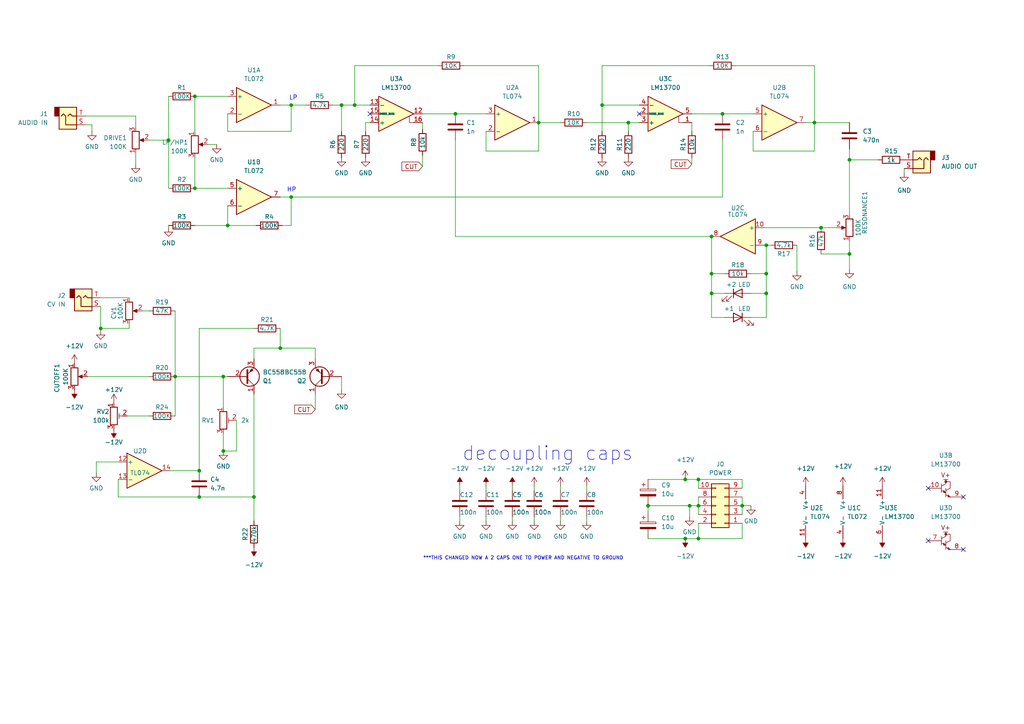
<source format=kicad_sch>
(kicad_sch (version 20230121) (generator eeschema)

  (uuid e63e39d7-6ac0-4ffd-8aa3-1841a4541b55)

  (paper "A4")

  (lib_symbols
    (symbol "Amplifier_Operational:LM13700" (pin_names (offset 0.127)) (in_bom yes) (on_board yes)
      (property "Reference" "U" (at 3.81 5.08 0)
        (effects (font (size 1.27 1.27)))
      )
      (property "Value" "LM13700" (at 5.08 -5.08 0)
        (effects (font (size 1.27 1.27)))
      )
      (property "Footprint" "" (at -7.62 0.635 0)
        (effects (font (size 1.27 1.27)) hide)
      )
      (property "Datasheet" "http://www.ti.com/lit/ds/symlink/lm13700.pdf" (at -7.62 0.635 0)
        (effects (font (size 1.27 1.27)) hide)
      )
      (property "ki_locked" "" (at 0 0 0)
        (effects (font (size 1.27 1.27)))
      )
      (property "ki_keywords" "operational transconductance amplifier OTA" (at 0 0 0)
        (effects (font (size 1.27 1.27)) hide)
      )
      (property "ki_description" "Dual Operational Transconductance Amplifiers with Linearizing Diodes and Buffers, DIP-16/SOIC-16" (at 0 0 0)
        (effects (font (size 1.27 1.27)) hide)
      )
      (property "ki_fp_filters" "SOIC*3.9x9.9mm*P1.27mm* DIP*W7.62mm*" (at 0 0 0)
        (effects (font (size 1.27 1.27)) hide)
      )
      (symbol "LM13700_1_1"
        (polyline
          (pts
            (xy 3.81 -0.635)
            (xy 3.81 -2.54)
            (xy 5.08 -2.54)
          )
          (stroke (width 0) (type default))
          (fill (type none))
        )
        (polyline
          (pts
            (xy 5.08 0)
            (xy -5.08 -5.08)
            (xy -5.08 5.08)
            (xy 5.08 0)
          )
          (stroke (width 0.254) (type default))
          (fill (type background))
        )
        (pin output line (at 7.62 0 180) (length 2.54)
          (name "~" (effects (font (size 1.27 1.27))))
          (number "12" (effects (font (size 1.27 1.27))))
        )
        (pin input line (at -7.62 2.54 0) (length 2.54)
          (name "-" (effects (font (size 1.27 1.27))))
          (number "13" (effects (font (size 1.27 1.27))))
        )
        (pin input line (at -7.62 -2.54 0) (length 2.54)
          (name "+" (effects (font (size 1.27 1.27))))
          (number "14" (effects (font (size 1.27 1.27))))
        )
        (pin input line (at -7.62 0 0) (length 2.54)
          (name "DIODE_BIAS" (effects (font (size 0.508 0.508))))
          (number "15" (effects (font (size 1.27 1.27))))
        )
        (pin input line (at 7.62 -2.54 180) (length 2.54)
          (name "~" (effects (font (size 1.27 1.27))))
          (number "16" (effects (font (size 1.27 1.27))))
        )
      )
      (symbol "LM13700_2_0"
        (polyline
          (pts
            (xy -1.905 2.54)
            (xy -3.175 2.54)
          )
          (stroke (width 0) (type default))
          (fill (type none))
        )
      )
      (symbol "LM13700_2_1"
        (circle (center -2.54 1.905) (radius 0.254)
          (stroke (width 0.254) (type default))
          (fill (type outline))
        )
        (polyline
          (pts
            (xy -3.81 -0.635)
            (xy -2.54 -1.27)
          )
          (stroke (width 0) (type default))
          (fill (type none))
        )
        (polyline
          (pts
            (xy -3.81 1.27)
            (xy -3.81 -1.27)
          )
          (stroke (width 0) (type default))
          (fill (type none))
        )
        (polyline
          (pts
            (xy -2.54 -1.905)
            (xy -1.27 -2.54)
          )
          (stroke (width 0) (type default))
          (fill (type none))
        )
        (polyline
          (pts
            (xy -2.54 0)
            (xy -2.54 -2.54)
          )
          (stroke (width 0) (type default))
          (fill (type none))
        )
        (polyline
          (pts
            (xy -3.81 0.635)
            (xy -2.54 1.27)
            (xy -2.54 1.905)
            (xy -2.54 2.54)
          )
          (stroke (width 0) (type default))
          (fill (type none))
        )
        (polyline
          (pts
            (xy -2.54 -1.27)
            (xy -3.175 -0.635)
            (xy -3.175 -1.27)
            (xy -2.54 -1.27)
          )
          (stroke (width 0) (type default))
          (fill (type outline))
        )
        (polyline
          (pts
            (xy -2.54 -0.635)
            (xy -1.27 0)
            (xy -1.27 1.905)
            (xy -2.54 1.905)
          )
          (stroke (width 0) (type default))
          (fill (type none))
        )
        (polyline
          (pts
            (xy -1.27 -2.54)
            (xy -1.905 -1.905)
            (xy -1.905 -2.54)
            (xy -1.27 -2.54)
          )
          (stroke (width 0) (type default))
          (fill (type outline))
        )
        (text "V+" (at -2.54 3.81 0)
          (effects (font (size 1.27 1.27)))
        )
        (pin input line (at -7.62 0 0) (length 3.81)
          (name "~" (effects (font (size 1.27 1.27))))
          (number "10" (effects (font (size 1.27 1.27))))
        )
        (pin output line (at 2.54 -2.54 180) (length 3.81)
          (name "~" (effects (font (size 1.27 1.27))))
          (number "9" (effects (font (size 1.27 1.27))))
        )
      )
      (symbol "LM13700_3_1"
        (polyline
          (pts
            (xy 3.81 -0.635)
            (xy 3.81 -2.54)
            (xy 5.08 -2.54)
          )
          (stroke (width 0) (type default))
          (fill (type none))
        )
        (polyline
          (pts
            (xy 5.08 0)
            (xy -5.08 -5.08)
            (xy -5.08 5.08)
            (xy 5.08 0)
          )
          (stroke (width 0.254) (type default))
          (fill (type background))
        )
        (pin input line (at 7.62 -2.54 180) (length 2.54)
          (name "~" (effects (font (size 1.27 1.27))))
          (number "1" (effects (font (size 1.27 1.27))))
        )
        (pin input line (at -7.62 0 0) (length 2.54)
          (name "DIODE_BIAS" (effects (font (size 0.508 0.508))))
          (number "2" (effects (font (size 1.27 1.27))))
        )
        (pin input line (at -7.62 -2.54 0) (length 2.54)
          (name "+" (effects (font (size 1.27 1.27))))
          (number "3" (effects (font (size 1.27 1.27))))
        )
        (pin input line (at -7.62 2.54 0) (length 2.54)
          (name "-" (effects (font (size 1.27 1.27))))
          (number "4" (effects (font (size 1.27 1.27))))
        )
        (pin output line (at 7.62 0 180) (length 2.54)
          (name "~" (effects (font (size 1.27 1.27))))
          (number "5" (effects (font (size 1.27 1.27))))
        )
      )
      (symbol "LM13700_4_0"
        (polyline
          (pts
            (xy -3.175 2.54)
            (xy -1.905 2.54)
          )
          (stroke (width 0) (type default))
          (fill (type none))
        )
        (text "V+" (at -2.54 3.81 0)
          (effects (font (size 1.27 1.27)))
        )
      )
      (symbol "LM13700_4_1"
        (circle (center -2.54 1.905) (radius 0.254)
          (stroke (width 0.254) (type default))
          (fill (type outline))
        )
        (polyline
          (pts
            (xy -3.81 -0.635)
            (xy -2.54 -1.27)
          )
          (stroke (width 0) (type default))
          (fill (type none))
        )
        (polyline
          (pts
            (xy -3.81 1.27)
            (xy -3.81 -1.27)
          )
          (stroke (width 0) (type default))
          (fill (type none))
        )
        (polyline
          (pts
            (xy -2.54 -1.905)
            (xy -1.27 -2.54)
          )
          (stroke (width 0) (type default))
          (fill (type none))
        )
        (polyline
          (pts
            (xy -2.54 0)
            (xy -2.54 -2.54)
          )
          (stroke (width 0) (type default))
          (fill (type none))
        )
        (polyline
          (pts
            (xy -3.81 0.635)
            (xy -2.54 1.27)
            (xy -2.54 2.54)
          )
          (stroke (width 0) (type default))
          (fill (type none))
        )
        (polyline
          (pts
            (xy -2.54 -1.27)
            (xy -3.175 -0.635)
            (xy -3.175 -1.27)
            (xy -2.54 -1.27)
          )
          (stroke (width 0) (type default))
          (fill (type outline))
        )
        (polyline
          (pts
            (xy -2.54 -0.635)
            (xy -1.27 0)
            (xy -1.27 1.905)
            (xy -2.54 1.905)
          )
          (stroke (width 0) (type default))
          (fill (type none))
        )
        (polyline
          (pts
            (xy -1.27 -2.54)
            (xy -1.905 -1.905)
            (xy -1.905 -2.54)
            (xy -1.27 -2.54)
          )
          (stroke (width 0) (type default))
          (fill (type outline))
        )
        (pin input line (at -7.62 0 0) (length 3.81)
          (name "~" (effects (font (size 1.27 1.27))))
          (number "7" (effects (font (size 1.27 1.27))))
        )
        (pin output line (at 2.54 -2.54 180) (length 3.81)
          (name "~" (effects (font (size 1.27 1.27))))
          (number "8" (effects (font (size 1.27 1.27))))
        )
      )
      (symbol "LM13700_5_1"
        (pin power_in line (at -2.54 7.62 270) (length 3.81)
          (name "V+" (effects (font (size 1.27 1.27))))
          (number "11" (effects (font (size 1.27 1.27))))
        )
        (pin power_in line (at -2.54 -7.62 90) (length 3.81)
          (name "V-" (effects (font (size 1.27 1.27))))
          (number "6" (effects (font (size 1.27 1.27))))
        )
      )
    )
    (symbol "Amplifier_Operational:TL072" (pin_names (offset 0.127)) (in_bom yes) (on_board yes)
      (property "Reference" "U" (at 0 5.08 0)
        (effects (font (size 1.27 1.27)) (justify left))
      )
      (property "Value" "TL072" (at 0 -5.08 0)
        (effects (font (size 1.27 1.27)) (justify left))
      )
      (property "Footprint" "" (at 0 0 0)
        (effects (font (size 1.27 1.27)) hide)
      )
      (property "Datasheet" "http://www.ti.com/lit/ds/symlink/tl071.pdf" (at 0 0 0)
        (effects (font (size 1.27 1.27)) hide)
      )
      (property "ki_locked" "" (at 0 0 0)
        (effects (font (size 1.27 1.27)))
      )
      (property "ki_keywords" "dual opamp" (at 0 0 0)
        (effects (font (size 1.27 1.27)) hide)
      )
      (property "ki_description" "Dual Low-Noise JFET-Input Operational Amplifiers, DIP-8/SOIC-8" (at 0 0 0)
        (effects (font (size 1.27 1.27)) hide)
      )
      (property "ki_fp_filters" "SOIC*3.9x4.9mm*P1.27mm* DIP*W7.62mm* TO*99* OnSemi*Micro8* TSSOP*3x3mm*P0.65mm* TSSOP*4.4x3mm*P0.65mm* MSOP*3x3mm*P0.65mm* SSOP*3.9x4.9mm*P0.635mm* LFCSP*2x2mm*P0.5mm* *SIP* SOIC*5.3x6.2mm*P1.27mm*" (at 0 0 0)
        (effects (font (size 1.27 1.27)) hide)
      )
      (symbol "TL072_1_1"
        (polyline
          (pts
            (xy -5.08 5.08)
            (xy 5.08 0)
            (xy -5.08 -5.08)
            (xy -5.08 5.08)
          )
          (stroke (width 0.254) (type default))
          (fill (type background))
        )
        (pin output line (at 7.62 0 180) (length 2.54)
          (name "~" (effects (font (size 1.27 1.27))))
          (number "1" (effects (font (size 1.27 1.27))))
        )
        (pin input line (at -7.62 -2.54 0) (length 2.54)
          (name "-" (effects (font (size 1.27 1.27))))
          (number "2" (effects (font (size 1.27 1.27))))
        )
        (pin input line (at -7.62 2.54 0) (length 2.54)
          (name "+" (effects (font (size 1.27 1.27))))
          (number "3" (effects (font (size 1.27 1.27))))
        )
      )
      (symbol "TL072_2_1"
        (polyline
          (pts
            (xy -5.08 5.08)
            (xy 5.08 0)
            (xy -5.08 -5.08)
            (xy -5.08 5.08)
          )
          (stroke (width 0.254) (type default))
          (fill (type background))
        )
        (pin input line (at -7.62 2.54 0) (length 2.54)
          (name "+" (effects (font (size 1.27 1.27))))
          (number "5" (effects (font (size 1.27 1.27))))
        )
        (pin input line (at -7.62 -2.54 0) (length 2.54)
          (name "-" (effects (font (size 1.27 1.27))))
          (number "6" (effects (font (size 1.27 1.27))))
        )
        (pin output line (at 7.62 0 180) (length 2.54)
          (name "~" (effects (font (size 1.27 1.27))))
          (number "7" (effects (font (size 1.27 1.27))))
        )
      )
      (symbol "TL072_3_1"
        (pin power_in line (at -2.54 -7.62 90) (length 3.81)
          (name "V-" (effects (font (size 1.27 1.27))))
          (number "4" (effects (font (size 1.27 1.27))))
        )
        (pin power_in line (at -2.54 7.62 270) (length 3.81)
          (name "V+" (effects (font (size 1.27 1.27))))
          (number "8" (effects (font (size 1.27 1.27))))
        )
      )
    )
    (symbol "Amplifier_Operational:TL074" (pin_names (offset 0.127)) (in_bom yes) (on_board yes)
      (property "Reference" "U" (at 0 5.08 0)
        (effects (font (size 1.27 1.27)) (justify left))
      )
      (property "Value" "TL074" (at 0 -5.08 0)
        (effects (font (size 1.27 1.27)) (justify left))
      )
      (property "Footprint" "" (at -1.27 2.54 0)
        (effects (font (size 1.27 1.27)) hide)
      )
      (property "Datasheet" "http://www.ti.com/lit/ds/symlink/tl071.pdf" (at 1.27 5.08 0)
        (effects (font (size 1.27 1.27)) hide)
      )
      (property "ki_locked" "" (at 0 0 0)
        (effects (font (size 1.27 1.27)))
      )
      (property "ki_keywords" "quad opamp" (at 0 0 0)
        (effects (font (size 1.27 1.27)) hide)
      )
      (property "ki_description" "Quad Low-Noise JFET-Input Operational Amplifiers, DIP-14/SOIC-14" (at 0 0 0)
        (effects (font (size 1.27 1.27)) hide)
      )
      (property "ki_fp_filters" "SOIC*3.9x8.7mm*P1.27mm* DIP*W7.62mm* TSSOP*4.4x5mm*P0.65mm* SSOP*5.3x6.2mm*P0.65mm* MSOP*3x3mm*P0.5mm*" (at 0 0 0)
        (effects (font (size 1.27 1.27)) hide)
      )
      (symbol "TL074_1_1"
        (polyline
          (pts
            (xy -5.08 5.08)
            (xy 5.08 0)
            (xy -5.08 -5.08)
            (xy -5.08 5.08)
          )
          (stroke (width 0.254) (type default))
          (fill (type background))
        )
        (pin output line (at 7.62 0 180) (length 2.54)
          (name "~" (effects (font (size 1.27 1.27))))
          (number "1" (effects (font (size 1.27 1.27))))
        )
        (pin input line (at -7.62 -2.54 0) (length 2.54)
          (name "-" (effects (font (size 1.27 1.27))))
          (number "2" (effects (font (size 1.27 1.27))))
        )
        (pin input line (at -7.62 2.54 0) (length 2.54)
          (name "+" (effects (font (size 1.27 1.27))))
          (number "3" (effects (font (size 1.27 1.27))))
        )
      )
      (symbol "TL074_2_1"
        (polyline
          (pts
            (xy -5.08 5.08)
            (xy 5.08 0)
            (xy -5.08 -5.08)
            (xy -5.08 5.08)
          )
          (stroke (width 0.254) (type default))
          (fill (type background))
        )
        (pin input line (at -7.62 2.54 0) (length 2.54)
          (name "+" (effects (font (size 1.27 1.27))))
          (number "5" (effects (font (size 1.27 1.27))))
        )
        (pin input line (at -7.62 -2.54 0) (length 2.54)
          (name "-" (effects (font (size 1.27 1.27))))
          (number "6" (effects (font (size 1.27 1.27))))
        )
        (pin output line (at 7.62 0 180) (length 2.54)
          (name "~" (effects (font (size 1.27 1.27))))
          (number "7" (effects (font (size 1.27 1.27))))
        )
      )
      (symbol "TL074_3_1"
        (polyline
          (pts
            (xy -5.08 5.08)
            (xy 5.08 0)
            (xy -5.08 -5.08)
            (xy -5.08 5.08)
          )
          (stroke (width 0.254) (type default))
          (fill (type background))
        )
        (pin input line (at -7.62 2.54 0) (length 2.54)
          (name "+" (effects (font (size 1.27 1.27))))
          (number "10" (effects (font (size 1.27 1.27))))
        )
        (pin output line (at 7.62 0 180) (length 2.54)
          (name "~" (effects (font (size 1.27 1.27))))
          (number "8" (effects (font (size 1.27 1.27))))
        )
        (pin input line (at -7.62 -2.54 0) (length 2.54)
          (name "-" (effects (font (size 1.27 1.27))))
          (number "9" (effects (font (size 1.27 1.27))))
        )
      )
      (symbol "TL074_4_1"
        (polyline
          (pts
            (xy -5.08 5.08)
            (xy 5.08 0)
            (xy -5.08 -5.08)
            (xy -5.08 5.08)
          )
          (stroke (width 0.254) (type default))
          (fill (type background))
        )
        (pin input line (at -7.62 2.54 0) (length 2.54)
          (name "+" (effects (font (size 1.27 1.27))))
          (number "12" (effects (font (size 1.27 1.27))))
        )
        (pin input line (at -7.62 -2.54 0) (length 2.54)
          (name "-" (effects (font (size 1.27 1.27))))
          (number "13" (effects (font (size 1.27 1.27))))
        )
        (pin output line (at 7.62 0 180) (length 2.54)
          (name "~" (effects (font (size 1.27 1.27))))
          (number "14" (effects (font (size 1.27 1.27))))
        )
      )
      (symbol "TL074_5_1"
        (pin power_in line (at -2.54 -7.62 90) (length 3.81)
          (name "V-" (effects (font (size 1.27 1.27))))
          (number "11" (effects (font (size 1.27 1.27))))
        )
        (pin power_in line (at -2.54 7.62 270) (length 3.81)
          (name "V+" (effects (font (size 1.27 1.27))))
          (number "4" (effects (font (size 1.27 1.27))))
        )
      )
    )
    (symbol "Connector_Generic:Conn_02x05_Odd_Even" (pin_names (offset 1.016) hide) (in_bom yes) (on_board yes)
      (property "Reference" "J" (at 1.27 7.62 0)
        (effects (font (size 1.27 1.27)))
      )
      (property "Value" "Conn_02x05_Odd_Even" (at 1.27 -7.62 0)
        (effects (font (size 1.27 1.27)))
      )
      (property "Footprint" "" (at 0 0 0)
        (effects (font (size 1.27 1.27)) hide)
      )
      (property "Datasheet" "~" (at 0 0 0)
        (effects (font (size 1.27 1.27)) hide)
      )
      (property "ki_keywords" "connector" (at 0 0 0)
        (effects (font (size 1.27 1.27)) hide)
      )
      (property "ki_description" "Generic connector, double row, 02x05, odd/even pin numbering scheme (row 1 odd numbers, row 2 even numbers), script generated (kicad-library-utils/schlib/autogen/connector/)" (at 0 0 0)
        (effects (font (size 1.27 1.27)) hide)
      )
      (property "ki_fp_filters" "Connector*:*_2x??_*" (at 0 0 0)
        (effects (font (size 1.27 1.27)) hide)
      )
      (symbol "Conn_02x05_Odd_Even_1_1"
        (rectangle (start -1.27 -4.953) (end 0 -5.207)
          (stroke (width 0.1524) (type default))
          (fill (type none))
        )
        (rectangle (start -1.27 -2.413) (end 0 -2.667)
          (stroke (width 0.1524) (type default))
          (fill (type none))
        )
        (rectangle (start -1.27 0.127) (end 0 -0.127)
          (stroke (width 0.1524) (type default))
          (fill (type none))
        )
        (rectangle (start -1.27 2.667) (end 0 2.413)
          (stroke (width 0.1524) (type default))
          (fill (type none))
        )
        (rectangle (start -1.27 5.207) (end 0 4.953)
          (stroke (width 0.1524) (type default))
          (fill (type none))
        )
        (rectangle (start -1.27 6.35) (end 3.81 -6.35)
          (stroke (width 0.254) (type default))
          (fill (type background))
        )
        (rectangle (start 3.81 -4.953) (end 2.54 -5.207)
          (stroke (width 0.1524) (type default))
          (fill (type none))
        )
        (rectangle (start 3.81 -2.413) (end 2.54 -2.667)
          (stroke (width 0.1524) (type default))
          (fill (type none))
        )
        (rectangle (start 3.81 0.127) (end 2.54 -0.127)
          (stroke (width 0.1524) (type default))
          (fill (type none))
        )
        (rectangle (start 3.81 2.667) (end 2.54 2.413)
          (stroke (width 0.1524) (type default))
          (fill (type none))
        )
        (rectangle (start 3.81 5.207) (end 2.54 4.953)
          (stroke (width 0.1524) (type default))
          (fill (type none))
        )
        (pin passive line (at -5.08 5.08 0) (length 3.81)
          (name "Pin_1" (effects (font (size 1.27 1.27))))
          (number "1" (effects (font (size 1.27 1.27))))
        )
        (pin passive line (at 7.62 -5.08 180) (length 3.81)
          (name "Pin_10" (effects (font (size 1.27 1.27))))
          (number "10" (effects (font (size 1.27 1.27))))
        )
        (pin passive line (at 7.62 5.08 180) (length 3.81)
          (name "Pin_2" (effects (font (size 1.27 1.27))))
          (number "2" (effects (font (size 1.27 1.27))))
        )
        (pin passive line (at -5.08 2.54 0) (length 3.81)
          (name "Pin_3" (effects (font (size 1.27 1.27))))
          (number "3" (effects (font (size 1.27 1.27))))
        )
        (pin passive line (at 7.62 2.54 180) (length 3.81)
          (name "Pin_4" (effects (font (size 1.27 1.27))))
          (number "4" (effects (font (size 1.27 1.27))))
        )
        (pin passive line (at -5.08 0 0) (length 3.81)
          (name "Pin_5" (effects (font (size 1.27 1.27))))
          (number "5" (effects (font (size 1.27 1.27))))
        )
        (pin passive line (at 7.62 0 180) (length 3.81)
          (name "Pin_6" (effects (font (size 1.27 1.27))))
          (number "6" (effects (font (size 1.27 1.27))))
        )
        (pin passive line (at -5.08 -2.54 0) (length 3.81)
          (name "Pin_7" (effects (font (size 1.27 1.27))))
          (number "7" (effects (font (size 1.27 1.27))))
        )
        (pin passive line (at 7.62 -2.54 180) (length 3.81)
          (name "Pin_8" (effects (font (size 1.27 1.27))))
          (number "8" (effects (font (size 1.27 1.27))))
        )
        (pin passive line (at -5.08 -5.08 0) (length 3.81)
          (name "Pin_9" (effects (font (size 1.27 1.27))))
          (number "9" (effects (font (size 1.27 1.27))))
        )
      )
    )
    (symbol "Device:C" (pin_numbers hide) (pin_names (offset 0.254)) (in_bom yes) (on_board yes)
      (property "Reference" "C" (at 0.635 2.54 0)
        (effects (font (size 1.27 1.27)) (justify left))
      )
      (property "Value" "C" (at 0.635 -2.54 0)
        (effects (font (size 1.27 1.27)) (justify left))
      )
      (property "Footprint" "" (at 0.9652 -3.81 0)
        (effects (font (size 1.27 1.27)) hide)
      )
      (property "Datasheet" "~" (at 0 0 0)
        (effects (font (size 1.27 1.27)) hide)
      )
      (property "ki_keywords" "cap capacitor" (at 0 0 0)
        (effects (font (size 1.27 1.27)) hide)
      )
      (property "ki_description" "Unpolarized capacitor" (at 0 0 0)
        (effects (font (size 1.27 1.27)) hide)
      )
      (property "ki_fp_filters" "C_*" (at 0 0 0)
        (effects (font (size 1.27 1.27)) hide)
      )
      (symbol "C_0_1"
        (polyline
          (pts
            (xy -2.032 -0.762)
            (xy 2.032 -0.762)
          )
          (stroke (width 0.508) (type default))
          (fill (type none))
        )
        (polyline
          (pts
            (xy -2.032 0.762)
            (xy 2.032 0.762)
          )
          (stroke (width 0.508) (type default))
          (fill (type none))
        )
      )
      (symbol "C_1_1"
        (pin passive line (at 0 3.81 270) (length 2.794)
          (name "~" (effects (font (size 1.27 1.27))))
          (number "1" (effects (font (size 1.27 1.27))))
        )
        (pin passive line (at 0 -3.81 90) (length 2.794)
          (name "~" (effects (font (size 1.27 1.27))))
          (number "2" (effects (font (size 1.27 1.27))))
        )
      )
    )
    (symbol "Device:LED" (pin_numbers hide) (pin_names (offset 1.016) hide) (in_bom yes) (on_board yes)
      (property "Reference" "D" (at 0 2.54 0)
        (effects (font (size 1.27 1.27)))
      )
      (property "Value" "LED" (at 0 -2.54 0)
        (effects (font (size 1.27 1.27)))
      )
      (property "Footprint" "" (at 0 0 0)
        (effects (font (size 1.27 1.27)) hide)
      )
      (property "Datasheet" "~" (at 0 0 0)
        (effects (font (size 1.27 1.27)) hide)
      )
      (property "ki_keywords" "LED diode" (at 0 0 0)
        (effects (font (size 1.27 1.27)) hide)
      )
      (property "ki_description" "Light emitting diode" (at 0 0 0)
        (effects (font (size 1.27 1.27)) hide)
      )
      (property "ki_fp_filters" "LED* LED_SMD:* LED_THT:*" (at 0 0 0)
        (effects (font (size 1.27 1.27)) hide)
      )
      (symbol "LED_0_1"
        (polyline
          (pts
            (xy -1.27 -1.27)
            (xy -1.27 1.27)
          )
          (stroke (width 0.254) (type default))
          (fill (type none))
        )
        (polyline
          (pts
            (xy -1.27 0)
            (xy 1.27 0)
          )
          (stroke (width 0) (type default))
          (fill (type none))
        )
        (polyline
          (pts
            (xy 1.27 -1.27)
            (xy 1.27 1.27)
            (xy -1.27 0)
            (xy 1.27 -1.27)
          )
          (stroke (width 0.254) (type default))
          (fill (type none))
        )
        (polyline
          (pts
            (xy -3.048 -0.762)
            (xy -4.572 -2.286)
            (xy -3.81 -2.286)
            (xy -4.572 -2.286)
            (xy -4.572 -1.524)
          )
          (stroke (width 0) (type default))
          (fill (type none))
        )
        (polyline
          (pts
            (xy -1.778 -0.762)
            (xy -3.302 -2.286)
            (xy -2.54 -2.286)
            (xy -3.302 -2.286)
            (xy -3.302 -1.524)
          )
          (stroke (width 0) (type default))
          (fill (type none))
        )
      )
      (symbol "LED_1_1"
        (pin passive line (at -3.81 0 0) (length 2.54)
          (name "K" (effects (font (size 1.27 1.27))))
          (number "1" (effects (font (size 1.27 1.27))))
        )
        (pin passive line (at 3.81 0 180) (length 2.54)
          (name "A" (effects (font (size 1.27 1.27))))
          (number "2" (effects (font (size 1.27 1.27))))
        )
      )
    )
    (symbol "Device:R_Potentiometer" (pin_names (offset 1.016) hide) (in_bom yes) (on_board yes)
      (property "Reference" "RV" (at -4.445 0 90)
        (effects (font (size 1.27 1.27)))
      )
      (property "Value" "R_Potentiometer" (at -2.54 0 90)
        (effects (font (size 1.27 1.27)))
      )
      (property "Footprint" "" (at 0 0 0)
        (effects (font (size 1.27 1.27)) hide)
      )
      (property "Datasheet" "~" (at 0 0 0)
        (effects (font (size 1.27 1.27)) hide)
      )
      (property "ki_keywords" "resistor variable" (at 0 0 0)
        (effects (font (size 1.27 1.27)) hide)
      )
      (property "ki_description" "Potentiometer" (at 0 0 0)
        (effects (font (size 1.27 1.27)) hide)
      )
      (property "ki_fp_filters" "Potentiometer*" (at 0 0 0)
        (effects (font (size 1.27 1.27)) hide)
      )
      (symbol "R_Potentiometer_0_1"
        (polyline
          (pts
            (xy 2.54 0)
            (xy 1.524 0)
          )
          (stroke (width 0) (type default))
          (fill (type none))
        )
        (polyline
          (pts
            (xy 1.143 0)
            (xy 2.286 0.508)
            (xy 2.286 -0.508)
            (xy 1.143 0)
          )
          (stroke (width 0) (type default))
          (fill (type outline))
        )
        (rectangle (start 1.016 2.54) (end -1.016 -2.54)
          (stroke (width 0.254) (type default))
          (fill (type none))
        )
      )
      (symbol "R_Potentiometer_1_1"
        (pin passive line (at 0 3.81 270) (length 1.27)
          (name "1" (effects (font (size 1.27 1.27))))
          (number "1" (effects (font (size 1.27 1.27))))
        )
        (pin passive line (at 3.81 0 180) (length 1.27)
          (name "2" (effects (font (size 1.27 1.27))))
          (number "2" (effects (font (size 1.27 1.27))))
        )
        (pin passive line (at 0 -3.81 90) (length 1.27)
          (name "3" (effects (font (size 1.27 1.27))))
          (number "3" (effects (font (size 1.27 1.27))))
        )
      )
    )
    (symbol "Device:R_Potentiometer_Trim" (pin_names (offset 1.016) hide) (in_bom yes) (on_board yes)
      (property "Reference" "RV" (at -4.445 0 90)
        (effects (font (size 1.27 1.27)))
      )
      (property "Value" "R_Potentiometer_Trim" (at -2.54 0 90)
        (effects (font (size 1.27 1.27)))
      )
      (property "Footprint" "" (at 0 0 0)
        (effects (font (size 1.27 1.27)) hide)
      )
      (property "Datasheet" "~" (at 0 0 0)
        (effects (font (size 1.27 1.27)) hide)
      )
      (property "ki_keywords" "resistor variable trimpot trimmer" (at 0 0 0)
        (effects (font (size 1.27 1.27)) hide)
      )
      (property "ki_description" "Trim-potentiometer" (at 0 0 0)
        (effects (font (size 1.27 1.27)) hide)
      )
      (property "ki_fp_filters" "Potentiometer*" (at 0 0 0)
        (effects (font (size 1.27 1.27)) hide)
      )
      (symbol "R_Potentiometer_Trim_0_1"
        (polyline
          (pts
            (xy 1.524 0.762)
            (xy 1.524 -0.762)
          )
          (stroke (width 0) (type default))
          (fill (type none))
        )
        (polyline
          (pts
            (xy 2.54 0)
            (xy 1.524 0)
          )
          (stroke (width 0) (type default))
          (fill (type none))
        )
        (rectangle (start 1.016 2.54) (end -1.016 -2.54)
          (stroke (width 0.254) (type default))
          (fill (type none))
        )
      )
      (symbol "R_Potentiometer_Trim_1_1"
        (pin passive line (at 0 3.81 270) (length 1.27)
          (name "1" (effects (font (size 1.27 1.27))))
          (number "1" (effects (font (size 1.27 1.27))))
        )
        (pin passive line (at 3.81 0 180) (length 1.27)
          (name "2" (effects (font (size 1.27 1.27))))
          (number "2" (effects (font (size 1.27 1.27))))
        )
        (pin passive line (at 0 -3.81 90) (length 1.27)
          (name "3" (effects (font (size 1.27 1.27))))
          (number "3" (effects (font (size 1.27 1.27))))
        )
      )
    )
    (symbol "Transistor_BJT:BC558" (pin_names (offset 0) hide) (in_bom yes) (on_board yes)
      (property "Reference" "Q" (at 5.08 1.905 0)
        (effects (font (size 1.27 1.27)) (justify left))
      )
      (property "Value" "BC558" (at 5.08 0 0)
        (effects (font (size 1.27 1.27)) (justify left))
      )
      (property "Footprint" "Package_TO_SOT_THT:TO-92_Inline" (at 5.08 -1.905 0)
        (effects (font (size 1.27 1.27) italic) (justify left) hide)
      )
      (property "Datasheet" "https://www.onsemi.com/pub/Collateral/BC556BTA-D.pdf" (at 0 0 0)
        (effects (font (size 1.27 1.27)) (justify left) hide)
      )
      (property "ki_keywords" "PNP Transistor" (at 0 0 0)
        (effects (font (size 1.27 1.27)) hide)
      )
      (property "ki_description" "0.1A Ic, 30V Vce, PNP Small Signal Transistor, TO-92" (at 0 0 0)
        (effects (font (size 1.27 1.27)) hide)
      )
      (property "ki_fp_filters" "TO?92*" (at 0 0 0)
        (effects (font (size 1.27 1.27)) hide)
      )
      (symbol "BC558_0_1"
        (polyline
          (pts
            (xy 0.635 0.635)
            (xy 2.54 2.54)
          )
          (stroke (width 0) (type default))
          (fill (type none))
        )
        (polyline
          (pts
            (xy 0.635 -0.635)
            (xy 2.54 -2.54)
            (xy 2.54 -2.54)
          )
          (stroke (width 0) (type default))
          (fill (type none))
        )
        (polyline
          (pts
            (xy 0.635 1.905)
            (xy 0.635 -1.905)
            (xy 0.635 -1.905)
          )
          (stroke (width 0.508) (type default))
          (fill (type none))
        )
        (polyline
          (pts
            (xy 2.286 -1.778)
            (xy 1.778 -2.286)
            (xy 1.27 -1.27)
            (xy 2.286 -1.778)
            (xy 2.286 -1.778)
          )
          (stroke (width 0) (type default))
          (fill (type outline))
        )
        (circle (center 1.27 0) (radius 2.8194)
          (stroke (width 0.254) (type default))
          (fill (type none))
        )
      )
      (symbol "BC558_1_1"
        (pin passive line (at 2.54 5.08 270) (length 2.54)
          (name "C" (effects (font (size 1.27 1.27))))
          (number "1" (effects (font (size 1.27 1.27))))
        )
        (pin input line (at -5.08 0 0) (length 5.715)
          (name "B" (effects (font (size 1.27 1.27))))
          (number "2" (effects (font (size 1.27 1.27))))
        )
        (pin passive line (at 2.54 -5.08 90) (length 2.54)
          (name "E" (effects (font (size 1.27 1.27))))
          (number "3" (effects (font (size 1.27 1.27))))
        )
      )
    )
    (symbol "ao_symbols:AudioJack2" (in_bom yes) (on_board yes)
      (property "Reference" "J" (at 0 8.89 0)
        (effects (font (size 1.27 1.27)))
      )
      (property "Value" "AudioJack2" (at 0 6.35 0)
        (effects (font (size 1.27 1.27)))
      )
      (property "Footprint" "ao_tht:Jack_6.35mm_PJ_629HAN" (at 0 0 0)
        (effects (font (size 1.27 1.27)) hide)
      )
      (property "Datasheet" "~" (at 0 0 0)
        (effects (font (size 1.27 1.27)) hide)
      )
      (property "Vendor" "Tayda" (at 0 0 0)
        (effects (font (size 1.27 1.27)) hide)
      )
      (property "SKU" "A-1121" (at 0 0 0)
        (effects (font (size 1.27 1.27)) hide)
      )
      (property "ki_keywords" "audio jack receptacle mono phone headphone TS connector" (at 0 0 0)
        (effects (font (size 1.27 1.27)) hide)
      )
      (property "ki_description" "Audio Jack, 2 Poles (Mono / TS)" (at 0 0 0)
        (effects (font (size 1.27 1.27)) hide)
      )
      (property "ki_fp_filters" "Jack*" (at 0 0 0)
        (effects (font (size 1.27 1.27)) hide)
      )
      (symbol "AudioJack2_0_1"
        (rectangle (start -3.81 0) (end -2.54 -2.54)
          (stroke (width 0.254) (type default))
          (fill (type outline))
        )
        (rectangle (start -2.54 3.81) (end 2.54 -2.54)
          (stroke (width 0.254) (type default))
          (fill (type background))
        )
        (polyline
          (pts
            (xy 0 0)
            (xy 0.635 -0.635)
            (xy 1.27 0)
            (xy 2.54 0)
          )
          (stroke (width 0.254) (type default))
          (fill (type none))
        )
        (polyline
          (pts
            (xy 2.54 2.54)
            (xy -0.635 2.54)
            (xy -0.635 0)
            (xy -1.27 -0.635)
            (xy -1.905 0)
          )
          (stroke (width 0.254) (type default))
          (fill (type none))
        )
      )
      (symbol "AudioJack2_1_1"
        (pin passive line (at 5.08 2.54 180) (length 2.54)
          (name "~" (effects (font (size 1.27 1.27))))
          (number "S" (effects (font (size 1.27 1.27))))
        )
        (pin passive line (at 5.08 0 180) (length 2.54)
          (name "~" (effects (font (size 1.27 1.27))))
          (number "T" (effects (font (size 1.27 1.27))))
        )
      )
    )
    (symbol "ao_symbols:CP" (pin_numbers hide) (pin_names (offset 0.254)) (in_bom yes) (on_board yes)
      (property "Reference" "C" (at 0.635 2.54 0)
        (effects (font (size 1.27 1.27)) (justify left))
      )
      (property "Value" "CP" (at 0.635 -2.54 0)
        (effects (font (size 1.27 1.27)) (justify left))
      )
      (property "Footprint" "ao_tht:CP_Radial_D6.3mm_P2.50mm" (at 0.9652 -3.81 0)
        (effects (font (size 1.27 1.27)) hide)
      )
      (property "Datasheet" "" (at 0 0 0)
        (effects (font (size 1.27 1.27)) hide)
      )
      (property "Vendor" "Tayda" (at 0 0 0)
        (effects (font (size 1.27 1.27)) hide)
      )
      (property "ki_description" "Polarized capacitor" (at 0 0 0)
        (effects (font (size 1.27 1.27)) hide)
      )
      (property "ki_fp_filters" "CP_*" (at 0 0 0)
        (effects (font (size 1.27 1.27)) hide)
      )
      (symbol "CP_0_1"
        (rectangle (start -2.286 0.508) (end 2.286 1.016)
          (stroke (width 0) (type default))
          (fill (type none))
        )
        (polyline
          (pts
            (xy -1.778 2.286)
            (xy -0.762 2.286)
          )
          (stroke (width 0) (type default))
          (fill (type none))
        )
        (polyline
          (pts
            (xy -1.27 2.794)
            (xy -1.27 1.778)
          )
          (stroke (width 0) (type default))
          (fill (type none))
        )
        (rectangle (start 2.286 -0.508) (end -2.286 -1.016)
          (stroke (width 0) (type default))
          (fill (type outline))
        )
      )
      (symbol "CP_1_1"
        (pin passive line (at 0 3.81 270) (length 2.794)
          (name "~" (effects (font (size 1.27 1.27))))
          (number "1" (effects (font (size 1.27 1.27))))
        )
        (pin passive line (at 0 -3.81 90) (length 2.794)
          (name "~" (effects (font (size 1.27 1.27))))
          (number "2" (effects (font (size 1.27 1.27))))
        )
      )
    )
    (symbol "ao_symbols:R" (pin_numbers hide) (pin_names (offset 0)) (in_bom yes) (on_board yes)
      (property "Reference" "R" (at 2.032 0 90)
        (effects (font (size 1.27 1.27)))
      )
      (property "Value" "R" (at 0 0 90)
        (effects (font (size 1.27 1.27)))
      )
      (property "Footprint" "ao_tht:R_Axial_DIN0207_L6.3mm_D2.5mm_P10.16mm_Horizontal" (at -1.778 0 90)
        (effects (font (size 1.27 1.27)) hide)
      )
      (property "Datasheet" "" (at 0 0 0)
        (effects (font (size 1.27 1.27)) hide)
      )
      (property "Vendor" "Tayda" (at 0 0 0)
        (effects (font (size 1.27 1.27)) hide)
      )
      (property "ki_description" "Resistor" (at 0 0 0)
        (effects (font (size 1.27 1.27)) hide)
      )
      (property "ki_fp_filters" "R_*" (at 0 0 0)
        (effects (font (size 1.27 1.27)) hide)
      )
      (symbol "R_0_1"
        (rectangle (start -1.016 -2.54) (end 1.016 2.54)
          (stroke (width 0.254) (type default))
          (fill (type none))
        )
      )
      (symbol "R_1_1"
        (pin passive line (at 0 3.81 270) (length 1.27)
          (name "~" (effects (font (size 1.27 1.27))))
          (number "1" (effects (font (size 1.27 1.27))))
        )
        (pin passive line (at 0 -3.81 90) (length 1.27)
          (name "~" (effects (font (size 1.27 1.27))))
          (number "2" (effects (font (size 1.27 1.27))))
        )
      )
    )
    (symbol "power:+12V" (power) (pin_names (offset 0)) (in_bom yes) (on_board yes)
      (property "Reference" "#PWR" (at 0 -3.81 0)
        (effects (font (size 1.27 1.27)) hide)
      )
      (property "Value" "+12V" (at 0 3.556 0)
        (effects (font (size 1.27 1.27)))
      )
      (property "Footprint" "" (at 0 0 0)
        (effects (font (size 1.27 1.27)) hide)
      )
      (property "Datasheet" "" (at 0 0 0)
        (effects (font (size 1.27 1.27)) hide)
      )
      (property "ki_keywords" "global power" (at 0 0 0)
        (effects (font (size 1.27 1.27)) hide)
      )
      (property "ki_description" "Power symbol creates a global label with name \"+12V\"" (at 0 0 0)
        (effects (font (size 1.27 1.27)) hide)
      )
      (symbol "+12V_0_1"
        (polyline
          (pts
            (xy -0.762 1.27)
            (xy 0 2.54)
          )
          (stroke (width 0) (type default))
          (fill (type none))
        )
        (polyline
          (pts
            (xy 0 0)
            (xy 0 2.54)
          )
          (stroke (width 0) (type default))
          (fill (type none))
        )
        (polyline
          (pts
            (xy 0 2.54)
            (xy 0.762 1.27)
          )
          (stroke (width 0) (type default))
          (fill (type none))
        )
      )
      (symbol "+12V_1_1"
        (pin power_in line (at 0 0 90) (length 0) hide
          (name "+12V" (effects (font (size 1.27 1.27))))
          (number "1" (effects (font (size 1.27 1.27))))
        )
      )
    )
    (symbol "power:-12V" (power) (pin_names (offset 0)) (in_bom yes) (on_board yes)
      (property "Reference" "#PWR" (at 0 2.54 0)
        (effects (font (size 1.27 1.27)) hide)
      )
      (property "Value" "-12V" (at 0 3.81 0)
        (effects (font (size 1.27 1.27)))
      )
      (property "Footprint" "" (at 0 0 0)
        (effects (font (size 1.27 1.27)) hide)
      )
      (property "Datasheet" "" (at 0 0 0)
        (effects (font (size 1.27 1.27)) hide)
      )
      (property "ki_keywords" "global power" (at 0 0 0)
        (effects (font (size 1.27 1.27)) hide)
      )
      (property "ki_description" "Power symbol creates a global label with name \"-12V\"" (at 0 0 0)
        (effects (font (size 1.27 1.27)) hide)
      )
      (symbol "-12V_0_0"
        (pin power_in line (at 0 0 90) (length 0) hide
          (name "-12V" (effects (font (size 1.27 1.27))))
          (number "1" (effects (font (size 1.27 1.27))))
        )
      )
      (symbol "-12V_0_1"
        (polyline
          (pts
            (xy 0 0)
            (xy 0 1.27)
            (xy 0.762 1.27)
            (xy 0 2.54)
            (xy -0.762 1.27)
            (xy 0 1.27)
          )
          (stroke (width 0) (type default))
          (fill (type outline))
        )
      )
    )
    (symbol "power:GND" (power) (pin_names (offset 0)) (in_bom yes) (on_board yes)
      (property "Reference" "#PWR" (at 0 -6.35 0)
        (effects (font (size 1.27 1.27)) hide)
      )
      (property "Value" "GND" (at 0 -3.81 0)
        (effects (font (size 1.27 1.27)))
      )
      (property "Footprint" "" (at 0 0 0)
        (effects (font (size 1.27 1.27)) hide)
      )
      (property "Datasheet" "" (at 0 0 0)
        (effects (font (size 1.27 1.27)) hide)
      )
      (property "ki_keywords" "global power" (at 0 0 0)
        (effects (font (size 1.27 1.27)) hide)
      )
      (property "ki_description" "Power symbol creates a global label with name \"GND\" , ground" (at 0 0 0)
        (effects (font (size 1.27 1.27)) hide)
      )
      (symbol "GND_0_1"
        (polyline
          (pts
            (xy 0 0)
            (xy 0 -1.27)
            (xy 1.27 -1.27)
            (xy 0 -2.54)
            (xy -1.27 -1.27)
            (xy 0 -1.27)
          )
          (stroke (width 0) (type default))
          (fill (type none))
        )
      )
      (symbol "GND_1_1"
        (pin power_in line (at 0 0 270) (length 0) hide
          (name "GND" (effects (font (size 1.27 1.27))))
          (number "1" (effects (font (size 1.27 1.27))))
        )
      )
    )
  )

  (junction (at 102.87 30.48) (diameter 0) (color 0 0 0 0)
    (uuid 0239b346-60bf-4ec7-a899-e522bf866c26)
  )
  (junction (at 174.625 30.48) (diameter 0) (color 0 0 0 0)
    (uuid 03a77c37-3398-4ea7-8d6b-43b971ec4b20)
  )
  (junction (at 66.04 65.405) (diameter 0) (color 0 0 0 0)
    (uuid 08792aac-e2c7-4607-989e-2005b300055e)
  )
  (junction (at 187.96 146.685) (diameter 0) (color 0 0 0 0)
    (uuid 08fe76f3-4ecd-43d8-b1d6-86327c0315e6)
  )
  (junction (at 202.565 139.065) (diameter 0) (color 0 0 0 0)
    (uuid 09d77ebc-5fee-41b7-a923-ee30164ccbe0)
  )
  (junction (at 198.755 139.065) (diameter 0) (color 0 0 0 0)
    (uuid 0bf3cd1a-6367-49ac-8d7f-b5671268dee8)
  )
  (junction (at 50.8 109.22) (diameter 0) (color 0 0 0 0)
    (uuid 1045dee2-555a-4b57-b2a4-4e2217cecfae)
  )
  (junction (at 238.125 66.04) (diameter 0) (color 0 0 0 0)
    (uuid 19e19f16-8d73-4d6d-9a7b-880c7f1bd871)
  )
  (junction (at 202.565 146.685) (diameter 0) (color 0 0 0 0)
    (uuid 1af4961f-b41e-4fc4-a2f8-8270e42dee85)
  )
  (junction (at 64.77 130.81) (diameter 0) (color 0 0 0 0)
    (uuid 2c6d1b2f-fa55-44b7-9508-7bf7c6c93513)
  )
  (junction (at 29.21 95.25) (diameter 0) (color 0 0 0 0)
    (uuid 348424fc-ea8d-4ecd-ad89-eb1ec9725aa8)
  )
  (junction (at 48.895 40.64) (diameter 0) (color 0 0 0 0)
    (uuid 3d0f7e7f-0331-4f7f-bca7-90d582ca910f)
  )
  (junction (at 222.25 79.375) (diameter 0) (color 0 0 0 0)
    (uuid 485bd81a-6cc6-47a8-9d0b-b4e8adb76830)
  )
  (junction (at 132.08 33.02) (diameter 0) (color 0 0 0 0)
    (uuid 4cda518f-0fb3-4394-b9c3-b95643fb92c9)
  )
  (junction (at 209.55 33.02) (diameter 0) (color 0 0 0 0)
    (uuid 4fad1d64-d77c-4daa-a0d0-7818cdc42544)
  )
  (junction (at 64.77 109.22) (diameter 0) (color 0 0 0 0)
    (uuid 5b65d3f7-abf9-49bd-8185-b94a09ce6a9c)
  )
  (junction (at 206.375 79.375) (diameter 0) (color 0 0 0 0)
    (uuid 66926aa4-fb55-4750-a306-4887a2733cef)
  )
  (junction (at 202.565 156.21) (diameter 0) (color 0 0 0 0)
    (uuid 6c170389-e4a6-4a8b-ad1a-31e1598b21a0)
  )
  (junction (at 206.375 68.58) (diameter 0) (color 0 0 0 0)
    (uuid 6fff7ca3-b3b1-42ad-b4bf-7d0c614f03d7)
  )
  (junction (at 236.22 35.56) (diameter 0) (color 0 0 0 0)
    (uuid 7fbb042e-a35c-464d-961d-02fa81be7417)
  )
  (junction (at 246.38 73.66) (diameter 0) (color 0 0 0 0)
    (uuid 82366dba-f87d-4d7b-b74c-a5b78df11ec8)
  )
  (junction (at 246.38 46.355) (diameter 0) (color 0 0 0 0)
    (uuid 834b2b90-0661-4e49-a8be-30699af50545)
  )
  (junction (at 200.025 146.685) (diameter 0) (color 0 0 0 0)
    (uuid 8d37d9f5-5f2b-4d9a-aaa1-0f6b4b206e54)
  )
  (junction (at 99.06 30.48) (diameter 0) (color 0 0 0 0)
    (uuid 9c3f90d5-4f4a-4c04-9c9e-6797ed37c55d)
  )
  (junction (at 222.25 71.12) (diameter 0) (color 0 0 0 0)
    (uuid 9f024ee2-50cd-4c37-9e62-da11518d5ca6)
  )
  (junction (at 84.455 57.15) (diameter 0) (color 0 0 0 0)
    (uuid a9a5a9fb-17ce-46b7-9801-5a2d2bdfd7f4)
  )
  (junction (at 73.66 144.145) (diameter 0) (color 0 0 0 0)
    (uuid afb516c4-7380-42d9-a9b7-0e005b25f101)
  )
  (junction (at 57.785 136.525) (diameter 0) (color 0 0 0 0)
    (uuid b16e67af-ea67-41bb-81ee-97ebc78bc581)
  )
  (junction (at 222.25 85.09) (diameter 0) (color 0 0 0 0)
    (uuid b6c59847-e608-4635-8694-b29e0ca26e91)
  )
  (junction (at 215.265 146.685) (diameter 0) (color 0 0 0 0)
    (uuid ba55b4d8-beb6-4384-a796-0a6e4ae8bb09)
  )
  (junction (at 56.515 27.94) (diameter 0) (color 0 0 0 0)
    (uuid d24b4b18-16ec-4dc5-a847-47012adfc862)
  )
  (junction (at 56.515 54.61) (diameter 0) (color 0 0 0 0)
    (uuid d828fc0e-e676-4987-8352-db4127874a30)
  )
  (junction (at 182.245 35.56) (diameter 0) (color 0 0 0 0)
    (uuid df0508ec-d9dd-42a2-9f9b-d40cafefd62d)
  )
  (junction (at 57.785 144.145) (diameter 0) (color 0 0 0 0)
    (uuid e2b1efb6-65ff-4f62-b286-b37dbb91ac4a)
  )
  (junction (at 198.755 156.21) (diameter 0) (color 0 0 0 0)
    (uuid ecc7c109-ea2c-4a58-8b98-a719b3498368)
  )
  (junction (at 156.21 35.56) (diameter 0) (color 0 0 0 0)
    (uuid ee85f1da-3f72-4307-83e9-800bf962884a)
  )
  (junction (at 84.455 30.48) (diameter 0) (color 0 0 0 0)
    (uuid f13c3908-af5a-4af0-a892-a50c15e143a7)
  )
  (junction (at 81.28 100.965) (diameter 0) (color 0 0 0 0)
    (uuid f5c1333f-a893-4f80-8d4b-0a8092725a01)
  )
  (junction (at 206.375 85.09) (diameter 0) (color 0 0 0 0)
    (uuid fe9f904d-0373-4190-b1f7-c621d79ec34d)
  )

  (no_connect (at 279.4 159.385) (uuid 1d689033-020e-495f-82d1-23725d353c29))
  (no_connect (at 269.24 156.845) (uuid 1d689033-020e-495f-82d1-23725d353c2a))
  (no_connect (at 269.24 141.605) (uuid 403e0d89-8da5-4298-bda9-9d4a549c416f))
  (no_connect (at 107.315 33.02) (uuid 69219b12-25a9-4dcf-a1ec-a6deda85e86e))
  (no_connect (at 279.4 144.145) (uuid 7a7e4677-2ca1-4e49-8c34-d9cabd6e2933))
  (no_connect (at 185.42 33.02) (uuid d8dbb348-c83c-4205-9e84-ca89d5f44f96))

  (wire (pts (xy 231.14 78.74) (xy 231.14 71.12))
    (stroke (width 0) (type default))
    (uuid 01bfa25e-cb1e-4dbb-8488-4c6215966de5)
  )
  (wire (pts (xy 187.96 139.065) (xy 198.755 139.065))
    (stroke (width 0) (type default))
    (uuid 048479aa-2194-4d5f-965e-8140a5d4943b)
  )
  (wire (pts (xy 84.455 30.48) (xy 84.455 38.1))
    (stroke (width 0) (type default))
    (uuid 08b3dddf-27ea-4792-a034-35e5dc5f0072)
  )
  (wire (pts (xy 206.375 85.09) (xy 206.375 92.075))
    (stroke (width 0) (type default))
    (uuid 09515198-cfad-493e-a8ab-38dbb4bdc90a)
  )
  (wire (pts (xy 205.74 19.05) (xy 174.625 19.05))
    (stroke (width 0) (type default))
    (uuid 0a6688a8-eb9a-49e6-b055-551180c1af8a)
  )
  (wire (pts (xy 122.555 33.02) (xy 132.08 33.02))
    (stroke (width 0) (type default))
    (uuid 0afd9e3f-c489-4882-8ebd-5ff780f9ed20)
  )
  (wire (pts (xy 223.52 71.12) (xy 222.25 71.12))
    (stroke (width 0) (type default))
    (uuid 0c7cf262-abba-4eff-b856-a2c1a65730a4)
  )
  (wire (pts (xy 215.265 144.145) (xy 215.265 146.685))
    (stroke (width 0) (type default))
    (uuid 0d4fbc63-80e8-408c-885b-531907851223)
  )
  (wire (pts (xy 246.38 73.66) (xy 246.38 69.85))
    (stroke (width 0) (type default))
    (uuid 0d8d6493-4805-4762-8956-2892f62aa7c5)
  )
  (wire (pts (xy 262.255 50.165) (xy 262.255 48.895))
    (stroke (width 0) (type default))
    (uuid 1217b0d7-6de8-47bc-89fc-04e87c285057)
  )
  (wire (pts (xy 37.465 95.25) (xy 29.21 95.25))
    (stroke (width 0) (type default))
    (uuid 1519db31-d894-4bf7-8f35-bf9f501a0446)
  )
  (wire (pts (xy 221.615 66.04) (xy 238.125 66.04))
    (stroke (width 0) (type default))
    (uuid 15a1c652-dc59-472f-9c43-12c532010f2a)
  )
  (wire (pts (xy 202.565 146.685) (xy 202.565 149.225))
    (stroke (width 0) (type default))
    (uuid 17292ed0-1e26-4adc-8963-a9abd3c02100)
  )
  (wire (pts (xy 39.37 47.625) (xy 39.37 44.45))
    (stroke (width 0) (type default))
    (uuid 1a610dd2-93ba-49e3-a5a0-2cbf4984841b)
  )
  (wire (pts (xy 222.25 85.09) (xy 222.25 92.075))
    (stroke (width 0) (type default))
    (uuid 1b85254c-cd30-4de4-9cce-ebc5ebe404f1)
  )
  (wire (pts (xy 73.66 100.965) (xy 81.28 100.965))
    (stroke (width 0) (type default))
    (uuid 1b8dfedf-af97-4615-bcab-b15a715b5c09)
  )
  (wire (pts (xy 222.25 79.375) (xy 222.25 85.09))
    (stroke (width 0) (type default))
    (uuid 1d925ab3-f9c6-4c31-8a42-be65005464fd)
  )
  (wire (pts (xy 60.325 41.91) (xy 62.865 41.91))
    (stroke (width 0) (type default))
    (uuid 219e1274-9fe3-4c48-b9d7-82f8bb927b7c)
  )
  (wire (pts (xy 133.35 151.13) (xy 133.35 149.86))
    (stroke (width 0) (type default))
    (uuid 21ed0bbf-367d-46cf-88e5-710ed1e21d8d)
  )
  (wire (pts (xy 202.565 144.145) (xy 202.565 146.685))
    (stroke (width 0) (type default))
    (uuid 22e6d263-b17d-4fa9-92bc-ce8024150b3a)
  )
  (wire (pts (xy 217.805 146.685) (xy 215.265 146.685))
    (stroke (width 0) (type default))
    (uuid 2308db00-d061-4dc7-9429-7cb2fd90cf68)
  )
  (wire (pts (xy 206.375 79.375) (xy 206.375 85.09))
    (stroke (width 0) (type default))
    (uuid 29093fae-bd5d-42ad-b811-f520b2d8998b)
  )
  (wire (pts (xy 198.755 139.065) (xy 202.565 139.065))
    (stroke (width 0) (type default))
    (uuid 2ce5a7ea-87ac-43e7-b9e9-a306a4d145e5)
  )
  (wire (pts (xy 99.06 30.48) (xy 96.52 30.48))
    (stroke (width 0) (type default))
    (uuid 30d829c5-731c-4a1c-9424-da9e36f83e16)
  )
  (wire (pts (xy 170.18 35.56) (xy 182.245 35.56))
    (stroke (width 0) (type default))
    (uuid 30ebf83b-6f5f-47d3-969d-ef4fc31c9310)
  )
  (wire (pts (xy 27.94 133.985) (xy 27.94 137.16))
    (stroke (width 0) (type default))
    (uuid 30fd5545-10cd-4b51-a1d5-c2282eadfa0c)
  )
  (wire (pts (xy 238.125 66.04) (xy 242.57 66.04))
    (stroke (width 0) (type default))
    (uuid 31f12f1a-2c7d-4219-9061-26f17d1bfc39)
  )
  (wire (pts (xy 91.44 100.965) (xy 91.44 104.14))
    (stroke (width 0) (type default))
    (uuid 36ad28fd-d3de-459f-b2ea-5da86033ba8c)
  )
  (wire (pts (xy 215.265 146.685) (xy 215.265 149.225))
    (stroke (width 0) (type default))
    (uuid 3859cb10-297e-42d7-8188-0d458dcf26a2)
  )
  (wire (pts (xy 29.21 95.25) (xy 29.21 88.9))
    (stroke (width 0) (type default))
    (uuid 3a733e7f-2853-4b69-a522-6581bcca23d4)
  )
  (wire (pts (xy 84.455 65.405) (xy 81.915 65.405))
    (stroke (width 0) (type default))
    (uuid 3acdd2fc-3e22-49d4-a54e-b7c0369975af)
  )
  (wire (pts (xy 200.66 33.02) (xy 209.55 33.02))
    (stroke (width 0) (type default))
    (uuid 3ad32128-67c0-457e-abe4-114df1fee323)
  )
  (wire (pts (xy 198.755 156.21) (xy 202.565 156.21))
    (stroke (width 0) (type default))
    (uuid 3ce67394-b5f7-479e-bdc3-bb18c4af5fb4)
  )
  (wire (pts (xy 64.77 109.22) (xy 66.04 109.22))
    (stroke (width 0) (type default))
    (uuid 3e540ff2-da72-41f9-90ce-94c8d10b2ead)
  )
  (wire (pts (xy 222.25 71.12) (xy 222.25 79.375))
    (stroke (width 0) (type default))
    (uuid 3e6ed0ce-6f75-47ae-8dde-5f2b41511fd6)
  )
  (wire (pts (xy 102.87 19.05) (xy 102.87 30.48))
    (stroke (width 0) (type default))
    (uuid 3e8ae090-7d0b-493c-a7c9-2f8779ffbe2c)
  )
  (wire (pts (xy 34.29 139.065) (xy 34.29 144.145))
    (stroke (width 0) (type default))
    (uuid 41c3e54e-3a29-4e47-8685-a9d536ec6f80)
  )
  (wire (pts (xy 200.025 149.86) (xy 200.025 146.685))
    (stroke (width 0) (type default))
    (uuid 41d82534-b957-4e21-8f18-05a017d34b5b)
  )
  (wire (pts (xy 99.06 38.1) (xy 99.06 30.48))
    (stroke (width 0) (type default))
    (uuid 4268520a-af8a-4237-8dd2-1cc91caa0e2e)
  )
  (wire (pts (xy 50.8 109.22) (xy 64.77 109.22))
    (stroke (width 0) (type default))
    (uuid 42f0c773-d5e3-4aa0-8777-eb25adea2384)
  )
  (wire (pts (xy 48.895 66.04) (xy 48.895 65.405))
    (stroke (width 0) (type default))
    (uuid 43188e86-c48a-4084-b530-ad2d9e05aa1c)
  )
  (wire (pts (xy 66.04 38.1) (xy 66.04 33.02))
    (stroke (width 0) (type default))
    (uuid 435c64f6-7a65-462c-af7f-c73d1bc2dcca)
  )
  (wire (pts (xy 106.045 38.1) (xy 106.045 35.56))
    (stroke (width 0) (type default))
    (uuid 438df2c5-2592-461b-81b5-4a3a921ad970)
  )
  (wire (pts (xy 156.21 35.56) (xy 162.56 35.56))
    (stroke (width 0) (type default))
    (uuid 45265976-377c-49cd-90cc-aa88115237a1)
  )
  (wire (pts (xy 102.87 30.48) (xy 99.06 30.48))
    (stroke (width 0) (type default))
    (uuid 46f77d39-acf0-4708-a5c8-158da12e5cc8)
  )
  (wire (pts (xy 122.555 48.26) (xy 122.555 45.085))
    (stroke (width 0) (type default))
    (uuid 4897225b-baa8-45b7-9c30-eee5ee79dcce)
  )
  (wire (pts (xy 57.785 144.145) (xy 73.66 144.145))
    (stroke (width 0) (type default))
    (uuid 4b007715-86fb-4108-8e1d-f94f1c0d2367)
  )
  (wire (pts (xy 218.44 43.815) (xy 236.22 43.815))
    (stroke (width 0) (type default))
    (uuid 4b160e15-6bab-4792-8d09-3110c22e8bb0)
  )
  (wire (pts (xy 57.785 95.25) (xy 73.66 95.25))
    (stroke (width 0) (type default))
    (uuid 4c187bc4-d18a-4b83-96a1-66830904d547)
  )
  (wire (pts (xy 48.895 27.94) (xy 48.895 40.64))
    (stroke (width 0) (type default))
    (uuid 4c3f7be0-416a-4aa0-9e51-d90fe6218e59)
  )
  (wire (pts (xy 48.895 40.64) (xy 48.895 54.61))
    (stroke (width 0) (type default))
    (uuid 4e8e1129-0a6d-4298-bbf0-fbf129f966e7)
  )
  (wire (pts (xy 182.245 38.1) (xy 182.245 35.56))
    (stroke (width 0) (type default))
    (uuid 4ea74196-0a9a-4daf-a7ec-55506d79e469)
  )
  (wire (pts (xy 34.29 133.985) (xy 27.94 133.985))
    (stroke (width 0) (type default))
    (uuid 517e8399-b416-4e7e-ad0c-55fcadb202f9)
  )
  (wire (pts (xy 206.375 92.075) (xy 210.185 92.075))
    (stroke (width 0) (type default))
    (uuid 533cd10c-5c00-4c82-ad2b-84af6352edf9)
  )
  (wire (pts (xy 68.58 130.81) (xy 64.77 130.81))
    (stroke (width 0) (type default))
    (uuid 57d534df-6f4d-4765-91ce-7cbe2f12967b)
  )
  (wire (pts (xy 99.06 113.03) (xy 99.06 109.22))
    (stroke (width 0) (type default))
    (uuid 5a0d556d-b170-4a5d-aee8-621d90777d52)
  )
  (wire (pts (xy 156.21 43.815) (xy 156.21 35.56))
    (stroke (width 0) (type default))
    (uuid 6389d341-4ea6-42ca-b4db-43f416575f89)
  )
  (wire (pts (xy 140.97 43.815) (xy 156.21 43.815))
    (stroke (width 0) (type default))
    (uuid 644e1547-f61b-4ecd-876e-3300ebb14ff0)
  )
  (wire (pts (xy 73.66 104.14) (xy 73.66 100.965))
    (stroke (width 0) (type default))
    (uuid 6692bdb2-6ba0-4338-a8bd-7d4e902d0467)
  )
  (wire (pts (xy 50.8 109.22) (xy 50.8 120.65))
    (stroke (width 0) (type default))
    (uuid 6962976d-9fb7-4a04-b587-707cb253384d)
  )
  (wire (pts (xy 64.77 118.11) (xy 64.77 109.22))
    (stroke (width 0) (type default))
    (uuid 6e76abfa-e20a-4d64-bedf-441b7334926e)
  )
  (wire (pts (xy 66.04 54.61) (xy 56.515 54.61))
    (stroke (width 0) (type default))
    (uuid 6f290f6a-821b-4504-bee9-6053b639d599)
  )
  (wire (pts (xy 215.265 156.21) (xy 215.265 151.765))
    (stroke (width 0) (type default))
    (uuid 6f55e2f2-3758-4305-8282-730952879f10)
  )
  (wire (pts (xy 154.94 151.13) (xy 154.94 149.86))
    (stroke (width 0) (type default))
    (uuid 70d206cc-47cc-4217-89d9-c7df61e1c687)
  )
  (wire (pts (xy 206.375 85.09) (xy 210.185 85.09))
    (stroke (width 0) (type default))
    (uuid 714fc318-3843-4dbd-ba46-bcdc23c7c207)
  )
  (wire (pts (xy 215.265 139.065) (xy 215.265 141.605))
    (stroke (width 0) (type default))
    (uuid 723885d4-f140-4675-a0f9-7a4e964e3078)
  )
  (wire (pts (xy 222.25 92.075) (xy 217.805 92.075))
    (stroke (width 0) (type default))
    (uuid 72e968f5-a940-4ac2-ad9c-da5f124dd915)
  )
  (wire (pts (xy 202.565 156.21) (xy 215.265 156.21))
    (stroke (width 0) (type default))
    (uuid 73d0d766-9f9e-4c01-b8a7-0da4c4109e77)
  )
  (wire (pts (xy 81.28 95.25) (xy 81.28 100.965))
    (stroke (width 0) (type default))
    (uuid 74ea2e52-3991-4773-8c59-c52cf219380c)
  )
  (wire (pts (xy 74.295 65.405) (xy 66.04 65.405))
    (stroke (width 0) (type default))
    (uuid 7650544c-28e9-4504-acdf-f5d19ab69575)
  )
  (wire (pts (xy 56.515 54.61) (xy 56.515 45.72))
    (stroke (width 0) (type default))
    (uuid 7a566be5-80c7-4935-8755-429e52971698)
  )
  (wire (pts (xy 222.25 71.12) (xy 221.615 71.12))
    (stroke (width 0) (type default))
    (uuid 7d9c0d81-586c-47b5-bc35-909bfdc975d8)
  )
  (wire (pts (xy 50.8 90.17) (xy 50.8 109.22))
    (stroke (width 0) (type default))
    (uuid 7ea6e3d9-c4a9-4943-bf0b-d76584f4103c)
  )
  (wire (pts (xy 132.08 68.58) (xy 206.375 68.58))
    (stroke (width 0) (type default))
    (uuid 7f1b0fa9-1bd7-467c-a7ac-29b575dcd246)
  )
  (wire (pts (xy 202.565 141.605) (xy 202.565 139.065))
    (stroke (width 0) (type default))
    (uuid 7feb028c-aa6a-4a92-9ae3-e2bac78dfd06)
  )
  (wire (pts (xy 68.58 121.92) (xy 68.58 130.81))
    (stroke (width 0) (type default))
    (uuid 7fec7ae8-3acc-4851-b036-c61c5f9eba8d)
  )
  (wire (pts (xy 127 19.05) (xy 102.87 19.05))
    (stroke (width 0) (type default))
    (uuid 811134b4-9262-4d6f-9686-4cae11742b34)
  )
  (wire (pts (xy 202.565 151.765) (xy 202.565 156.21))
    (stroke (width 0) (type default))
    (uuid 81321337-f3cb-4232-bd13-552724c15904)
  )
  (wire (pts (xy 236.22 19.05) (xy 236.22 35.56))
    (stroke (width 0) (type default))
    (uuid 8259e9d1-c926-4bab-bd78-735017dfd666)
  )
  (wire (pts (xy 200.025 146.685) (xy 202.565 146.685))
    (stroke (width 0) (type default))
    (uuid 82ac7d1d-f718-47e3-bc27-00a4a16302f2)
  )
  (wire (pts (xy 43.18 40.64) (xy 48.895 40.64))
    (stroke (width 0) (type default))
    (uuid 83b1c8f0-619b-41c1-ba2f-73829597639b)
  )
  (wire (pts (xy 246.38 78.105) (xy 246.38 73.66))
    (stroke (width 0) (type default))
    (uuid 840749b6-4cbf-4ad9-ba8b-fba890bd74c9)
  )
  (wire (pts (xy 57.785 95.25) (xy 57.785 136.525))
    (stroke (width 0) (type default))
    (uuid 8424882d-4141-45c3-af47-579bd05aa366)
  )
  (wire (pts (xy 132.08 33.02) (xy 140.97 33.02))
    (stroke (width 0) (type default))
    (uuid 86502c70-296a-4617-8215-d626f505c3e0)
  )
  (wire (pts (xy 81.28 57.15) (xy 84.455 57.15))
    (stroke (width 0) (type default))
    (uuid 87ecb518-7e98-4fee-899d-70e93fb3d049)
  )
  (wire (pts (xy 37.465 93.98) (xy 37.465 95.25))
    (stroke (width 0) (type default))
    (uuid 885e1346-f06b-4730-9b25-723319ebc78c)
  )
  (wire (pts (xy 140.97 142.24) (xy 140.97 140.97))
    (stroke (width 0) (type default))
    (uuid 89613a91-d611-4ccd-ab1b-e8a7fb8849b5)
  )
  (wire (pts (xy 140.97 151.13) (xy 140.97 149.86))
    (stroke (width 0) (type default))
    (uuid 89a1c18a-03bc-4766-b5e0-b24901515055)
  )
  (wire (pts (xy 56.515 27.94) (xy 66.04 27.94))
    (stroke (width 0) (type default))
    (uuid 8ac08f80-f1cb-45e6-b075-fc3d6940ac6a)
  )
  (wire (pts (xy 132.08 40.64) (xy 132.08 68.58))
    (stroke (width 0) (type default))
    (uuid 8af20cac-c71c-464f-b4d6-8996ddfedeee)
  )
  (wire (pts (xy 182.245 35.56) (xy 185.42 35.56))
    (stroke (width 0) (type default))
    (uuid 8b985060-98f9-4fe2-adbd-dc10dc0b3d5d)
  )
  (wire (pts (xy 39.37 33.655) (xy 39.37 36.83))
    (stroke (width 0) (type default))
    (uuid 8e5f5026-ad80-4bd8-a812-905c50243d69)
  )
  (wire (pts (xy 91.44 118.745) (xy 91.44 114.3))
    (stroke (width 0) (type default))
    (uuid 8eb96403-b88d-4ee0-8d32-3637e9a5d6a7)
  )
  (wire (pts (xy 202.565 139.065) (xy 215.265 139.065))
    (stroke (width 0) (type default))
    (uuid 905b0db9-281d-46f5-a5b4-22d309cc3020)
  )
  (wire (pts (xy 81.28 100.965) (xy 91.44 100.965))
    (stroke (width 0) (type default))
    (uuid 9448f28d-4e68-43a6-8cb0-c3f8d9b8bd89)
  )
  (wire (pts (xy 217.805 79.375) (xy 222.25 79.375))
    (stroke (width 0) (type default))
    (uuid 9535fc52-4a75-40ff-88fa-c175d8648c4e)
  )
  (wire (pts (xy 206.375 68.58) (xy 206.375 79.375))
    (stroke (width 0) (type default))
    (uuid 96d458bc-3948-47b4-bc49-fdf94c51f96e)
  )
  (wire (pts (xy 238.125 73.66) (xy 246.38 73.66))
    (stroke (width 0) (type default))
    (uuid 986b98e6-d9d1-488c-bb9a-d984d914fddf)
  )
  (wire (pts (xy 25.4 109.22) (xy 43.18 109.22))
    (stroke (width 0) (type default))
    (uuid 9876c971-10ae-4476-a0ba-dd732b3cb986)
  )
  (wire (pts (xy 73.66 144.145) (xy 73.66 114.3))
    (stroke (width 0) (type default))
    (uuid 995ff3a8-81f6-427c-8f17-7a85ffa03ec8)
  )
  (wire (pts (xy 174.625 19.05) (xy 174.625 30.48))
    (stroke (width 0) (type default))
    (uuid 9b21d902-876f-4631-b7a3-a6fe0e9370fc)
  )
  (wire (pts (xy 133.35 142.24) (xy 133.35 140.97))
    (stroke (width 0) (type default))
    (uuid 9db83ad9-0d2a-4f66-a6ba-2728c87c6b36)
  )
  (wire (pts (xy 236.22 35.56) (xy 233.68 35.56))
    (stroke (width 0) (type default))
    (uuid 9e89d489-f601-4364-b260-baa34e5167e6)
  )
  (wire (pts (xy 84.455 57.15) (xy 84.455 65.405))
    (stroke (width 0) (type default))
    (uuid 9f2b3f41-c23b-47b4-b5f8-2d6714ca1406)
  )
  (wire (pts (xy 162.56 140.97) (xy 162.56 142.24))
    (stroke (width 0) (type default))
    (uuid a02f62f3-ce7d-4bd9-bd59-82c482be5b31)
  )
  (wire (pts (xy 122.555 37.465) (xy 122.555 35.56))
    (stroke (width 0) (type default))
    (uuid a14ea29a-0df0-41fc-b517-33b057135bd4)
  )
  (wire (pts (xy 213.36 19.05) (xy 236.22 19.05))
    (stroke (width 0) (type default))
    (uuid a330cc03-6614-44f3-bf8c-12dd8bedb97b)
  )
  (wire (pts (xy 81.28 30.48) (xy 84.455 30.48))
    (stroke (width 0) (type default))
    (uuid a6507549-72f7-489b-bc6c-f8d52f0d49b2)
  )
  (wire (pts (xy 84.455 38.1) (xy 66.04 38.1))
    (stroke (width 0) (type default))
    (uuid a7ff1ed5-8e5b-4d87-8503-a62984d56f80)
  )
  (wire (pts (xy 209.55 57.15) (xy 84.455 57.15))
    (stroke (width 0) (type default))
    (uuid aa3f9213-d10a-46e3-99b9-8cc5f77ea484)
  )
  (wire (pts (xy 218.44 38.1) (xy 218.44 43.815))
    (stroke (width 0) (type default))
    (uuid ab26c6ec-3803-4b73-a758-3dfc6fed6411)
  )
  (wire (pts (xy 24.765 33.655) (xy 39.37 33.655))
    (stroke (width 0) (type default))
    (uuid add95478-8848-4184-8a9a-9e6f262f62be)
  )
  (wire (pts (xy 200.66 47.625) (xy 200.66 45.72))
    (stroke (width 0) (type default))
    (uuid af6c905d-5688-4319-b66b-a9a1c110cef6)
  )
  (wire (pts (xy 29.21 86.36) (xy 37.465 86.36))
    (stroke (width 0) (type default))
    (uuid b0806d53-d75a-4982-8217-10d218bf84fe)
  )
  (wire (pts (xy 34.29 144.145) (xy 57.785 144.145))
    (stroke (width 0) (type default))
    (uuid b167b9ca-82a7-482c-b1b7-bfa312c846ab)
  )
  (wire (pts (xy 236.22 43.815) (xy 236.22 35.56))
    (stroke (width 0) (type default))
    (uuid b33eb44a-869c-44bb-a64c-1f2f86cc66bf)
  )
  (wire (pts (xy 73.66 151.13) (xy 73.66 144.145))
    (stroke (width 0) (type default))
    (uuid b4be379c-3ecf-4724-94c4-3af8bfe065ae)
  )
  (wire (pts (xy 187.96 146.685) (xy 200.025 146.685))
    (stroke (width 0) (type default))
    (uuid b595c21e-5005-4b92-8f24-8fca0448581b)
  )
  (wire (pts (xy 36.83 120.65) (xy 43.18 120.65))
    (stroke (width 0) (type default))
    (uuid b996250b-8566-4ae2-9d0c-d3ff9892fb9b)
  )
  (wire (pts (xy 24.765 36.195) (xy 26.67 36.195))
    (stroke (width 0) (type default))
    (uuid bb33b1e5-eee7-4c09-b927-469850a233d7)
  )
  (wire (pts (xy 56.515 65.405) (xy 66.04 65.405))
    (stroke (width 0) (type default))
    (uuid bbe8fd60-e8b7-4790-977f-64e642deaaad)
  )
  (wire (pts (xy 174.625 30.48) (xy 185.42 30.48))
    (stroke (width 0) (type default))
    (uuid bf869c74-e64f-4050-b941-a72d32134b55)
  )
  (wire (pts (xy 154.94 140.97) (xy 154.94 142.24))
    (stroke (width 0) (type default))
    (uuid c375a954-2775-4c03-bd6e-d3affae7846b)
  )
  (wire (pts (xy 209.55 33.02) (xy 218.44 33.02))
    (stroke (width 0) (type default))
    (uuid c408c977-5696-4ab3-a517-c84d54d09db3)
  )
  (wire (pts (xy 88.9 30.48) (xy 84.455 30.48))
    (stroke (width 0) (type default))
    (uuid c5d9686e-eae2-4dae-896d-3c1759eb0149)
  )
  (wire (pts (xy 217.805 85.09) (xy 222.25 85.09))
    (stroke (width 0) (type default))
    (uuid c6e44ff0-3fd7-432b-93eb-e61277a6b298)
  )
  (wire (pts (xy 107.315 30.48) (xy 102.87 30.48))
    (stroke (width 0) (type default))
    (uuid c73cae86-f125-4002-bc44-936a496cafbb)
  )
  (wire (pts (xy 148.59 151.13) (xy 148.59 149.86))
    (stroke (width 0) (type default))
    (uuid c7dfed15-e12d-4a1e-b7ec-6096ed1809a8)
  )
  (wire (pts (xy 148.59 140.97) (xy 148.59 142.24))
    (stroke (width 0) (type default))
    (uuid c8762fe9-9daf-47b6-8c36-75919e722d8a)
  )
  (wire (pts (xy 174.625 38.1) (xy 174.625 30.48))
    (stroke (width 0) (type default))
    (uuid ca1b0def-3b82-48e4-81f2-69b75761b895)
  )
  (wire (pts (xy 43.18 90.17) (xy 41.275 90.17))
    (stroke (width 0) (type default))
    (uuid ce8d4754-0eaf-4ade-b21d-24d3c2ede4a1)
  )
  (wire (pts (xy 206.375 79.375) (xy 210.185 79.375))
    (stroke (width 0) (type default))
    (uuid d318424a-61e9-456c-bfd6-b174f3287b97)
  )
  (wire (pts (xy 29.21 95.885) (xy 29.21 95.25))
    (stroke (width 0) (type default))
    (uuid d84f6add-9c51-4d13-bbb9-921fc16b5725)
  )
  (wire (pts (xy 134.62 19.05) (xy 156.21 19.05))
    (stroke (width 0) (type default))
    (uuid db1ddb6e-40f3-4559-bfb7-628a2838550a)
  )
  (wire (pts (xy 26.67 36.195) (xy 26.67 38.1))
    (stroke (width 0) (type default))
    (uuid db7782ae-8ec2-45a5-8dd6-545d90971087)
  )
  (wire (pts (xy 49.53 136.525) (xy 57.785 136.525))
    (stroke (width 0) (type default))
    (uuid de0d1e87-c007-4130-a14c-4693f1e9c06e)
  )
  (wire (pts (xy 187.96 156.21) (xy 198.755 156.21))
    (stroke (width 0) (type default))
    (uuid e1f9033f-3e0d-48b6-b662-5f687f4da5b9)
  )
  (wire (pts (xy 140.97 38.1) (xy 140.97 43.815))
    (stroke (width 0) (type default))
    (uuid e2536a95-5a7a-45c4-bd52-fa5020f3930d)
  )
  (wire (pts (xy 209.55 40.64) (xy 209.55 57.15))
    (stroke (width 0) (type default))
    (uuid e45ca86e-9f44-4383-9330-fb4106c61e43)
  )
  (wire (pts (xy 236.22 35.56) (xy 246.38 35.56))
    (stroke (width 0) (type default))
    (uuid e555a882-0cd8-48e5-93d7-3673b42ee9aa)
  )
  (wire (pts (xy 254.635 46.355) (xy 246.38 46.355))
    (stroke (width 0) (type default))
    (uuid e94debcb-98b8-4952-8092-73b87e45de0a)
  )
  (wire (pts (xy 200.66 38.1) (xy 200.66 35.56))
    (stroke (width 0) (type default))
    (uuid e9662272-a9ab-495c-bcc3-0b266bc069bb)
  )
  (wire (pts (xy 106.045 35.56) (xy 107.315 35.56))
    (stroke (width 0) (type default))
    (uuid ea2d7950-3c51-476a-9a28-9347cba6d4fa)
  )
  (wire (pts (xy 56.515 27.94) (xy 56.515 38.1))
    (stroke (width 0) (type default))
    (uuid ecfee99c-7503-4c7c-ba7e-c778da8b6759)
  )
  (wire (pts (xy 170.18 151.13) (xy 170.18 149.86))
    (stroke (width 0) (type default))
    (uuid ee7ec54b-711a-4b23-bab9-26cad74efdce)
  )
  (wire (pts (xy 66.04 59.69) (xy 66.04 65.405))
    (stroke (width 0) (type default))
    (uuid f1177fdf-0ef8-4a3b-a311-af017220063d)
  )
  (wire (pts (xy 246.38 46.355) (xy 246.38 62.23))
    (stroke (width 0) (type default))
    (uuid f13cab9c-5968-4657-89ac-d84c9582bff8)
  )
  (wire (pts (xy 162.56 151.13) (xy 162.56 149.86))
    (stroke (width 0) (type default))
    (uuid f3b770a9-2211-4214-8b04-530acfd7e846)
  )
  (wire (pts (xy 64.77 125.73) (xy 64.77 130.81))
    (stroke (width 0) (type default))
    (uuid f5e61712-1376-4dcd-9ffb-1320d652f2ad)
  )
  (wire (pts (xy 170.18 140.97) (xy 170.18 142.24))
    (stroke (width 0) (type default))
    (uuid fa5973ed-bd3a-4b8e-8578-34704a83e5f6)
  )
  (wire (pts (xy 187.96 148.59) (xy 187.96 146.685))
    (stroke (width 0) (type default))
    (uuid fd0e7349-3c0d-4ee4-a2cf-51e51f85b95e)
  )
  (wire (pts (xy 156.21 19.05) (xy 156.21 35.56))
    (stroke (width 0) (type default))
    (uuid fd6fa162-3c1c-48ba-a204-71f2a0ec8c88)
  )
  (wire (pts (xy 246.38 43.18) (xy 246.38 46.355))
    (stroke (width 0) (type default))
    (uuid fda1b2c4-0beb-4d2e-8da9-c34308b9e84f)
  )

  (text "decoupling caps" (at 133.985 133.985 0)
    (effects (font (size 4 4)) (justify left bottom))
    (uuid 6a485849-14f9-4814-aa3a-1cf4971311ff)
  )
  (text " ***THIS CHANGED NOW A 2 CAPS ONE TO POWER AND NEGATIVE TO GROUND"
    (at 121.92 162.56 0)
    (effects (font (size 1 1)) (justify left bottom))
    (uuid 7e1fd82f-b559-4c4a-8b0f-17c0e75a169f)
  )
  (text "LP" (at 83.82 29.21 0)
    (effects (font (size 1.27 1.27)) (justify left bottom))
    (uuid ea5013fa-bdef-43d8-b959-ed3454639284)
  )
  (text "HP" (at 83.185 55.88 0)
    (effects (font (size 1.27 1.27)) (justify left bottom))
    (uuid f6285787-8253-4a0f-9826-dbd94b222609)
  )

  (global_label "CUT" (shape input) (at 122.555 48.26 180) (fields_autoplaced)
    (effects (font (size 1.27 1.27)) (justify right))
    (uuid 3d78efc8-dbcc-47c2-aa6a-b6fb219fbe0c)
    (property "Intersheetrefs" "${INTERSHEET_REFS}" (at 116.5738 48.1806 0)
      (effects (font (size 1.27 1.27)) (justify right) hide)
    )
  )
  (global_label "CUT" (shape input) (at 200.66 47.625 180) (fields_autoplaced)
    (effects (font (size 1.27 1.27)) (justify right))
    (uuid 4efbfa8d-b06c-43da-be3f-2361dc7ae952)
    (property "Intersheetrefs" "${INTERSHEET_REFS}" (at 194.6788 47.5456 0)
      (effects (font (size 1.27 1.27)) (justify right) hide)
    )
  )
  (global_label "CUT" (shape input) (at 91.44 118.745 180) (fields_autoplaced)
    (effects (font (size 1.27 1.27)) (justify right))
    (uuid b89887cd-f38a-4b0a-90e1-d782a2e5d5d0)
    (property "Intersheetrefs" "${INTERSHEET_REFS}" (at 85.4588 118.6656 0)
      (effects (font (size 1.27 1.27)) (justify right) hide)
    )
  )

  (symbol (lib_id "Amplifier_Operational:TL074") (at 41.91 136.525 0) (unit 4)
    (in_bom yes) (on_board yes) (dnp no)
    (uuid 001d7921-8ef3-4c59-bb6a-c681f4193469)
    (property "Reference" "U2" (at 40.64 130.81 0)
      (effects (font (size 1.27 1.27)))
    )
    (property "Value" "TL074" (at 40.64 137.16 0)
      (effects (font (size 1.27 1.27)))
    )
    (property "Footprint" "KOSMO:TL074" (at 40.64 133.985 0)
      (effects (font (size 1.27 1.27)) hide)
    )
    (property "Datasheet" "http://www.ti.com/lit/ds/symlink/tl071.pdf" (at 43.18 131.445 0)
      (effects (font (size 1.27 1.27)) hide)
    )
    (pin "1" (uuid 731f751e-c830-45cb-b05e-fc5d2f4dd380))
    (pin "2" (uuid a07f19e1-17b6-4274-99c1-537d5b9ea1cf))
    (pin "3" (uuid 60b9e63e-484f-4f82-ab76-ed47e447f75f))
    (pin "5" (uuid 1d735881-da97-4a8f-99f2-0eeb6b59b6ac))
    (pin "6" (uuid bbedaf39-52a3-4e7c-a98a-f873475d6fd0))
    (pin "7" (uuid 3465f6c2-afc7-4f8d-a784-e5b375d04513))
    (pin "10" (uuid ee8a3541-6853-4989-8b45-1676f46c1ad6))
    (pin "8" (uuid 72c7b063-bca4-48a2-a75f-7c4f2353976c))
    (pin "9" (uuid b02de4ca-7f73-4606-8fe1-ea7275ba91ed))
    (pin "12" (uuid 4182724e-e471-4ec9-aee2-2d8b95b2d4a6))
    (pin "13" (uuid 68d7e48d-8d8e-4959-a49f-3a16ca566125))
    (pin "14" (uuid db241f86-ef13-4b39-a0bc-3c00306bf8e8))
    (pin "11" (uuid 5b4d39f0-4f14-4258-96e2-1542dffc7a6e))
    (pin "4" (uuid 8472747b-39d4-4804-9fd4-81e0943422ec))
    (instances
      (project "4 VCF FINAL"
        (path "/e63e39d7-6ac0-4ffd-8aa3-1841a4541b55"
          (reference "U2") (unit 4)
        )
      )
    )
  )

  (symbol (lib_id "power:+12V") (at 244.475 140.97 0) (unit 1)
    (in_bom yes) (on_board yes) (dnp no) (fields_autoplaced)
    (uuid 00d74873-497b-4b2a-89e7-2c83e2730e35)
    (property "Reference" "#PWR0121" (at 244.475 144.78 0)
      (effects (font (size 1.27 1.27)) hide)
    )
    (property "Value" "+12V" (at 244.475 135.255 0)
      (effects (font (size 1.27 1.27)))
    )
    (property "Footprint" "" (at 244.475 140.97 0)
      (effects (font (size 1.27 1.27)) hide)
    )
    (property "Datasheet" "" (at 244.475 140.97 0)
      (effects (font (size 1.27 1.27)) hide)
    )
    (pin "1" (uuid 3d6c7212-9035-43fb-9152-05f65594b691))
    (instances
      (project "4 VCF FINAL"
        (path "/e63e39d7-6ac0-4ffd-8aa3-1841a4541b55"
          (reference "#PWR0121") (unit 1)
        )
      )
    )
  )

  (symbol (lib_id "Device:LED") (at 213.995 85.09 0) (unit 1)
    (in_bom yes) (on_board yes) (dnp no)
    (uuid 034e1656-82f7-4b4e-b570-951243ae50dc)
    (property "Reference" "+2" (at 212.09 82.55 0)
      (effects (font (size 1.27 1.27)))
    )
    (property "Value" "LED" (at 215.9 82.55 0)
      (effects (font (size 1.27 1.27)))
    )
    (property "Footprint" "ao_tht:PinHeader_1x02_P2.54mm_Vertical" (at 213.995 85.09 0)
      (effects (font (size 1.27 1.27)) hide)
    )
    (property "Datasheet" "~" (at 213.995 85.09 0)
      (effects (font (size 1.27 1.27)) hide)
    )
    (pin "1" (uuid 355309da-90eb-40c4-86bd-4e806f4b1993))
    (pin "2" (uuid 18081a7c-8caa-45eb-852a-dc522f5a9515))
    (instances
      (project "4 VCF FINAL"
        (path "/e63e39d7-6ac0-4ffd-8aa3-1841a4541b55"
          (reference "+2") (unit 1)
        )
      )
    )
  )

  (symbol (lib_id "ao_symbols:CP") (at 187.96 152.4 0) (unit 1)
    (in_bom yes) (on_board yes) (dnp no) (fields_autoplaced)
    (uuid 0beffb15-926a-4541-816a-035a7c122647)
    (property "Reference" "C10" (at 191.77 150.2409 0)
      (effects (font (size 1.27 1.27)) (justify left))
    )
    (property "Value" "10u" (at 191.77 152.7809 0)
      (effects (font (size 1.27 1.27)) (justify left))
    )
    (property "Footprint" "KOSMO:Elec CAP" (at 188.9252 156.21 0)
      (effects (font (size 1.27 1.27)) hide)
    )
    (property "Datasheet" "" (at 187.96 152.4 0)
      (effects (font (size 1.27 1.27)) hide)
    )
    (property "Vendor" "Tayda" (at 187.96 152.4 0)
      (effects (font (size 1.27 1.27)) hide)
    )
    (pin "1" (uuid b06db48d-2f57-4dee-a192-da498771dc1f))
    (pin "2" (uuid 1516d735-e46f-4e20-8747-9540a09adb25))
    (instances
      (project "4 VCF FINAL"
        (path "/e63e39d7-6ac0-4ffd-8aa3-1841a4541b55"
          (reference "C10") (unit 1)
        )
      )
    )
  )

  (symbol (lib_id "Device:C") (at 154.94 146.05 0) (unit 1)
    (in_bom yes) (on_board yes) (dnp no)
    (uuid 116380f4-4e19-4995-91e0-0cd4372fbb4e)
    (property "Reference" "C6" (at 154.94 143.51 0)
      (effects (font (size 1.27 1.27)) (justify left))
    )
    (property "Value" "100n" (at 154.94 148.59 0)
      (effects (font (size 1.27 1.27)) (justify left))
    )
    (property "Footprint" "KOSMO:BOX cap" (at 155.9052 149.86 0)
      (effects (font (size 1.27 1.27)) hide)
    )
    (property "Datasheet" "~" (at 154.94 146.05 0)
      (effects (font (size 1.27 1.27)) hide)
    )
    (pin "1" (uuid d84e1654-0d5c-4fce-aacf-cc774d68d8a5))
    (pin "2" (uuid 83814abf-f4b5-467b-9450-92867130256a))
    (instances
      (project "4 VCF FINAL"
        (path "/e63e39d7-6ac0-4ffd-8aa3-1841a4541b55"
          (reference "C6") (unit 1)
        )
      )
    )
  )

  (symbol (lib_id "ao_symbols:R") (at 166.37 35.56 90) (unit 1)
    (in_bom yes) (on_board yes) (dnp no)
    (uuid 11894a10-826b-4293-95b6-35d004450a11)
    (property "Reference" "R10" (at 166.37 33.02 90)
      (effects (font (size 1.27 1.27)))
    )
    (property "Value" "10K" (at 166.37 35.56 90)
      (effects (font (size 1.27 1.27)))
    )
    (property "Footprint" "KOSMO:R" (at 166.37 37.338 90)
      (effects (font (size 1.27 1.27)) hide)
    )
    (property "Datasheet" "" (at 166.37 35.56 0)
      (effects (font (size 1.27 1.27)) hide)
    )
    (property "Vendor" "Tayda" (at 166.37 35.56 0)
      (effects (font (size 1.27 1.27)) hide)
    )
    (pin "1" (uuid ec779d6b-6192-451a-a5e7-880f5eb4a590))
    (pin "2" (uuid 40c07b18-642f-4216-b256-9c93161a9ac3))
    (instances
      (project "4 VCF FINAL"
        (path "/e63e39d7-6ac0-4ffd-8aa3-1841a4541b55"
          (reference "R10") (unit 1)
        )
      )
    )
  )

  (symbol (lib_id "Device:R_Potentiometer") (at 39.37 40.64 0) (mirror x) (unit 1)
    (in_bom yes) (on_board yes) (dnp no) (fields_autoplaced)
    (uuid 132047b6-b140-48c7-9c59-ddb0bd963219)
    (property "Reference" "DRIVE1" (at 36.83 40.005 0)
      (effects (font (size 1.27 1.27)) (justify right))
    )
    (property "Value" "100K" (at 36.83 42.545 0)
      (effects (font (size 1.27 1.27)) (justify right))
    )
    (property "Footprint" "ao_tht:PinHeader_1x03_P2.54mm_Vertical" (at 39.37 40.64 0)
      (effects (font (size 1.27 1.27)) hide)
    )
    (property "Datasheet" "~" (at 39.37 40.64 0)
      (effects (font (size 1.27 1.27)) hide)
    )
    (pin "1" (uuid bba2beba-9671-4018-881c-c1c6c907b4a1))
    (pin "2" (uuid 1f988aaa-ede6-423a-ad1a-30f9e581e40f))
    (pin "3" (uuid 51819955-d212-4e2b-8cda-0157470dad26))
    (instances
      (project "4 VCF FINAL"
        (path "/e63e39d7-6ac0-4ffd-8aa3-1841a4541b55"
          (reference "DRIVE1") (unit 1)
        )
      )
    )
  )

  (symbol (lib_id "ao_symbols:R") (at 52.705 65.405 90) (unit 1)
    (in_bom yes) (on_board yes) (dnp no)
    (uuid 14740dc4-2046-4af9-9353-fb8d58630159)
    (property "Reference" "R3" (at 52.705 62.865 90)
      (effects (font (size 1.27 1.27)))
    )
    (property "Value" "100K" (at 52.705 65.405 90)
      (effects (font (size 1.27 1.27)))
    )
    (property "Footprint" "KOSMO:R" (at 52.705 67.183 90)
      (effects (font (size 1.27 1.27)) hide)
    )
    (property "Datasheet" "" (at 52.705 65.405 0)
      (effects (font (size 1.27 1.27)) hide)
    )
    (property "Vendor" "Tayda" (at 52.705 65.405 0)
      (effects (font (size 1.27 1.27)) hide)
    )
    (pin "1" (uuid 3ff6aa7a-c3d9-4091-8024-5b439c5d299e))
    (pin "2" (uuid 12f2845e-a288-4170-8adb-711559d04bfc))
    (instances
      (project "4 VCF FINAL"
        (path "/e63e39d7-6ac0-4ffd-8aa3-1841a4541b55"
          (reference "R3") (unit 1)
        )
      )
    )
  )

  (symbol (lib_id "ao_symbols:R") (at 106.045 41.91 180) (unit 1)
    (in_bom yes) (on_board yes) (dnp no)
    (uuid 16479fed-c767-4d77-afaf-9bb46f4c6a54)
    (property "Reference" "R7" (at 103.505 41.91 90)
      (effects (font (size 1.27 1.27)))
    )
    (property "Value" "220" (at 106.045 41.91 90)
      (effects (font (size 1.27 1.27)))
    )
    (property "Footprint" "KOSMO:R" (at 107.823 41.91 90)
      (effects (font (size 1.27 1.27)) hide)
    )
    (property "Datasheet" "" (at 106.045 41.91 0)
      (effects (font (size 1.27 1.27)) hide)
    )
    (property "Vendor" "Tayda" (at 106.045 41.91 0)
      (effects (font (size 1.27 1.27)) hide)
    )
    (pin "1" (uuid e795da34-dd54-4d16-9e2b-9718f3780bb5))
    (pin "2" (uuid c51c1b11-9ab3-48c6-ba7e-07e4c632550e))
    (instances
      (project "4 VCF FINAL"
        (path "/e63e39d7-6ac0-4ffd-8aa3-1841a4541b55"
          (reference "R7") (unit 1)
        )
      )
    )
  )

  (symbol (lib_id "Device:C") (at 170.18 146.05 0) (unit 1)
    (in_bom yes) (on_board yes) (dnp no)
    (uuid 17afb036-eb1e-4682-adca-8204c371fdba)
    (property "Reference" "C8" (at 170.18 143.51 0)
      (effects (font (size 1.27 1.27)) (justify left))
    )
    (property "Value" "100n" (at 170.18 148.59 0)
      (effects (font (size 1.27 1.27)) (justify left))
    )
    (property "Footprint" "KOSMO:BOX cap" (at 171.1452 149.86 0)
      (effects (font (size 1.27 1.27)) hide)
    )
    (property "Datasheet" "~" (at 170.18 146.05 0)
      (effects (font (size 1.27 1.27)) hide)
    )
    (pin "1" (uuid 2d6ab5de-2113-412b-a83b-dff660f4757b))
    (pin "2" (uuid 1ffa4a69-d8ce-4d6e-9eb0-71113fb37319))
    (instances
      (project "4 VCF FINAL"
        (path "/e63e39d7-6ac0-4ffd-8aa3-1841a4541b55"
          (reference "C8") (unit 1)
        )
      )
    )
  )

  (symbol (lib_id "power:-12V") (at 21.59 113.03 180) (unit 1)
    (in_bom yes) (on_board yes) (dnp no)
    (uuid 17b613e2-da5a-4c05-b639-8a07d1c58589)
    (property "Reference" "#PWR0109" (at 21.59 115.57 0)
      (effects (font (size 1.27 1.27)) hide)
    )
    (property "Value" "-12V" (at 21.59 118.11 0)
      (effects (font (size 1.27 1.27)))
    )
    (property "Footprint" "" (at 21.59 113.03 0)
      (effects (font (size 1.27 1.27)) hide)
    )
    (property "Datasheet" "" (at 21.59 113.03 0)
      (effects (font (size 1.27 1.27)) hide)
    )
    (pin "1" (uuid a50a8f27-6852-4d63-8062-092b945e1f60))
    (instances
      (project "4 VCF FINAL"
        (path "/e63e39d7-6ac0-4ffd-8aa3-1841a4541b55"
          (reference "#PWR0109") (unit 1)
        )
      )
    )
  )

  (symbol (lib_id "ao_symbols:R") (at 174.625 41.91 180) (unit 1)
    (in_bom yes) (on_board yes) (dnp no)
    (uuid 1cba1efe-b89b-47bc-bb82-a3fc4f7eeb50)
    (property "Reference" "R12" (at 172.085 41.91 90)
      (effects (font (size 1.27 1.27)))
    )
    (property "Value" "220" (at 174.625 41.91 90)
      (effects (font (size 1.27 1.27)))
    )
    (property "Footprint" "KOSMO:R" (at 176.403 41.91 90)
      (effects (font (size 1.27 1.27)) hide)
    )
    (property "Datasheet" "" (at 174.625 41.91 0)
      (effects (font (size 1.27 1.27)) hide)
    )
    (property "Vendor" "Tayda" (at 174.625 41.91 0)
      (effects (font (size 1.27 1.27)) hide)
    )
    (pin "1" (uuid 543b1d78-0870-4b9e-b0e3-7ba0381b5f7a))
    (pin "2" (uuid dc83cf07-4a2a-4b18-8c30-5806c6a8c997))
    (instances
      (project "4 VCF FINAL"
        (path "/e63e39d7-6ac0-4ffd-8aa3-1841a4541b55"
          (reference "R12") (unit 1)
        )
      )
    )
  )

  (symbol (lib_id "ao_symbols:R") (at 46.99 109.22 90) (unit 1)
    (in_bom yes) (on_board yes) (dnp no)
    (uuid 21264dca-5c9b-4bab-be7e-03b1a53730df)
    (property "Reference" "R20" (at 46.99 106.68 90)
      (effects (font (size 1.27 1.27)))
    )
    (property "Value" "100K" (at 46.99 109.22 90)
      (effects (font (size 1.27 1.27)))
    )
    (property "Footprint" "KOSMO:R" (at 46.99 110.998 90)
      (effects (font (size 1.27 1.27)) hide)
    )
    (property "Datasheet" "" (at 46.99 109.22 0)
      (effects (font (size 1.27 1.27)) hide)
    )
    (property "Vendor" "Tayda" (at 46.99 109.22 0)
      (effects (font (size 1.27 1.27)) hide)
    )
    (pin "1" (uuid ef032a06-1734-40d3-bcc3-968e50627f74))
    (pin "2" (uuid c340a68a-87f9-4b3d-87c5-d1e73060c733))
    (instances
      (project "4 VCF FINAL"
        (path "/e63e39d7-6ac0-4ffd-8aa3-1841a4541b55"
          (reference "R20") (unit 1)
        )
      )
    )
  )

  (symbol (lib_id "ao_symbols:R") (at 130.81 19.05 90) (unit 1)
    (in_bom yes) (on_board yes) (dnp no)
    (uuid 24147057-dd77-4c39-933b-84ba78a1f8ce)
    (property "Reference" "R9" (at 130.81 16.51 90)
      (effects (font (size 1.27 1.27)))
    )
    (property "Value" "10K" (at 130.81 19.05 90)
      (effects (font (size 1.27 1.27)))
    )
    (property "Footprint" "KOSMO:R" (at 130.81 20.828 90)
      (effects (font (size 1.27 1.27)) hide)
    )
    (property "Datasheet" "" (at 130.81 19.05 0)
      (effects (font (size 1.27 1.27)) hide)
    )
    (property "Vendor" "Tayda" (at 130.81 19.05 0)
      (effects (font (size 1.27 1.27)) hide)
    )
    (pin "1" (uuid 58112d45-6d61-426e-8e61-89a15e550170))
    (pin "2" (uuid 65169ac2-31fa-4ef4-b8bb-a95ac7a730d4))
    (instances
      (project "4 VCF FINAL"
        (path "/e63e39d7-6ac0-4ffd-8aa3-1841a4541b55"
          (reference "R9") (unit 1)
        )
      )
    )
  )

  (symbol (lib_id "ao_symbols:R") (at 213.995 79.375 270) (unit 1)
    (in_bom yes) (on_board yes) (dnp no)
    (uuid 29bf8718-f4dd-424c-a5d3-bfa1a1c8d365)
    (property "Reference" "R18" (at 213.995 76.835 90)
      (effects (font (size 1.27 1.27)))
    )
    (property "Value" "10k" (at 213.995 79.375 90)
      (effects (font (size 1.27 1.27)))
    )
    (property "Footprint" "KOSMO:R" (at 213.995 77.597 90)
      (effects (font (size 1.27 1.27)) hide)
    )
    (property "Datasheet" "" (at 213.995 79.375 0)
      (effects (font (size 1.27 1.27)) hide)
    )
    (property "Vendor" "Tayda" (at 213.995 79.375 0)
      (effects (font (size 1.27 1.27)) hide)
    )
    (pin "1" (uuid f312b2d9-db8b-497d-b161-3ff5284af181))
    (pin "2" (uuid bb9bcc78-7791-4cdc-914d-c65829a57870))
    (instances
      (project "4 VCF FINAL"
        (path "/e63e39d7-6ac0-4ffd-8aa3-1841a4541b55"
          (reference "R18") (unit 1)
        )
      )
    )
  )

  (symbol (lib_id "Device:C") (at 148.59 146.05 0) (unit 1)
    (in_bom yes) (on_board yes) (dnp no)
    (uuid 29fb7c18-35df-4128-a710-41e21bd3fdb5)
    (property "Reference" "C5" (at 148.59 143.51 0)
      (effects (font (size 1.27 1.27)) (justify left))
    )
    (property "Value" "100n" (at 148.59 148.59 0)
      (effects (font (size 1.27 1.27)) (justify left))
    )
    (property "Footprint" "KOSMO:BOX cap" (at 149.5552 149.86 0)
      (effects (font (size 1.27 1.27)) hide)
    )
    (property "Datasheet" "~" (at 148.59 146.05 0)
      (effects (font (size 1.27 1.27)) hide)
    )
    (pin "1" (uuid b5d7fa34-5348-435f-8a57-57a0934ee5a3))
    (pin "2" (uuid a2359322-6621-46f2-a60c-bae39ff7165d))
    (instances
      (project "4 VCF FINAL"
        (path "/e63e39d7-6ac0-4ffd-8aa3-1841a4541b55"
          (reference "C5") (unit 1)
        )
      )
    )
  )

  (symbol (lib_id "ao_symbols:R") (at 73.66 154.94 180) (unit 1)
    (in_bom yes) (on_board yes) (dnp no)
    (uuid 316ae3b3-e05f-4c4c-af5f-fb012f29897b)
    (property "Reference" "R22" (at 71.12 154.94 90)
      (effects (font (size 1.27 1.27)))
    )
    (property "Value" "470k" (at 73.66 154.94 90)
      (effects (font (size 1.27 1.27)))
    )
    (property "Footprint" "KOSMO:R" (at 75.438 154.94 90)
      (effects (font (size 1.27 1.27)) hide)
    )
    (property "Datasheet" "" (at 73.66 154.94 0)
      (effects (font (size 1.27 1.27)) hide)
    )
    (property "Vendor" "Tayda" (at 73.66 154.94 0)
      (effects (font (size 1.27 1.27)) hide)
    )
    (pin "1" (uuid 3a861e02-eded-42a7-8317-ae99aa3af638))
    (pin "2" (uuid 95bbd276-9f08-4848-99d1-5663616695af))
    (instances
      (project "4 VCF FINAL"
        (path "/e63e39d7-6ac0-4ffd-8aa3-1841a4541b55"
          (reference "R22") (unit 1)
        )
      )
    )
  )

  (symbol (lib_id "power:GND") (at 64.77 130.81 0) (unit 1)
    (in_bom yes) (on_board yes) (dnp no) (fields_autoplaced)
    (uuid 332ce24b-2627-4e38-916f-1fc4810f458e)
    (property "Reference" "#PWR0113" (at 64.77 137.16 0)
      (effects (font (size 1.27 1.27)) hide)
    )
    (property "Value" "GND" (at 64.77 135.255 0)
      (effects (font (size 1.27 1.27)))
    )
    (property "Footprint" "" (at 64.77 130.81 0)
      (effects (font (size 1.27 1.27)) hide)
    )
    (property "Datasheet" "" (at 64.77 130.81 0)
      (effects (font (size 1.27 1.27)) hide)
    )
    (pin "1" (uuid a39fbfb1-21b8-48a2-aeff-d1c50178146d))
    (instances
      (project "4 VCF FINAL"
        (path "/e63e39d7-6ac0-4ffd-8aa3-1841a4541b55"
          (reference "#PWR0113") (unit 1)
        )
      )
    )
  )

  (symbol (lib_id "power:GND") (at 140.97 151.13 0) (unit 1)
    (in_bom yes) (on_board yes) (dnp no)
    (uuid 37d23e8c-46cc-4521-894a-1eaf16acc054)
    (property "Reference" "#PWR0131" (at 140.97 157.48 0)
      (effects (font (size 1.27 1.27)) hide)
    )
    (property "Value" "GND" (at 140.97 155.575 0)
      (effects (font (size 1.27 1.27)))
    )
    (property "Footprint" "" (at 140.97 151.13 0)
      (effects (font (size 1.27 1.27)) hide)
    )
    (property "Datasheet" "" (at 140.97 151.13 0)
      (effects (font (size 1.27 1.27)) hide)
    )
    (pin "1" (uuid 5d53f27c-fe58-4fc2-a3d7-c15f478abf77))
    (instances
      (project "4 VCF FINAL"
        (path "/e63e39d7-6ac0-4ffd-8aa3-1841a4541b55"
          (reference "#PWR0131") (unit 1)
        )
      )
    )
  )

  (symbol (lib_id "power:GND") (at 217.805 146.685 0) (unit 1)
    (in_bom yes) (on_board yes) (dnp no) (fields_autoplaced)
    (uuid 37d87cff-2dfb-433f-b422-c348d48d8758)
    (property "Reference" "#PWR0126" (at 217.805 153.035 0)
      (effects (font (size 1.27 1.27)) hide)
    )
    (property "Value" "GND" (at 217.805 151.13 0)
      (effects (font (size 1.27 1.27)))
    )
    (property "Footprint" "" (at 217.805 146.685 0)
      (effects (font (size 1.27 1.27)) hide)
    )
    (property "Datasheet" "" (at 217.805 146.685 0)
      (effects (font (size 1.27 1.27)) hide)
    )
    (pin "1" (uuid a5bb9591-8804-43fd-8a7e-eab0b37e63e9))
    (instances
      (project "4 VCF FINAL"
        (path "/e63e39d7-6ac0-4ffd-8aa3-1841a4541b55"
          (reference "#PWR0126") (unit 1)
        )
      )
    )
  )

  (symbol (lib_id "ao_symbols:AudioJack2") (at 24.13 86.36 0) (mirror x) (unit 1)
    (in_bom yes) (on_board yes) (dnp no) (fields_autoplaced)
    (uuid 3ca87ac7-c326-447e-98e1-f31f70f2c4a3)
    (property "Reference" "J2" (at 19.05 85.7249 0)
      (effects (font (size 1.27 1.27)) (justify right))
    )
    (property "Value" "CV IN" (at 19.05 88.2649 0)
      (effects (font (size 1.27 1.27)) (justify right))
    )
    (property "Footprint" "ao_tht:PinHeader_1x02_P2.54mm_Vertical" (at 24.13 86.36 0)
      (effects (font (size 1.27 1.27)) hide)
    )
    (property "Datasheet" "~" (at 24.13 86.36 0)
      (effects (font (size 1.27 1.27)) hide)
    )
    (property "Vendor" "Tayda" (at 24.13 86.36 0)
      (effects (font (size 1.27 1.27)) hide)
    )
    (property "SKU" "A-1121" (at 24.13 86.36 0)
      (effects (font (size 1.27 1.27)) hide)
    )
    (pin "S" (uuid 4fd26cd7-79f2-4cb7-8fbe-98e465f182fd))
    (pin "T" (uuid a6591546-233c-4f18-b3ff-eb4e0d7aecae))
    (instances
      (project "4 VCF FINAL"
        (path "/e63e39d7-6ac0-4ffd-8aa3-1841a4541b55"
          (reference "J2") (unit 1)
        )
      )
    )
  )

  (symbol (lib_id "power:GND") (at 200.025 149.86 0) (unit 1)
    (in_bom yes) (on_board yes) (dnp no)
    (uuid 3f34e44d-fbf8-4e27-ad37-6879cb88e232)
    (property "Reference" "#PWR0127" (at 200.025 156.21 0)
      (effects (font (size 1.27 1.27)) hide)
    )
    (property "Value" "GND" (at 200.025 154.305 0)
      (effects (font (size 1.27 1.27)))
    )
    (property "Footprint" "" (at 200.025 149.86 0)
      (effects (font (size 1.27 1.27)) hide)
    )
    (property "Datasheet" "" (at 200.025 149.86 0)
      (effects (font (size 1.27 1.27)) hide)
    )
    (pin "1" (uuid e851bb03-f699-4fd3-a923-3f240ffcd319))
    (instances
      (project "4 VCF FINAL"
        (path "/e63e39d7-6ac0-4ffd-8aa3-1841a4541b55"
          (reference "#PWR0127") (unit 1)
        )
      )
    )
  )

  (symbol (lib_id "Device:C") (at 209.55 36.83 0) (unit 1)
    (in_bom yes) (on_board yes) (dnp no) (fields_autoplaced)
    (uuid 41fb5802-d3e5-487a-9448-58bc0fe1b265)
    (property "Reference" "C2" (at 213.36 35.5599 0)
      (effects (font (size 1.27 1.27)) (justify left))
    )
    (property "Value" "1n" (at 213.36 38.0999 0)
      (effects (font (size 1.27 1.27)) (justify left))
    )
    (property "Footprint" "KOSMO:BOX cap" (at 210.5152 40.64 0)
      (effects (font (size 1.27 1.27)) hide)
    )
    (property "Datasheet" "~" (at 209.55 36.83 0)
      (effects (font (size 1.27 1.27)) hide)
    )
    (pin "1" (uuid c127fee3-0fb1-47b0-a978-eaa72690a35b))
    (pin "2" (uuid 0b69e41d-d338-462e-ac48-37b0c11172a6))
    (instances
      (project "4 VCF FINAL"
        (path "/e63e39d7-6ac0-4ffd-8aa3-1841a4541b55"
          (reference "C2") (unit 1)
        )
      )
    )
  )

  (symbol (lib_id "ao_symbols:R") (at 122.555 41.275 180) (unit 1)
    (in_bom yes) (on_board yes) (dnp no)
    (uuid 42a59efb-52bc-4212-a050-23b073ca8031)
    (property "Reference" "R8" (at 120.015 41.275 90)
      (effects (font (size 1.27 1.27)))
    )
    (property "Value" "10k" (at 122.555 41.275 90)
      (effects (font (size 1.27 1.27)))
    )
    (property "Footprint" "KOSMO:R" (at 124.333 41.275 90)
      (effects (font (size 1.27 1.27)) hide)
    )
    (property "Datasheet" "" (at 122.555 41.275 0)
      (effects (font (size 1.27 1.27)) hide)
    )
    (property "Vendor" "Tayda" (at 122.555 41.275 0)
      (effects (font (size 1.27 1.27)) hide)
    )
    (pin "1" (uuid a6a2d92a-f7ef-4cf8-96f3-3a880f22f0a2))
    (pin "2" (uuid 1e37da79-c858-4dd2-87b9-01e5ec6a6483))
    (instances
      (project "4 VCF FINAL"
        (path "/e63e39d7-6ac0-4ffd-8aa3-1841a4541b55"
          (reference "R8") (unit 1)
        )
      )
    )
  )

  (symbol (lib_id "ao_symbols:R") (at 52.705 54.61 90) (unit 1)
    (in_bom yes) (on_board yes) (dnp no)
    (uuid 449c1fcf-5577-478a-b7d4-d451e986335e)
    (property "Reference" "R2" (at 52.705 52.07 90)
      (effects (font (size 1.27 1.27)))
    )
    (property "Value" "100K" (at 52.705 54.61 90)
      (effects (font (size 1.27 1.27)))
    )
    (property "Footprint" "KOSMO:R" (at 52.705 56.388 90)
      (effects (font (size 1.27 1.27)) hide)
    )
    (property "Datasheet" "" (at 52.705 54.61 0)
      (effects (font (size 1.27 1.27)) hide)
    )
    (property "Vendor" "Tayda" (at 52.705 54.61 0)
      (effects (font (size 1.27 1.27)) hide)
    )
    (pin "1" (uuid c5d6c5a8-034f-4352-bced-aa919802a87c))
    (pin "2" (uuid 2d24e95d-36ee-4388-9fe6-407dda9351b8))
    (instances
      (project "4 VCF FINAL"
        (path "/e63e39d7-6ac0-4ffd-8aa3-1841a4541b55"
          (reference "R2") (unit 1)
        )
      )
    )
  )

  (symbol (lib_id "power:-12V") (at 255.905 156.21 180) (unit 1)
    (in_bom yes) (on_board yes) (dnp no) (fields_autoplaced)
    (uuid 45f1911b-7718-4a30-9e05-98d9d22f9f7c)
    (property "Reference" "#PWR0124" (at 255.905 158.75 0)
      (effects (font (size 1.27 1.27)) hide)
    )
    (property "Value" "-12V" (at 255.905 161.29 0)
      (effects (font (size 1.27 1.27)))
    )
    (property "Footprint" "" (at 255.905 156.21 0)
      (effects (font (size 1.27 1.27)) hide)
    )
    (property "Datasheet" "" (at 255.905 156.21 0)
      (effects (font (size 1.27 1.27)) hide)
    )
    (pin "1" (uuid de725ffb-6f3f-483e-9427-4ea390eb8e2d))
    (instances
      (project "4 VCF FINAL"
        (path "/e63e39d7-6ac0-4ffd-8aa3-1841a4541b55"
          (reference "#PWR0124") (unit 1)
        )
      )
    )
  )

  (symbol (lib_id "Amplifier_Operational:TL074") (at 236.22 148.59 0) (unit 5)
    (in_bom yes) (on_board yes) (dnp no) (fields_autoplaced)
    (uuid 4688d2e0-8ec6-455e-bd8c-2ca1be46fa78)
    (property "Reference" "U2" (at 234.95 147.3199 0)
      (effects (font (size 1.27 1.27)) (justify left))
    )
    (property "Value" "TL074" (at 234.95 149.8599 0)
      (effects (font (size 1.27 1.27)) (justify left))
    )
    (property "Footprint" "KOSMO:TL074" (at 234.95 146.05 0)
      (effects (font (size 1.27 1.27)) hide)
    )
    (property "Datasheet" "http://www.ti.com/lit/ds/symlink/tl071.pdf" (at 237.49 143.51 0)
      (effects (font (size 1.27 1.27)) hide)
    )
    (pin "1" (uuid 180375bf-02c7-4fd2-90e3-140328d73a19))
    (pin "2" (uuid ba613644-c2e9-4299-a7b0-594169d0466f))
    (pin "3" (uuid bfc79306-b634-4eea-b5ff-ff7766767fd6))
    (pin "5" (uuid 88c0acd2-480a-4e09-a59b-87ba6c4cc624))
    (pin "6" (uuid 64c64b05-dcba-4299-a916-4e74b813d7b1))
    (pin "7" (uuid 546f7ef4-e81c-486a-9748-11672846ddd6))
    (pin "10" (uuid 2dd9547a-cc75-430d-8b9f-bca7f78c4bf0))
    (pin "8" (uuid 774c7ea1-7350-458d-95de-b86a47389244))
    (pin "9" (uuid 3ed0d4ed-83ba-4b61-ae0c-8fe2eb331b07))
    (pin "12" (uuid c99aaf09-30ee-46ac-a1a7-a40ac3f5896e))
    (pin "13" (uuid 5af5da8e-8220-4e66-b5a8-66fda3d19781))
    (pin "14" (uuid 1b30b4c5-6139-4628-9652-056aa06e63a0))
    (pin "11" (uuid ff731a79-4d20-440e-aa4e-08f563a03796))
    (pin "4" (uuid 9c7e26a8-5b8f-445f-b844-750793ec11f8))
    (instances
      (project "4 VCF FINAL"
        (path "/e63e39d7-6ac0-4ffd-8aa3-1841a4541b55"
          (reference "U2") (unit 5)
        )
      )
    )
  )

  (symbol (lib_id "power:GND") (at 48.895 66.04 0) (unit 1)
    (in_bom yes) (on_board yes) (dnp no) (fields_autoplaced)
    (uuid 4db9aeaa-2f50-4daf-a2b1-55c119bb3105)
    (property "Reference" "#PWR0106" (at 48.895 72.39 0)
      (effects (font (size 1.27 1.27)) hide)
    )
    (property "Value" "GND" (at 48.895 70.485 0)
      (effects (font (size 1.27 1.27)))
    )
    (property "Footprint" "" (at 48.895 66.04 0)
      (effects (font (size 1.27 1.27)) hide)
    )
    (property "Datasheet" "" (at 48.895 66.04 0)
      (effects (font (size 1.27 1.27)) hide)
    )
    (pin "1" (uuid e1ae98b0-10f5-49b7-a670-893bad65fc73))
    (instances
      (project "4 VCF FINAL"
        (path "/e63e39d7-6ac0-4ffd-8aa3-1841a4541b55"
          (reference "#PWR0106") (unit 1)
        )
      )
    )
  )

  (symbol (lib_id "Device:C") (at 57.785 140.335 0) (unit 1)
    (in_bom yes) (on_board yes) (dnp no)
    (uuid 4e93728c-da59-4d33-9af2-48713a4afe2b)
    (property "Reference" "C4" (at 60.96 139.0649 0)
      (effects (font (size 1.27 1.27)) (justify left))
    )
    (property "Value" "4.7n" (at 60.96 141.6049 0)
      (effects (font (size 1.27 1.27)) (justify left))
    )
    (property "Footprint" "KOSMO:BOX cap" (at 58.7502 144.145 0)
      (effects (font (size 1.27 1.27)) hide)
    )
    (property "Datasheet" "~" (at 57.785 140.335 0)
      (effects (font (size 1.27 1.27)) hide)
    )
    (pin "1" (uuid 44156c7b-e733-4c48-ae7a-95583ad9a3a3))
    (pin "2" (uuid 0376b742-0cc9-461a-97f8-72d4da22f0a3))
    (instances
      (project "4 VCF FINAL"
        (path "/e63e39d7-6ac0-4ffd-8aa3-1841a4541b55"
          (reference "C4") (unit 1)
        )
      )
    )
  )

  (symbol (lib_id "power:+12V") (at 255.905 140.97 0) (unit 1)
    (in_bom yes) (on_board yes) (dnp no) (fields_autoplaced)
    (uuid 4f6f2df3-9df6-41ed-8e7e-7ceb4a110d2d)
    (property "Reference" "#PWR0123" (at 255.905 144.78 0)
      (effects (font (size 1.27 1.27)) hide)
    )
    (property "Value" "+12V" (at 255.905 135.89 0)
      (effects (font (size 1.27 1.27)))
    )
    (property "Footprint" "" (at 255.905 140.97 0)
      (effects (font (size 1.27 1.27)) hide)
    )
    (property "Datasheet" "" (at 255.905 140.97 0)
      (effects (font (size 1.27 1.27)) hide)
    )
    (pin "1" (uuid 312e2b32-7e1b-45f1-9da2-e243b60b4ab5))
    (instances
      (project "4 VCF FINAL"
        (path "/e63e39d7-6ac0-4ffd-8aa3-1841a4541b55"
          (reference "#PWR0123") (unit 1)
        )
      )
    )
  )

  (symbol (lib_id "power:GND") (at 27.94 137.16 0) (unit 1)
    (in_bom yes) (on_board yes) (dnp no) (fields_autoplaced)
    (uuid 515323e6-b1bc-4cf2-8c33-e240ba819b8e)
    (property "Reference" "#PWR0111" (at 27.94 143.51 0)
      (effects (font (size 1.27 1.27)) hide)
    )
    (property "Value" "GND" (at 27.94 141.605 0)
      (effects (font (size 1.27 1.27)))
    )
    (property "Footprint" "" (at 27.94 137.16 0)
      (effects (font (size 1.27 1.27)) hide)
    )
    (property "Datasheet" "" (at 27.94 137.16 0)
      (effects (font (size 1.27 1.27)) hide)
    )
    (pin "1" (uuid 2a323204-0c5d-4b00-bac8-ed8bd77ea928))
    (instances
      (project "4 VCF FINAL"
        (path "/e63e39d7-6ac0-4ffd-8aa3-1841a4541b55"
          (reference "#PWR0111") (unit 1)
        )
      )
    )
  )

  (symbol (lib_id "Amplifier_Operational:TL072") (at 247.015 148.59 0) (unit 3)
    (in_bom yes) (on_board yes) (dnp no)
    (uuid 52b77203-9fa1-49a6-a943-3088813eead3)
    (property "Reference" "U1" (at 245.745 147.3199 0)
      (effects (font (size 1.27 1.27)) (justify left))
    )
    (property "Value" "TL072" (at 245.745 149.8599 0)
      (effects (font (size 1.27 1.27)) (justify left))
    )
    (property "Footprint" "KOSMO:TL072" (at 247.015 148.59 0)
      (effects (font (size 1.27 1.27)) hide)
    )
    (property "Datasheet" "http://www.ti.com/lit/ds/symlink/tl071.pdf" (at 247.015 148.59 0)
      (effects (font (size 1.27 1.27)) hide)
    )
    (pin "1" (uuid e20ec74d-d80e-4367-a702-0e74a0cd7935))
    (pin "2" (uuid 4c3891cb-00ce-4375-ba5e-c8accace77d4))
    (pin "3" (uuid cc9aeac3-bb3c-4520-b6d8-3023a22fe17f))
    (pin "5" (uuid 16cb5cba-ece1-476d-8137-c1637c1d95f6))
    (pin "6" (uuid ad751797-88dd-400f-acc9-a454e95be1c0))
    (pin "7" (uuid 6902ef3f-1604-443a-a484-b5f17f1b400f))
    (pin "4" (uuid f9be97ac-13ed-4ec2-bc00-eb934e7f2c6a))
    (pin "8" (uuid c643e2d8-c71b-412c-a61b-935f1849c2e3))
    (instances
      (project "4 VCF FINAL"
        (path "/e63e39d7-6ac0-4ffd-8aa3-1841a4541b55"
          (reference "U1") (unit 3)
        )
      )
    )
  )

  (symbol (lib_id "ao_symbols:R") (at 46.99 90.17 90) (unit 1)
    (in_bom yes) (on_board yes) (dnp no)
    (uuid 5430ae9b-aa83-4699-ad96-9a032ce1b0bf)
    (property "Reference" "R19" (at 46.99 87.63 90)
      (effects (font (size 1.27 1.27)))
    )
    (property "Value" "47K" (at 46.99 90.17 90)
      (effects (font (size 1.27 1.27)))
    )
    (property "Footprint" "KOSMO:R" (at 46.99 91.948 90)
      (effects (font (size 1.27 1.27)) hide)
    )
    (property "Datasheet" "" (at 46.99 90.17 0)
      (effects (font (size 1.27 1.27)) hide)
    )
    (property "Vendor" "Tayda" (at 46.99 90.17 0)
      (effects (font (size 1.27 1.27)) hide)
    )
    (pin "1" (uuid 5e327dbc-5ac3-4f4c-a747-17bb3f6c9db4))
    (pin "2" (uuid 177d0264-307e-4405-8a88-c203904f6d07))
    (instances
      (project "4 VCF FINAL"
        (path "/e63e39d7-6ac0-4ffd-8aa3-1841a4541b55"
          (reference "R19") (unit 1)
        )
      )
    )
  )

  (symbol (lib_id "Amplifier_Operational:LM13700") (at 276.86 156.845 0) (unit 4)
    (in_bom yes) (on_board yes) (dnp no) (fields_autoplaced)
    (uuid 5e8b6c5f-e45d-4bd5-bd99-8def0a03f643)
    (property "Reference" "U3" (at 274.32 147.32 0)
      (effects (font (size 1.27 1.27)))
    )
    (property "Value" "LM13700" (at 274.32 149.86 0)
      (effects (font (size 1.27 1.27)))
    )
    (property "Footprint" "Package_DIP:DIP-16_W7.62mm" (at 269.24 156.21 0)
      (effects (font (size 1.27 1.27)) hide)
    )
    (property "Datasheet" "http://www.ti.com/lit/ds/symlink/lm13700.pdf" (at 269.24 156.21 0)
      (effects (font (size 1.27 1.27)) hide)
    )
    (pin "12" (uuid fc35e2d8-2d4e-4d65-9e5e-e1e4ca6a2db1))
    (pin "13" (uuid 41fbfba3-b692-48dc-8080-cf23bfb3fd90))
    (pin "14" (uuid 6c8bd797-1429-45b9-837e-baf960b59bba))
    (pin "15" (uuid b71b0070-3ebf-4cba-a138-828a00614f27))
    (pin "16" (uuid 41ef2952-afc3-41f9-b431-40a74e9272ac))
    (pin "10" (uuid 4b14a2a2-126e-4b1c-8067-894b47f9c2e4))
    (pin "9" (uuid 28eab929-71c4-454e-88d7-e2c6306d5e71))
    (pin "1" (uuid 268397e3-ef00-49e3-82bd-ece387389bdb))
    (pin "2" (uuid fbc600b1-b4ed-4fa0-be92-946bea2c3fe5))
    (pin "3" (uuid efca540e-ae26-4c28-92c6-59bb7c85fdf8))
    (pin "4" (uuid 9d0b568e-a02a-48dd-a7dd-d745d1ee07b4))
    (pin "5" (uuid 48eaabbc-2a27-42f7-81d8-2bbdf841430f))
    (pin "7" (uuid 65366f6b-6e58-45f8-8263-eb643852ae67))
    (pin "8" (uuid ac0a489a-2202-4009-92bf-cbd37bb2a0b4))
    (pin "11" (uuid c3a5b982-fe57-43dd-8fe0-97c8c723a7e3))
    (pin "6" (uuid 64b0c9fc-28a8-45b0-a619-87050617d371))
    (instances
      (project "4 VCF FINAL"
        (path "/e63e39d7-6ac0-4ffd-8aa3-1841a4541b55"
          (reference "U3") (unit 4)
        )
      )
    )
  )

  (symbol (lib_id "Device:C") (at 132.08 36.83 0) (unit 1)
    (in_bom yes) (on_board yes) (dnp no) (fields_autoplaced)
    (uuid 606e0dcf-7c84-4abf-a77b-e9fb95190151)
    (property "Reference" "C1" (at 135.255 35.5599 0)
      (effects (font (size 1.27 1.27)) (justify left))
    )
    (property "Value" "1n" (at 135.255 38.0999 0)
      (effects (font (size 1.27 1.27)) (justify left))
    )
    (property "Footprint" "KOSMO:BOX cap" (at 133.0452 40.64 0)
      (effects (font (size 1.27 1.27)) hide)
    )
    (property "Datasheet" "~" (at 132.08 36.83 0)
      (effects (font (size 1.27 1.27)) hide)
    )
    (pin "1" (uuid 6e443ea5-4b76-49d6-9e72-f7a5a1130d3d))
    (pin "2" (uuid 75fccf5f-fb0d-460c-a2d5-944a26a14001))
    (instances
      (project "4 VCF FINAL"
        (path "/e63e39d7-6ac0-4ffd-8aa3-1841a4541b55"
          (reference "C1") (unit 1)
        )
      )
    )
  )

  (symbol (lib_id "power:GND") (at 148.59 151.13 0) (unit 1)
    (in_bom yes) (on_board yes) (dnp no)
    (uuid 632555b8-5ce6-4255-9eaa-b2dc56f17375)
    (property "Reference" "#PWR0139" (at 148.59 157.48 0)
      (effects (font (size 1.27 1.27)) hide)
    )
    (property "Value" "GND" (at 148.59 155.575 0)
      (effects (font (size 1.27 1.27)))
    )
    (property "Footprint" "" (at 148.59 151.13 0)
      (effects (font (size 1.27 1.27)) hide)
    )
    (property "Datasheet" "" (at 148.59 151.13 0)
      (effects (font (size 1.27 1.27)) hide)
    )
    (pin "1" (uuid 187d3449-8347-4e85-8d4e-62dde2ff8a44))
    (instances
      (project "4 VCF FINAL"
        (path "/e63e39d7-6ac0-4ffd-8aa3-1841a4541b55"
          (reference "#PWR0139") (unit 1)
        )
      )
    )
  )

  (symbol (lib_id "power:GND") (at 99.06 113.03 0) (unit 1)
    (in_bom yes) (on_board yes) (dnp no) (fields_autoplaced)
    (uuid 6560be6d-5eb7-42ad-b15b-2ac6030565aa)
    (property "Reference" "#PWR0110" (at 99.06 119.38 0)
      (effects (font (size 1.27 1.27)) hide)
    )
    (property "Value" "GND" (at 99.06 118.11 0)
      (effects (font (size 1.27 1.27)))
    )
    (property "Footprint" "" (at 99.06 113.03 0)
      (effects (font (size 1.27 1.27)) hide)
    )
    (property "Datasheet" "" (at 99.06 113.03 0)
      (effects (font (size 1.27 1.27)) hide)
    )
    (pin "1" (uuid 8fec3c1c-e9b2-46de-a9df-29989d00d542))
    (instances
      (project "4 VCF FINAL"
        (path "/e63e39d7-6ac0-4ffd-8aa3-1841a4541b55"
          (reference "#PWR0110") (unit 1)
        )
      )
    )
  )

  (symbol (lib_id "Device:R_Potentiometer_Trim") (at 64.77 121.92 0) (unit 1)
    (in_bom yes) (on_board yes) (dnp no)
    (uuid 6b35ed78-0079-47bf-a6e4-83258be71bad)
    (property "Reference" "RV1" (at 62.23 121.92 0)
      (effects (font (size 1.27 1.27)) (justify right))
    )
    (property "Value" "2k" (at 72.39 121.92 0)
      (effects (font (size 1.27 1.27)) (justify right))
    )
    (property "Footprint" "ao_tht:Potentiometer_Bourns_3296W_Vertical" (at 64.77 121.92 0)
      (effects (font (size 1.27 1.27)) hide)
    )
    (property "Datasheet" "~" (at 64.77 121.92 0)
      (effects (font (size 1.27 1.27)) hide)
    )
    (pin "1" (uuid 14963d7b-10b4-4dda-9e20-1f07e16de6f4))
    (pin "2" (uuid 1794db37-d3af-407a-9022-ac11611f4fd5))
    (pin "3" (uuid 551cfa36-6919-4c7f-8094-b7ea1037ef5b))
    (instances
      (project "4 VCF FINAL"
        (path "/e63e39d7-6ac0-4ffd-8aa3-1841a4541b55"
          (reference "RV1") (unit 1)
        )
      )
    )
  )

  (symbol (lib_id "Amplifier_Operational:LM13700") (at 276.86 141.605 0) (unit 2)
    (in_bom yes) (on_board yes) (dnp no) (fields_autoplaced)
    (uuid 751f729a-b418-440a-860e-106b8be28d8c)
    (property "Reference" "U3" (at 274.32 132.08 0)
      (effects (font (size 1.27 1.27)))
    )
    (property "Value" "LM13700" (at 274.32 134.62 0)
      (effects (font (size 1.27 1.27)))
    )
    (property "Footprint" "Package_DIP:DIP-16_W7.62mm" (at 269.24 140.97 0)
      (effects (font (size 1.27 1.27)) hide)
    )
    (property "Datasheet" "http://www.ti.com/lit/ds/symlink/lm13700.pdf" (at 269.24 140.97 0)
      (effects (font (size 1.27 1.27)) hide)
    )
    (pin "12" (uuid 1b851809-4d13-4c67-a1e7-cfa2fe096822))
    (pin "13" (uuid c59f885b-da46-4ad0-9eb2-3be9fb2dac9a))
    (pin "14" (uuid 1ebdabb4-6b51-4547-8315-7c29baea25ab))
    (pin "15" (uuid 4be41b5d-363f-442b-9e99-5d0e50be3be3))
    (pin "16" (uuid c4f7ae8f-9785-4d2f-8f89-7604aea2cb71))
    (pin "10" (uuid af0ddb87-2d85-4faf-9479-a450613b22b7))
    (pin "9" (uuid 22d014f9-374d-49ee-b373-ac5b2b17d92a))
    (pin "1" (uuid a069e6a2-2c0c-4756-9921-d3bbd839e2a2))
    (pin "2" (uuid c81c1ea4-48ad-4a7e-851f-e431cf70e43b))
    (pin "3" (uuid e294751b-93e8-4bac-b921-c7398496bb8f))
    (pin "4" (uuid abc09b36-19b8-4b36-94fc-f36072238336))
    (pin "5" (uuid bfef6a72-06cf-4405-86f2-d37169d0d42c))
    (pin "7" (uuid 097c9b00-533a-4755-b93c-b6068df19419))
    (pin "8" (uuid 737956d7-c9d3-4b1a-91e1-fec5bbd899e6))
    (pin "11" (uuid 7dbd640a-2f43-4653-b8c6-da23f204ba9a))
    (pin "6" (uuid 19dc6b49-b78d-4907-bc4f-9ba7a909fdac))
    (instances
      (project "4 VCF FINAL"
        (path "/e63e39d7-6ac0-4ffd-8aa3-1841a4541b55"
          (reference "U3") (unit 2)
        )
      )
    )
  )

  (symbol (lib_id "power:+12V") (at 21.59 105.41 0) (unit 1)
    (in_bom yes) (on_board yes) (dnp no) (fields_autoplaced)
    (uuid 75a144ed-3137-440a-be01-ab151fcc8cf8)
    (property "Reference" "#PWR0108" (at 21.59 109.22 0)
      (effects (font (size 1.27 1.27)) hide)
    )
    (property "Value" "+12V" (at 21.59 100.33 0)
      (effects (font (size 1.27 1.27)))
    )
    (property "Footprint" "" (at 21.59 105.41 0)
      (effects (font (size 1.27 1.27)) hide)
    )
    (property "Datasheet" "" (at 21.59 105.41 0)
      (effects (font (size 1.27 1.27)) hide)
    )
    (pin "1" (uuid 43c13aba-6ab2-4d7a-9f8f-9ca4ae582714))
    (instances
      (project "4 VCF FINAL"
        (path "/e63e39d7-6ac0-4ffd-8aa3-1841a4541b55"
          (reference "#PWR0108") (unit 1)
        )
      )
    )
  )

  (symbol (lib_id "power:+12V") (at 198.755 139.065 0) (unit 1)
    (in_bom yes) (on_board yes) (dnp no) (fields_autoplaced)
    (uuid 7623cba9-fdec-41a4-9a96-4b2a885249d8)
    (property "Reference" "#PWR0125" (at 198.755 142.875 0)
      (effects (font (size 1.27 1.27)) hide)
    )
    (property "Value" "+12V" (at 198.755 133.35 0)
      (effects (font (size 1.27 1.27)))
    )
    (property "Footprint" "" (at 198.755 139.065 0)
      (effects (font (size 1.27 1.27)) hide)
    )
    (property "Datasheet" "" (at 198.755 139.065 0)
      (effects (font (size 1.27 1.27)) hide)
    )
    (pin "1" (uuid bc773269-2da2-4c46-afb1-a90cfe2856c0))
    (instances
      (project "4 VCF FINAL"
        (path "/e63e39d7-6ac0-4ffd-8aa3-1841a4541b55"
          (reference "#PWR0125") (unit 1)
        )
      )
    )
  )

  (symbol (lib_id "Amplifier_Operational:TL074") (at 213.995 68.58 0) (mirror y) (unit 3)
    (in_bom yes) (on_board yes) (dnp no)
    (uuid 780c110f-d675-44a5-9b77-e6d74a308504)
    (property "Reference" "U2" (at 213.995 60.325 0)
      (effects (font (size 1.27 1.27)))
    )
    (property "Value" "TL074" (at 213.995 62.23 0)
      (effects (font (size 1.27 1.27)))
    )
    (property "Footprint" "KOSMO:TL074" (at 215.265 66.04 0)
      (effects (font (size 1.27 1.27)) hide)
    )
    (property "Datasheet" "http://www.ti.com/lit/ds/symlink/tl071.pdf" (at 212.725 63.5 0)
      (effects (font (size 1.27 1.27)) hide)
    )
    (pin "1" (uuid 388bbd12-8ff2-4c00-a432-da27b9c26abb))
    (pin "2" (uuid 373fda3c-8f82-4bab-9721-471dcf56e8bc))
    (pin "3" (uuid c3747655-409e-4314-82e9-33f06dc2ba29))
    (pin "5" (uuid cd8abfa3-9370-46d3-91dc-7c8ae55a883d))
    (pin "6" (uuid a1ba0f5e-ca2a-4cdc-96e1-fe202437dbf8))
    (pin "7" (uuid a7341c6c-0847-4843-9122-bd969b46c26c))
    (pin "10" (uuid 4cf58d5e-a292-4fee-a0dd-426b3a6acb31))
    (pin "8" (uuid b7ec5993-81ca-4c89-abf0-7a2af4e53d35))
    (pin "9" (uuid 352f639f-c3aa-480d-8290-684fb3f6672a))
    (pin "12" (uuid db6cad34-8cd3-4016-bead-f8e864c1eed2))
    (pin "13" (uuid 2deaf7b3-133e-4dc8-b557-0e8ce0a587e2))
    (pin "14" (uuid 54fc1f26-ed3c-4b40-85a2-9ee23fc4e7b7))
    (pin "11" (uuid b571994b-5804-4121-b914-063daf8464b2))
    (pin "4" (uuid 67a24dfd-189e-4254-bc86-421d1da7d7fd))
    (instances
      (project "4 VCF FINAL"
        (path "/e63e39d7-6ac0-4ffd-8aa3-1841a4541b55"
          (reference "U2") (unit 3)
        )
      )
    )
  )

  (symbol (lib_id "ao_symbols:CP") (at 187.96 142.875 0) (unit 1)
    (in_bom yes) (on_board yes) (dnp no) (fields_autoplaced)
    (uuid 7ae55696-e9fb-480d-88ec-f17ff563ca42)
    (property "Reference" "C9" (at 191.77 140.7159 0)
      (effects (font (size 1.27 1.27)) (justify left))
    )
    (property "Value" "10u" (at 191.77 143.2559 0)
      (effects (font (size 1.27 1.27)) (justify left))
    )
    (property "Footprint" "KOSMO:Elec CAP" (at 188.9252 146.685 0)
      (effects (font (size 1.27 1.27)) hide)
    )
    (property "Datasheet" "" (at 187.96 142.875 0)
      (effects (font (size 1.27 1.27)) hide)
    )
    (property "Vendor" "Tayda" (at 187.96 142.875 0)
      (effects (font (size 1.27 1.27)) hide)
    )
    (pin "1" (uuid cdb3b9b5-0c4a-42be-b085-0a419021bf42))
    (pin "2" (uuid bd5579d6-c3ae-46c0-a582-c7bac9b135c3))
    (instances
      (project "4 VCF FINAL"
        (path "/e63e39d7-6ac0-4ffd-8aa3-1841a4541b55"
          (reference "C9") (unit 1)
        )
      )
    )
  )

  (symbol (lib_id "Amplifier_Operational:LM13700") (at 114.935 33.02 0) (unit 1)
    (in_bom yes) (on_board yes) (dnp no) (fields_autoplaced)
    (uuid 7f3b7e0a-04cf-44b5-8923-ce728bf5c443)
    (property "Reference" "U3" (at 114.935 22.86 0)
      (effects (font (size 1.27 1.27)))
    )
    (property "Value" "LM13700" (at 114.935 25.4 0)
      (effects (font (size 1.27 1.27)))
    )
    (property "Footprint" "Package_DIP:DIP-16_W7.62mm" (at 107.315 32.385 0)
      (effects (font (size 1.27 1.27)) hide)
    )
    (property "Datasheet" "http://www.ti.com/lit/ds/symlink/lm13700.pdf" (at 107.315 32.385 0)
      (effects (font (size 1.27 1.27)) hide)
    )
    (pin "12" (uuid 3705c4a6-73d5-46e9-bf6d-1a6639a78314))
    (pin "13" (uuid d2e55c62-e2d2-4aec-803a-77fc4e6a38a8))
    (pin "14" (uuid 50565162-530d-4b21-8569-dbd9ccf267cc))
    (pin "15" (uuid 8ee64f7c-8c99-40a0-a11a-816b3a148109))
    (pin "16" (uuid cdb36ec3-e3ad-4c85-9431-564b3e88eeee))
    (pin "10" (uuid fa942719-802d-49d6-9db2-c55313bffcf8))
    (pin "9" (uuid ec3e0f80-ec40-4560-b3c9-99d81454ff0d))
    (pin "1" (uuid a760bc8a-a285-4ddb-8b86-f463056119a3))
    (pin "2" (uuid 7f23a522-babb-4d29-84ce-de25b4d961e9))
    (pin "3" (uuid 2ae48469-90c9-4906-92c8-67db191f8e2f))
    (pin "4" (uuid ed32e7f9-df02-4222-a3b5-10ac13a945a1))
    (pin "5" (uuid daed20c8-5b1a-4dbe-8dbd-1b3f0c117e11))
    (pin "7" (uuid 15065ef3-9604-4117-88b3-81f2beabb8a7))
    (pin "8" (uuid eb36ca34-54d3-4de4-ab3c-7525fbb3bb84))
    (pin "11" (uuid eb71fc52-a692-4855-81e4-b66b784aa4b2))
    (pin "6" (uuid 716ff045-8d77-44f0-ba6b-e9cbb01d3f09))
    (instances
      (project "4 VCF FINAL"
        (path "/e63e39d7-6ac0-4ffd-8aa3-1841a4541b55"
          (reference "U3") (unit 1)
        )
      )
    )
  )

  (symbol (lib_id "power:GND") (at 174.625 45.72 0) (unit 1)
    (in_bom yes) (on_board yes) (dnp no) (fields_autoplaced)
    (uuid 7f728390-a81b-4340-b1a3-ae4e995c6ca3)
    (property "Reference" "#PWR0114" (at 174.625 52.07 0)
      (effects (font (size 1.27 1.27)) hide)
    )
    (property "Value" "GND" (at 174.625 50.165 0)
      (effects (font (size 1.27 1.27)))
    )
    (property "Footprint" "" (at 174.625 45.72 0)
      (effects (font (size 1.27 1.27)) hide)
    )
    (property "Datasheet" "" (at 174.625 45.72 0)
      (effects (font (size 1.27 1.27)) hide)
    )
    (pin "1" (uuid ba9f644e-a66f-4ef6-9eaa-0bb77b22a90f))
    (instances
      (project "4 VCF FINAL"
        (path "/e63e39d7-6ac0-4ffd-8aa3-1841a4541b55"
          (reference "#PWR0114") (unit 1)
        )
      )
    )
  )

  (symbol (lib_id "Device:C") (at 246.38 39.37 0) (unit 1)
    (in_bom yes) (on_board yes) (dnp no) (fields_autoplaced)
    (uuid 80d2f02d-ed0b-41f4-8e02-8bc80482f248)
    (property "Reference" "C3" (at 250.19 38.0999 0)
      (effects (font (size 1.27 1.27)) (justify left))
    )
    (property "Value" "470n" (at 250.19 40.6399 0)
      (effects (font (size 1.27 1.27)) (justify left))
    )
    (property "Footprint" "KOSMO:BOX cap" (at 247.3452 43.18 0)
      (effects (font (size 1.27 1.27)) hide)
    )
    (property "Datasheet" "~" (at 246.38 39.37 0)
      (effects (font (size 1.27 1.27)) hide)
    )
    (pin "1" (uuid 870e233b-3f05-4581-9a98-b8b38924b466))
    (pin "2" (uuid a01d5d54-1038-44bf-beee-6aa93b0bd117))
    (instances
      (project "4 VCF FINAL"
        (path "/e63e39d7-6ac0-4ffd-8aa3-1841a4541b55"
          (reference "C3") (unit 1)
        )
      )
    )
  )

  (symbol (lib_id "power:GND") (at 154.94 151.13 0) (unit 1)
    (in_bom yes) (on_board yes) (dnp no)
    (uuid 81397ea0-3810-4b61-b52b-9b23e7d3ea5f)
    (property "Reference" "#PWR0140" (at 154.94 157.48 0)
      (effects (font (size 1.27 1.27)) hide)
    )
    (property "Value" "GND" (at 154.94 155.575 0)
      (effects (font (size 1.27 1.27)))
    )
    (property "Footprint" "" (at 154.94 151.13 0)
      (effects (font (size 1.27 1.27)) hide)
    )
    (property "Datasheet" "" (at 154.94 151.13 0)
      (effects (font (size 1.27 1.27)) hide)
    )
    (pin "1" (uuid fdafde25-a7b6-4367-a991-d299ca5403af))
    (instances
      (project "4 VCF FINAL"
        (path "/e63e39d7-6ac0-4ffd-8aa3-1841a4541b55"
          (reference "#PWR0140") (unit 1)
        )
      )
    )
  )

  (symbol (lib_id "ao_symbols:R") (at 227.33 71.12 270) (unit 1)
    (in_bom yes) (on_board yes) (dnp no)
    (uuid 817c17a5-181a-4635-a9a6-b4e8f926f3e2)
    (property "Reference" "R17" (at 227.33 73.66 90)
      (effects (font (size 1.27 1.27)))
    )
    (property "Value" "4.7k" (at 227.33 71.12 90)
      (effects (font (size 1.27 1.27)))
    )
    (property "Footprint" "KOSMO:R" (at 227.33 69.342 90)
      (effects (font (size 1.27 1.27)) hide)
    )
    (property "Datasheet" "" (at 227.33 71.12 0)
      (effects (font (size 1.27 1.27)) hide)
    )
    (property "Vendor" "Tayda" (at 227.33 71.12 0)
      (effects (font (size 1.27 1.27)) hide)
    )
    (pin "1" (uuid ea6e073d-4e63-40b0-85bd-02c1bc7d2455))
    (pin "2" (uuid 2b70f552-5e05-447d-aa69-e3873281f42a))
    (instances
      (project "4 VCF FINAL"
        (path "/e63e39d7-6ac0-4ffd-8aa3-1841a4541b55"
          (reference "R17") (unit 1)
        )
      )
    )
  )

  (symbol (lib_id "power:GND") (at 39.37 47.625 0) (unit 1)
    (in_bom yes) (on_board yes) (dnp no) (fields_autoplaced)
    (uuid 822881aa-34bb-4678-8abd-009e589e9d7b)
    (property "Reference" "#PWR0105" (at 39.37 53.975 0)
      (effects (font (size 1.27 1.27)) hide)
    )
    (property "Value" "GND" (at 39.37 52.07 0)
      (effects (font (size 1.27 1.27)))
    )
    (property "Footprint" "" (at 39.37 47.625 0)
      (effects (font (size 1.27 1.27)) hide)
    )
    (property "Datasheet" "" (at 39.37 47.625 0)
      (effects (font (size 1.27 1.27)) hide)
    )
    (pin "1" (uuid 249cd7de-fd3f-4018-bc44-8d03477a34ad))
    (instances
      (project "4 VCF FINAL"
        (path "/e63e39d7-6ac0-4ffd-8aa3-1841a4541b55"
          (reference "#PWR0105") (unit 1)
        )
      )
    )
  )

  (symbol (lib_id "power:GND") (at 99.06 45.72 0) (unit 1)
    (in_bom yes) (on_board yes) (dnp no) (fields_autoplaced)
    (uuid 8401b304-d1d1-4800-9719-6609e6ed1904)
    (property "Reference" "#PWR0102" (at 99.06 52.07 0)
      (effects (font (size 1.27 1.27)) hide)
    )
    (property "Value" "GND" (at 99.06 50.165 0)
      (effects (font (size 1.27 1.27)))
    )
    (property "Footprint" "" (at 99.06 45.72 0)
      (effects (font (size 1.27 1.27)) hide)
    )
    (property "Datasheet" "" (at 99.06 45.72 0)
      (effects (font (size 1.27 1.27)) hide)
    )
    (pin "1" (uuid bac6027b-cc66-433f-bac7-8c80d30e00a2))
    (instances
      (project "4 VCF FINAL"
        (path "/e63e39d7-6ac0-4ffd-8aa3-1841a4541b55"
          (reference "#PWR0102") (unit 1)
        )
      )
    )
  )

  (symbol (lib_id "ao_symbols:R") (at 99.06 41.91 180) (unit 1)
    (in_bom yes) (on_board yes) (dnp no)
    (uuid 84d4d4fe-32b3-461c-90f3-ce1242fdd691)
    (property "Reference" "R6" (at 96.52 41.91 90)
      (effects (font (size 1.27 1.27)))
    )
    (property "Value" "220" (at 99.06 41.91 90)
      (effects (font (size 1.27 1.27)))
    )
    (property "Footprint" "KOSMO:R" (at 100.838 41.91 90)
      (effects (font (size 1.27 1.27)) hide)
    )
    (property "Datasheet" "" (at 99.06 41.91 0)
      (effects (font (size 1.27 1.27)) hide)
    )
    (property "Vendor" "Tayda" (at 99.06 41.91 0)
      (effects (font (size 1.27 1.27)) hide)
    )
    (pin "1" (uuid d122b67c-9e23-4a8c-a4a0-2ab1637340de))
    (pin "2" (uuid 577047a1-6a3a-4d71-b0ee-3dcd1534a837))
    (instances
      (project "4 VCF FINAL"
        (path "/e63e39d7-6ac0-4ffd-8aa3-1841a4541b55"
          (reference "R6") (unit 1)
        )
      )
    )
  )

  (symbol (lib_id "power:+12V") (at 170.18 140.97 0) (unit 1)
    (in_bom yes) (on_board yes) (dnp no) (fields_autoplaced)
    (uuid 870ec570-b943-4882-9c4b-950dc8c78d6a)
    (property "Reference" "#PWR0135" (at 170.18 144.78 0)
      (effects (font (size 1.27 1.27)) hide)
    )
    (property "Value" "+12V" (at 170.18 135.89 0)
      (effects (font (size 1.27 1.27)))
    )
    (property "Footprint" "" (at 170.18 140.97 0)
      (effects (font (size 1.27 1.27)) hide)
    )
    (property "Datasheet" "" (at 170.18 140.97 0)
      (effects (font (size 1.27 1.27)) hide)
    )
    (pin "1" (uuid 30439c15-0ec8-4b1b-a464-5cfb03899bda))
    (instances
      (project "4 VCF FINAL"
        (path "/e63e39d7-6ac0-4ffd-8aa3-1841a4541b55"
          (reference "#PWR0135") (unit 1)
        )
      )
    )
  )

  (symbol (lib_id "power:-12V") (at 198.755 156.21 180) (unit 1)
    (in_bom yes) (on_board yes) (dnp no) (fields_autoplaced)
    (uuid 894f1ec2-4439-435f-823d-9d8ec8fadf68)
    (property "Reference" "#PWR0128" (at 198.755 158.75 0)
      (effects (font (size 1.27 1.27)) hide)
    )
    (property "Value" "-12V" (at 198.755 161.29 0)
      (effects (font (size 1.27 1.27)))
    )
    (property "Footprint" "" (at 198.755 156.21 0)
      (effects (font (size 1.27 1.27)) hide)
    )
    (property "Datasheet" "" (at 198.755 156.21 0)
      (effects (font (size 1.27 1.27)) hide)
    )
    (pin "1" (uuid f11fed7c-35b7-464a-9038-3f54035e3434))
    (instances
      (project "4 VCF FINAL"
        (path "/e63e39d7-6ac0-4ffd-8aa3-1841a4541b55"
          (reference "#PWR0128") (unit 1)
        )
      )
    )
  )

  (symbol (lib_id "power:GND") (at 162.56 151.13 0) (unit 1)
    (in_bom yes) (on_board yes) (dnp no)
    (uuid 8b6969b0-dd46-4543-b9fa-12c9d1134baf)
    (property "Reference" "#PWR0138" (at 162.56 157.48 0)
      (effects (font (size 1.27 1.27)) hide)
    )
    (property "Value" "GND" (at 162.56 155.575 0)
      (effects (font (size 1.27 1.27)))
    )
    (property "Footprint" "" (at 162.56 151.13 0)
      (effects (font (size 1.27 1.27)) hide)
    )
    (property "Datasheet" "" (at 162.56 151.13 0)
      (effects (font (size 1.27 1.27)) hide)
    )
    (pin "1" (uuid 86007f2f-7b25-47fa-a519-4d9b7933a228))
    (instances
      (project "4 VCF FINAL"
        (path "/e63e39d7-6ac0-4ffd-8aa3-1841a4541b55"
          (reference "#PWR0138") (unit 1)
        )
      )
    )
  )

  (symbol (lib_id "Amplifier_Operational:TL072") (at 73.66 30.48 0) (unit 1)
    (in_bom yes) (on_board yes) (dnp no) (fields_autoplaced)
    (uuid 8be8d604-5f9c-4c81-a719-cae6d25dfadc)
    (property "Reference" "U1" (at 73.66 20.32 0)
      (effects (font (size 1.27 1.27)))
    )
    (property "Value" "TL072" (at 73.66 22.86 0)
      (effects (font (size 1.27 1.27)))
    )
    (property "Footprint" "KOSMO:TL072" (at 73.66 30.48 0)
      (effects (font (size 1.27 1.27)) hide)
    )
    (property "Datasheet" "http://www.ti.com/lit/ds/symlink/tl071.pdf" (at 73.66 30.48 0)
      (effects (font (size 1.27 1.27)) hide)
    )
    (pin "1" (uuid d03b2d70-d5ea-4fd5-a345-22bb90af8952))
    (pin "2" (uuid d7645e9f-b564-4455-90a6-3aedce764fab))
    (pin "3" (uuid 9f6ee9e1-c3da-4674-a48a-c542df6c46d0))
    (pin "5" (uuid 50817b32-ffdd-4bf3-a369-1f0303a82d29))
    (pin "6" (uuid 61f142b5-af65-44fa-9220-66fad4174671))
    (pin "7" (uuid 7563fa63-2427-413a-b8b2-b13afe1cfaa9))
    (pin "4" (uuid 7f599d83-50a1-47dd-830b-ce9f99738beb))
    (pin "8" (uuid 01f7d9e3-fb74-428d-b82d-333930651b29))
    (instances
      (project "4 VCF FINAL"
        (path "/e63e39d7-6ac0-4ffd-8aa3-1841a4541b55"
          (reference "U1") (unit 1)
        )
      )
    )
  )

  (symbol (lib_id "ao_symbols:R") (at 182.245 41.91 180) (unit 1)
    (in_bom yes) (on_board yes) (dnp no)
    (uuid 8f49d30b-e21b-45bc-bee5-d2972b11da73)
    (property "Reference" "R11" (at 179.705 41.91 90)
      (effects (font (size 1.27 1.27)))
    )
    (property "Value" "220" (at 182.245 41.91 90)
      (effects (font (size 1.27 1.27)))
    )
    (property "Footprint" "KOSMO:R" (at 184.023 41.91 90)
      (effects (font (size 1.27 1.27)) hide)
    )
    (property "Datasheet" "" (at 182.245 41.91 0)
      (effects (font (size 1.27 1.27)) hide)
    )
    (property "Vendor" "Tayda" (at 182.245 41.91 0)
      (effects (font (size 1.27 1.27)) hide)
    )
    (pin "1" (uuid c994d665-5d04-4a5b-b02f-16fc67991d44))
    (pin "2" (uuid 160e07f9-f37b-47df-b8c8-c445074d119f))
    (instances
      (project "4 VCF FINAL"
        (path "/e63e39d7-6ac0-4ffd-8aa3-1841a4541b55"
          (reference "R11") (unit 1)
        )
      )
    )
  )

  (symbol (lib_id "Amplifier_Operational:LM13700") (at 193.04 33.02 0) (unit 3)
    (in_bom yes) (on_board yes) (dnp no) (fields_autoplaced)
    (uuid 9388b239-aa43-468d-9624-7a1ee3469048)
    (property "Reference" "U3" (at 193.04 22.86 0)
      (effects (font (size 1.27 1.27)))
    )
    (property "Value" "LM13700" (at 193.04 25.4 0)
      (effects (font (size 1.27 1.27)))
    )
    (property "Footprint" "Package_DIP:DIP-16_W7.62mm" (at 185.42 32.385 0)
      (effects (font (size 1.27 1.27)) hide)
    )
    (property "Datasheet" "http://www.ti.com/lit/ds/symlink/lm13700.pdf" (at 185.42 32.385 0)
      (effects (font (size 1.27 1.27)) hide)
    )
    (pin "12" (uuid 7c34dbf2-4deb-40ff-a2eb-141bcd701b1e))
    (pin "13" (uuid db43de3a-656b-47f9-b8a3-e4671764f45c))
    (pin "14" (uuid 129521a7-9a8c-4be5-9c04-5a94edb9bd09))
    (pin "15" (uuid e80a3f8f-e97e-4e89-b96c-5a01e24bbb3b))
    (pin "16" (uuid 062ea9df-d7b1-47cb-86a5-9b908df2f15f))
    (pin "10" (uuid 87fe3011-385a-4581-bbf3-f6da0f50d3c7))
    (pin "9" (uuid ae39ef14-c7cf-4b15-8ee0-e727e881cb02))
    (pin "1" (uuid 2e70e4dd-2a24-49c8-b8df-b3b128f16088))
    (pin "2" (uuid 9c30541d-3dab-4799-9637-fddbba827bec))
    (pin "3" (uuid 6a7dee1e-8205-49a9-b1c6-7316340d070d))
    (pin "4" (uuid 5d769d0b-b000-4eb8-ad16-e9b888728d9d))
    (pin "5" (uuid 445b9f72-f7cb-4e1a-9dad-24930a066b45))
    (pin "7" (uuid 8531d7a8-892b-454c-a4c9-47872e26f6a7))
    (pin "8" (uuid 8e2ea862-7fcd-4103-9dcf-e640e731b166))
    (pin "11" (uuid 8bf0d7b4-e133-43e4-8091-218a67414639))
    (pin "6" (uuid 183461ef-4fce-46eb-b1f0-2d4d123e95de))
    (instances
      (project "4 VCF FINAL"
        (path "/e63e39d7-6ac0-4ffd-8aa3-1841a4541b55"
          (reference "U3") (unit 3)
        )
      )
    )
  )

  (symbol (lib_id "Amplifier_Operational:TL074") (at 226.06 35.56 0) (unit 2)
    (in_bom yes) (on_board yes) (dnp no) (fields_autoplaced)
    (uuid 947acefe-ac33-4206-9de3-25b50b4731dd)
    (property "Reference" "U2" (at 226.06 25.4 0)
      (effects (font (size 1.27 1.27)))
    )
    (property "Value" "TL074" (at 226.06 27.94 0)
      (effects (font (size 1.27 1.27)))
    )
    (property "Footprint" "KOSMO:TL074" (at 224.79 33.02 0)
      (effects (font (size 1.27 1.27)) hide)
    )
    (property "Datasheet" "http://www.ti.com/lit/ds/symlink/tl071.pdf" (at 227.33 30.48 0)
      (effects (font (size 1.27 1.27)) hide)
    )
    (pin "1" (uuid e2bbf731-feed-4d15-bae9-b693874f4816))
    (pin "2" (uuid ad284a01-c37e-40e9-aed5-88a78cbf8918))
    (pin "3" (uuid 95b33b98-250e-450b-a3fa-fafb65259ff3))
    (pin "5" (uuid c8bef7e4-43c0-4c64-9dfe-2dc861001436))
    (pin "6" (uuid d26a60bc-a437-494f-9464-c74b68f1fd4e))
    (pin "7" (uuid af551f27-59a0-4e4b-9535-efdd7020ef6c))
    (pin "10" (uuid 802ed265-be97-48ca-be9b-cd9b76b8241d))
    (pin "8" (uuid 3dfa1389-6508-485e-8703-4d1d9e203537))
    (pin "9" (uuid ff8accc3-8095-4645-b1a4-4056ac1f5e84))
    (pin "12" (uuid 2c5ac523-4f0d-45d6-92e3-a39e5cf0f54b))
    (pin "13" (uuid 963e32dc-5eed-49cf-be5e-28c39053a657))
    (pin "14" (uuid a91a80bf-13f5-4a20-9299-d2d6c4349147))
    (pin "11" (uuid 017ce3a1-e3db-41a8-8573-f875b5919bf4))
    (pin "4" (uuid b19b58d7-625a-4107-81e7-d9210dafe264))
    (instances
      (project "4 VCF FINAL"
        (path "/e63e39d7-6ac0-4ffd-8aa3-1841a4541b55"
          (reference "U2") (unit 2)
        )
      )
    )
  )

  (symbol (lib_id "power:GND") (at 29.21 95.885 0) (unit 1)
    (in_bom yes) (on_board yes) (dnp no) (fields_autoplaced)
    (uuid 9d7a30a0-f77d-4e85-9af3-4ba029f09421)
    (property "Reference" "#PWR0107" (at 29.21 102.235 0)
      (effects (font (size 1.27 1.27)) hide)
    )
    (property "Value" "GND" (at 29.21 100.33 0)
      (effects (font (size 1.27 1.27)))
    )
    (property "Footprint" "" (at 29.21 95.885 0)
      (effects (font (size 1.27 1.27)) hide)
    )
    (property "Datasheet" "" (at 29.21 95.885 0)
      (effects (font (size 1.27 1.27)) hide)
    )
    (pin "1" (uuid 132f9ea7-5909-449f-a894-4d2e06ef1166))
    (instances
      (project "4 VCF FINAL"
        (path "/e63e39d7-6ac0-4ffd-8aa3-1841a4541b55"
          (reference "#PWR0107") (unit 1)
        )
      )
    )
  )

  (symbol (lib_id "ao_symbols:R") (at 77.47 95.25 90) (unit 1)
    (in_bom yes) (on_board yes) (dnp no)
    (uuid 9e89f8d3-82c4-418e-9111-420bac693dd6)
    (property "Reference" "R21" (at 77.47 92.71 90)
      (effects (font (size 1.27 1.27)))
    )
    (property "Value" "4.7K" (at 77.47 95.25 90)
      (effects (font (size 1.27 1.27)))
    )
    (property "Footprint" "KOSMO:R" (at 77.47 97.028 90)
      (effects (font (size 1.27 1.27)) hide)
    )
    (property "Datasheet" "" (at 77.47 95.25 0)
      (effects (font (size 1.27 1.27)) hide)
    )
    (property "Vendor" "Tayda" (at 77.47 95.25 0)
      (effects (font (size 1.27 1.27)) hide)
    )
    (pin "1" (uuid 4468a675-736b-40a1-bc45-3545e7e9074f))
    (pin "2" (uuid 474a9b31-e82e-478b-95b2-f0043d916b82))
    (instances
      (project "4 VCF FINAL"
        (path "/e63e39d7-6ac0-4ffd-8aa3-1841a4541b55"
          (reference "R21") (unit 1)
        )
      )
    )
  )

  (symbol (lib_id "Connector_Generic:Conn_02x05_Odd_Even") (at 210.185 146.685 180) (unit 1)
    (in_bom yes) (on_board yes) (dnp no) (fields_autoplaced)
    (uuid 9fbb68e6-7b65-4823-be61-83e9759a12a8)
    (property "Reference" "J0" (at 208.915 134.62 0)
      (effects (font (size 1.27 1.27)))
    )
    (property "Value" "POWER" (at 208.915 137.16 0)
      (effects (font (size 1.27 1.27)))
    )
    (property "Footprint" "KOSMO:Power_Header" (at 210.185 146.685 0)
      (effects (font (size 1.27 1.27)) hide)
    )
    (property "Datasheet" "~" (at 210.185 146.685 0)
      (effects (font (size 1.27 1.27)) hide)
    )
    (pin "1" (uuid ef789785-cf25-439a-b9fc-7b4eb0c10558))
    (pin "10" (uuid 61729047-32c3-44e8-af5a-5be02b120479))
    (pin "2" (uuid 27053508-579a-477a-8b60-2c8ba53f5463))
    (pin "3" (uuid a158dece-e482-4959-a1ff-ace3c8d66662))
    (pin "4" (uuid fe5fd162-1d13-447c-ae10-6c1cdda5daba))
    (pin "5" (uuid fdafb17c-4da4-451b-8e0c-69ced66cda8f))
    (pin "6" (uuid b6dc0d14-580a-44b7-bc32-a144bc1c82aa))
    (pin "7" (uuid 833a29c0-adae-445b-a5ae-a44dba1cf57e))
    (pin "8" (uuid 497dde02-72aa-4a95-aa0e-e4a31f1150a7))
    (pin "9" (uuid d6a458f0-eb39-4c34-b6fb-2410caaaf6bd))
    (instances
      (project "4 VCF FINAL"
        (path "/e63e39d7-6ac0-4ffd-8aa3-1841a4541b55"
          (reference "J0") (unit 1)
        )
      )
    )
  )

  (symbol (lib_id "Amplifier_Operational:TL074") (at 148.59 35.56 0) (unit 1)
    (in_bom yes) (on_board yes) (dnp no) (fields_autoplaced)
    (uuid a1441258-3477-4706-8540-9e88ae0dac49)
    (property "Reference" "U2" (at 148.59 25.4 0)
      (effects (font (size 1.27 1.27)))
    )
    (property "Value" "TL074" (at 148.59 27.94 0)
      (effects (font (size 1.27 1.27)))
    )
    (property "Footprint" "KOSMO:TL074" (at 147.32 33.02 0)
      (effects (font (size 1.27 1.27)) hide)
    )
    (property "Datasheet" "http://www.ti.com/lit/ds/symlink/tl071.pdf" (at 149.86 30.48 0)
      (effects (font (size 1.27 1.27)) hide)
    )
    (pin "1" (uuid eb1fa451-cde8-4ce7-92bf-de1c4b8e399b))
    (pin "2" (uuid f4eba0e3-675b-4ca5-a5df-ad3396c52f97))
    (pin "3" (uuid bd58b9e8-61dc-4d91-8399-149a22f9493a))
    (pin "5" (uuid 68bbfa12-4f3a-400a-bb12-3150e47e1c14))
    (pin "6" (uuid 1355f1d6-7c71-4273-bb0f-84e55ac2ed25))
    (pin "7" (uuid 2506a3f7-0b43-40fd-ac78-e3f5cb894abb))
    (pin "10" (uuid 40049c3a-7809-4c88-ab2f-5dcd25326106))
    (pin "8" (uuid 0afe569c-7bda-461f-845d-c7112a917333))
    (pin "9" (uuid 16cfefbf-1cce-4d5a-8838-daf2729c91b1))
    (pin "12" (uuid 548951a5-655b-4a58-8b04-c7381d81bcbb))
    (pin "13" (uuid b8ebe55a-a67f-464b-8d6f-42a056c4c39e))
    (pin "14" (uuid 79de6a2c-2ba8-491c-9e57-3917d59d3bdc))
    (pin "11" (uuid cacec5bc-8a28-4c1d-a1b9-81a30f03da29))
    (pin "4" (uuid d4bd7e2f-e80e-4002-aca5-688aa09961a8))
    (instances
      (project "4 VCF FINAL"
        (path "/e63e39d7-6ac0-4ffd-8aa3-1841a4541b55"
          (reference "U2") (unit 1)
        )
      )
    )
  )

  (symbol (lib_id "power:GND") (at 246.38 78.105 0) (unit 1)
    (in_bom yes) (on_board yes) (dnp no) (fields_autoplaced)
    (uuid a2c26aa6-643f-49cc-aa88-5e35fe53f8b0)
    (property "Reference" "#PWR0118" (at 246.38 84.455 0)
      (effects (font (size 1.27 1.27)) hide)
    )
    (property "Value" "GND" (at 246.38 83.185 0)
      (effects (font (size 1.27 1.27)))
    )
    (property "Footprint" "" (at 246.38 78.105 0)
      (effects (font (size 1.27 1.27)) hide)
    )
    (property "Datasheet" "" (at 246.38 78.105 0)
      (effects (font (size 1.27 1.27)) hide)
    )
    (pin "1" (uuid 92ad58f0-303c-4890-b3d1-56a6002f3b0d))
    (instances
      (project "4 VCF FINAL"
        (path "/e63e39d7-6ac0-4ffd-8aa3-1841a4541b55"
          (reference "#PWR0118") (unit 1)
        )
      )
    )
  )

  (symbol (lib_id "Device:R_Potentiometer") (at 56.515 41.91 0) (unit 1)
    (in_bom yes) (on_board yes) (dnp no) (fields_autoplaced)
    (uuid ae392987-6240-45eb-952a-34b36a0d1262)
    (property "Reference" "LP/HP1" (at 54.61 41.275 0)
      (effects (font (size 1.27 1.27)) (justify right))
    )
    (property "Value" "100K" (at 54.61 43.815 0)
      (effects (font (size 1.27 1.27)) (justify right))
    )
    (property "Footprint" "ao_tht:PinHeader_1x03_P2.54mm_Vertical" (at 56.515 41.91 0)
      (effects (font (size 1.27 1.27)) hide)
    )
    (property "Datasheet" "~" (at 56.515 41.91 0)
      (effects (font (size 1.27 1.27)) hide)
    )
    (pin "1" (uuid 58afd7b8-3f48-4042-ab80-b6079b8a2cf2))
    (pin "2" (uuid 422cb6b9-08ea-4f3e-8ba3-7f84175cd64c))
    (pin "3" (uuid 7991bf1f-5a1b-471d-820b-fa436e65cb72))
    (instances
      (project "4 VCF FINAL"
        (path "/e63e39d7-6ac0-4ffd-8aa3-1841a4541b55"
          (reference "LP/HP1") (unit 1)
        )
      )
    )
  )

  (symbol (lib_id "Device:C") (at 162.56 146.05 0) (unit 1)
    (in_bom yes) (on_board yes) (dnp no)
    (uuid aeb1b53e-e47f-4e85-aac3-b933d60b7043)
    (property "Reference" "C7" (at 162.56 143.51 0)
      (effects (font (size 1.27 1.27)) (justify left))
    )
    (property "Value" "100n" (at 162.56 148.59 0)
      (effects (font (size 1.27 1.27)) (justify left))
    )
    (property "Footprint" "KOSMO:BOX cap" (at 163.5252 149.86 0)
      (effects (font (size 1.27 1.27)) hide)
    )
    (property "Datasheet" "~" (at 162.56 146.05 0)
      (effects (font (size 1.27 1.27)) hide)
    )
    (pin "1" (uuid c4feb3df-f551-4b1c-bf70-9dce24fe1841))
    (pin "2" (uuid 42cf076d-34f1-460f-b834-55cb42077934))
    (instances
      (project "4 VCF FINAL"
        (path "/e63e39d7-6ac0-4ffd-8aa3-1841a4541b55"
          (reference "C7") (unit 1)
        )
      )
    )
  )

  (symbol (lib_id "power:GND") (at 106.045 45.72 0) (unit 1)
    (in_bom yes) (on_board yes) (dnp no) (fields_autoplaced)
    (uuid b099fdac-2463-4998-a4f0-319440f7f2f5)
    (property "Reference" "#PWR0101" (at 106.045 52.07 0)
      (effects (font (size 1.27 1.27)) hide)
    )
    (property "Value" "GND" (at 106.045 50.165 0)
      (effects (font (size 1.27 1.27)))
    )
    (property "Footprint" "" (at 106.045 45.72 0)
      (effects (font (size 1.27 1.27)) hide)
    )
    (property "Datasheet" "" (at 106.045 45.72 0)
      (effects (font (size 1.27 1.27)) hide)
    )
    (pin "1" (uuid c7342058-d409-420c-be73-c81b3bab828c))
    (instances
      (project "4 VCF FINAL"
        (path "/e63e39d7-6ac0-4ffd-8aa3-1841a4541b55"
          (reference "#PWR0101") (unit 1)
        )
      )
    )
  )

  (symbol (lib_id "power:GND") (at 182.245 45.72 0) (unit 1)
    (in_bom yes) (on_board yes) (dnp no) (fields_autoplaced)
    (uuid b2c7c3a0-38cc-4a66-8b31-1c72abfecda6)
    (property "Reference" "#PWR0115" (at 182.245 52.07 0)
      (effects (font (size 1.27 1.27)) hide)
    )
    (property "Value" "GND" (at 182.245 50.165 0)
      (effects (font (size 1.27 1.27)))
    )
    (property "Footprint" "" (at 182.245 45.72 0)
      (effects (font (size 1.27 1.27)) hide)
    )
    (property "Datasheet" "" (at 182.245 45.72 0)
      (effects (font (size 1.27 1.27)) hide)
    )
    (pin "1" (uuid cdb89fc1-b5ab-412f-9004-6770c9d38809))
    (instances
      (project "4 VCF FINAL"
        (path "/e63e39d7-6ac0-4ffd-8aa3-1841a4541b55"
          (reference "#PWR0115") (unit 1)
        )
      )
    )
  )

  (symbol (lib_id "Device:R_Potentiometer_Trim") (at 33.02 120.65 0) (unit 1)
    (in_bom yes) (on_board yes) (dnp no)
    (uuid b5dec18c-4e56-4b04-97b8-d217ccff6835)
    (property "Reference" "RV2" (at 31.75 119.38 0)
      (effects (font (size 1.27 1.27)) (justify right))
    )
    (property "Value" "100k" (at 31.75 121.92 0)
      (effects (font (size 1.27 1.27)) (justify right))
    )
    (property "Footprint" "ao_tht:Potentiometer_Bourns_3296W_Vertical" (at 33.02 120.65 0)
      (effects (font (size 1.27 1.27)) hide)
    )
    (property "Datasheet" "~" (at 33.02 120.65 0)
      (effects (font (size 1.27 1.27)) hide)
    )
    (pin "1" (uuid 5b8482eb-438d-4700-946a-718b3ec9b0a7))
    (pin "2" (uuid 2f18ec9b-aaa9-4b6a-b8ac-c3d36e4fc5c9))
    (pin "3" (uuid bcf76fd9-f3c4-4063-a653-a3c202e3bc35))
    (instances
      (project "4 VCF FINAL"
        (path "/e63e39d7-6ac0-4ffd-8aa3-1841a4541b55"
          (reference "RV2") (unit 1)
        )
      )
    )
  )

  (symbol (lib_id "Device:C") (at 133.35 146.05 0) (unit 1)
    (in_bom yes) (on_board yes) (dnp no)
    (uuid b925cad2-ad42-4944-abbd-989eaf9b3671)
    (property "Reference" "C12" (at 133.35 143.51 0)
      (effects (font (size 1.27 1.27)) (justify left))
    )
    (property "Value" "100n" (at 133.35 148.59 0)
      (effects (font (size 1.27 1.27)) (justify left))
    )
    (property "Footprint" "KOSMO:BOX cap" (at 134.3152 149.86 0)
      (effects (font (size 1.27 1.27)) hide)
    )
    (property "Datasheet" "~" (at 133.35 146.05 0)
      (effects (font (size 1.27 1.27)) hide)
    )
    (pin "1" (uuid e6bd6bed-fdf5-4d85-94b1-cc8188059256))
    (pin "2" (uuid b5a0a453-d2bd-4c7f-96b5-55d2c4b50a5f))
    (instances
      (project "4 VCF FINAL"
        (path "/e63e39d7-6ac0-4ffd-8aa3-1841a4541b55"
          (reference "C12") (unit 1)
        )
      )
    )
  )

  (symbol (lib_id "ao_symbols:R") (at 52.705 27.94 90) (unit 1)
    (in_bom yes) (on_board yes) (dnp no)
    (uuid ba714884-d663-408b-b443-144c5ddb0597)
    (property "Reference" "R1" (at 52.705 25.4 90)
      (effects (font (size 1.27 1.27)))
    )
    (property "Value" "100K" (at 52.705 27.94 90)
      (effects (font (size 1.27 1.27)))
    )
    (property "Footprint" "KOSMO:R" (at 52.705 29.718 90)
      (effects (font (size 1.27 1.27)) hide)
    )
    (property "Datasheet" "" (at 52.705 27.94 0)
      (effects (font (size 1.27 1.27)) hide)
    )
    (property "Vendor" "Tayda" (at 52.705 27.94 0)
      (effects (font (size 1.27 1.27)) hide)
    )
    (pin "1" (uuid bb873d07-0070-4466-9828-2ea12f8e98f4))
    (pin "2" (uuid b2eb2f3c-1d48-4c65-98c9-fac8c7736c6f))
    (instances
      (project "4 VCF FINAL"
        (path "/e63e39d7-6ac0-4ffd-8aa3-1841a4541b55"
          (reference "R1") (unit 1)
        )
      )
    )
  )

  (symbol (lib_id "ao_symbols:AudioJack2") (at 267.335 46.355 180) (unit 1)
    (in_bom yes) (on_board yes) (dnp no) (fields_autoplaced)
    (uuid bbc6f883-7f35-43e7-8140-3735fe435226)
    (property "Reference" "J3" (at 273.05 45.7199 0)
      (effects (font (size 1.27 1.27)) (justify right))
    )
    (property "Value" "AUDIO OUT" (at 273.05 48.2599 0)
      (effects (font (size 1.27 1.27)) (justify right))
    )
    (property "Footprint" "ao_tht:PinHeader_1x02_P2.54mm_Vertical" (at 267.335 46.355 0)
      (effects (font (size 1.27 1.27)) hide)
    )
    (property "Datasheet" "~" (at 267.335 46.355 0)
      (effects (font (size 1.27 1.27)) hide)
    )
    (property "Vendor" "Tayda" (at 267.335 46.355 0)
      (effects (font (size 1.27 1.27)) hide)
    )
    (property "SKU" "A-1121" (at 267.335 46.355 0)
      (effects (font (size 1.27 1.27)) hide)
    )
    (pin "S" (uuid b4e55fb6-7b74-45ea-abb2-6500b062a30d))
    (pin "T" (uuid 60cfa79c-aaae-4ba7-adc1-767a8851b371))
    (instances
      (project "4 VCF FINAL"
        (path "/e63e39d7-6ac0-4ffd-8aa3-1841a4541b55"
          (reference "J3") (unit 1)
        )
      )
    )
  )

  (symbol (lib_id "power:GND") (at 170.18 151.13 0) (unit 1)
    (in_bom yes) (on_board yes) (dnp no)
    (uuid bc0f9781-e41d-4f1c-811f-1a19cafecb4b)
    (property "Reference" "#PWR0137" (at 170.18 157.48 0)
      (effects (font (size 1.27 1.27)) hide)
    )
    (property "Value" "GND" (at 170.18 155.575 0)
      (effects (font (size 1.27 1.27)))
    )
    (property "Footprint" "" (at 170.18 151.13 0)
      (effects (font (size 1.27 1.27)) hide)
    )
    (property "Datasheet" "" (at 170.18 151.13 0)
      (effects (font (size 1.27 1.27)) hide)
    )
    (pin "1" (uuid daedb547-b841-41d1-949f-ce0e964efe8e))
    (instances
      (project "4 VCF FINAL"
        (path "/e63e39d7-6ac0-4ffd-8aa3-1841a4541b55"
          (reference "#PWR0137") (unit 1)
        )
      )
    )
  )

  (symbol (lib_id "power:-12V") (at 33.02 124.46 180) (unit 1)
    (in_bom yes) (on_board yes) (dnp no)
    (uuid bd0762a8-de46-4d82-8fd3-a09b7bfe6784)
    (property "Reference" "#PWR02" (at 33.02 127 0)
      (effects (font (size 1.27 1.27)) hide)
    )
    (property "Value" "-12V" (at 33.02 128.27 0)
      (effects (font (size 1.27 1.27)))
    )
    (property "Footprint" "" (at 33.02 124.46 0)
      (effects (font (size 1.27 1.27)) hide)
    )
    (property "Datasheet" "" (at 33.02 124.46 0)
      (effects (font (size 1.27 1.27)) hide)
    )
    (pin "1" (uuid 14643fb3-fee2-410a-861f-2d551efc9fec))
    (instances
      (project "4 VCF FINAL"
        (path "/e63e39d7-6ac0-4ffd-8aa3-1841a4541b55"
          (reference "#PWR02") (unit 1)
        )
      )
    )
  )

  (symbol (lib_id "Transistor_BJT:BC558") (at 93.98 109.22 180) (unit 1)
    (in_bom yes) (on_board yes) (dnp no)
    (uuid bd1bef75-862b-48ef-8b99-e7ea7f0ec0e3)
    (property "Reference" "Q2" (at 88.9 110.4901 0)
      (effects (font (size 1.27 1.27)) (justify left))
    )
    (property "Value" "BC558" (at 88.9 107.9501 0)
      (effects (font (size 1.27 1.27)) (justify left))
    )
    (property "Footprint" "Package_TO_SOT_THT:TO-92_Inline" (at 88.9 107.315 0)
      (effects (font (size 1.27 1.27) italic) (justify left) hide)
    )
    (property "Datasheet" "https://www.onsemi.com/pub/Collateral/BC556BTA-D.pdf" (at 93.98 109.22 0)
      (effects (font (size 1.27 1.27)) (justify left) hide)
    )
    (pin "1" (uuid 6a95cc5a-a521-45e5-9e56-08812f27b609))
    (pin "2" (uuid b024ff0b-9527-4438-be1d-894408fc4b54))
    (pin "3" (uuid 6fd6e90c-3bdd-4c9a-84cb-5ab5682ff4e0))
    (instances
      (project "4 VCF FINAL"
        (path "/e63e39d7-6ac0-4ffd-8aa3-1841a4541b55"
          (reference "Q2") (unit 1)
        )
      )
    )
  )

  (symbol (lib_id "power:+12V") (at 154.94 140.97 0) (unit 1)
    (in_bom yes) (on_board yes) (dnp no)
    (uuid bde178dd-5cde-4fde-a328-0dfd48901eaf)
    (property "Reference" "#PWR0130" (at 154.94 144.78 0)
      (effects (font (size 1.27 1.27)) hide)
    )
    (property "Value" "+12V" (at 154.94 135.89 0)
      (effects (font (size 1.27 1.27)))
    )
    (property "Footprint" "" (at 154.94 140.97 0)
      (effects (font (size 1.27 1.27)) hide)
    )
    (property "Datasheet" "" (at 154.94 140.97 0)
      (effects (font (size 1.27 1.27)) hide)
    )
    (pin "1" (uuid fc232097-2ac2-41ff-b3cb-53629952c270))
    (instances
      (project "4 VCF FINAL"
        (path "/e63e39d7-6ac0-4ffd-8aa3-1841a4541b55"
          (reference "#PWR0130") (unit 1)
        )
      )
    )
  )

  (symbol (lib_id "Device:R_Potentiometer") (at 246.38 66.04 180) (unit 1)
    (in_bom yes) (on_board yes) (dnp no)
    (uuid bf966688-c250-41c3-b924-7fdb2c12934a)
    (property "Reference" "RESONANCE1" (at 250.825 67.945 90)
      (effects (font (size 1.27 1.27)) (justify right))
    )
    (property "Value" "100K" (at 248.92 68.58 90)
      (effects (font (size 1.27 1.27)) (justify right))
    )
    (property "Footprint" "ao_tht:PinHeader_1x03_P2.54mm_Vertical" (at 246.38 66.04 0)
      (effects (font (size 1.27 1.27)) hide)
    )
    (property "Datasheet" "~" (at 246.38 66.04 0)
      (effects (font (size 1.27 1.27)) hide)
    )
    (pin "1" (uuid 5c2f13ad-32b3-4203-843d-ca53928a7a23))
    (pin "2" (uuid c5e2bd43-2122-4ecf-b3fc-b4910908b7f3))
    (pin "3" (uuid 901fe2c8-43d8-4f92-98ba-8a848697c7c6))
    (instances
      (project "4 VCF FINAL"
        (path "/e63e39d7-6ac0-4ffd-8aa3-1841a4541b55"
          (reference "RESONANCE1") (unit 1)
        )
      )
    )
  )

  (symbol (lib_id "power:-12V") (at 73.66 158.75 180) (unit 1)
    (in_bom yes) (on_board yes) (dnp no) (fields_autoplaced)
    (uuid bfe11c55-df4c-4d0e-b3f7-7342406eace4)
    (property "Reference" "#PWR0112" (at 73.66 161.29 0)
      (effects (font (size 1.27 1.27)) hide)
    )
    (property "Value" "-12V" (at 73.66 163.83 0)
      (effects (font (size 1.27 1.27)))
    )
    (property "Footprint" "" (at 73.66 158.75 0)
      (effects (font (size 1.27 1.27)) hide)
    )
    (property "Datasheet" "" (at 73.66 158.75 0)
      (effects (font (size 1.27 1.27)) hide)
    )
    (pin "1" (uuid fa96b435-cdfd-42f9-8f98-5d949d9fe237))
    (instances
      (project "4 VCF FINAL"
        (path "/e63e39d7-6ac0-4ffd-8aa3-1841a4541b55"
          (reference "#PWR0112") (unit 1)
        )
      )
    )
  )

  (symbol (lib_id "power:-12V") (at 244.475 156.21 180) (unit 1)
    (in_bom yes) (on_board yes) (dnp no) (fields_autoplaced)
    (uuid c0f6bff6-f622-482d-987b-f32abd37278d)
    (property "Reference" "#PWR0119" (at 244.475 158.75 0)
      (effects (font (size 1.27 1.27)) hide)
    )
    (property "Value" "-12V" (at 244.475 161.29 0)
      (effects (font (size 1.27 1.27)))
    )
    (property "Footprint" "" (at 244.475 156.21 0)
      (effects (font (size 1.27 1.27)) hide)
    )
    (property "Datasheet" "" (at 244.475 156.21 0)
      (effects (font (size 1.27 1.27)) hide)
    )
    (pin "1" (uuid 90b28ecd-d408-4325-9692-e7f362f663bd))
    (instances
      (project "4 VCF FINAL"
        (path "/e63e39d7-6ac0-4ffd-8aa3-1841a4541b55"
          (reference "#PWR0119") (unit 1)
        )
      )
    )
  )

  (symbol (lib_id "power:-12V") (at 148.59 140.97 0) (unit 1)
    (in_bom yes) (on_board yes) (dnp no)
    (uuid c4533ff9-b604-4926-8d66-241d599eb2fd)
    (property "Reference" "#PWR0134" (at 148.59 138.43 0)
      (effects (font (size 1.27 1.27)) hide)
    )
    (property "Value" "-12V" (at 149.225 135.89 0)
      (effects (font (size 1.27 1.27)))
    )
    (property "Footprint" "" (at 148.59 140.97 0)
      (effects (font (size 1.27 1.27)) hide)
    )
    (property "Datasheet" "" (at 148.59 140.97 0)
      (effects (font (size 1.27 1.27)) hide)
    )
    (pin "1" (uuid c28c15c2-b9a2-4131-808b-b66775705087))
    (instances
      (project "4 VCF FINAL"
        (path "/e63e39d7-6ac0-4ffd-8aa3-1841a4541b55"
          (reference "#PWR0134") (unit 1)
        )
      )
    )
  )

  (symbol (lib_id "Device:C") (at 140.97 146.05 0) (unit 1)
    (in_bom yes) (on_board yes) (dnp no)
    (uuid c52f0158-cd1e-4ab8-be37-e1a46ea2c6d9)
    (property "Reference" "C11" (at 140.97 143.51 0)
      (effects (font (size 1.27 1.27)) (justify left))
    )
    (property "Value" "100n" (at 140.97 148.59 0)
      (effects (font (size 1.27 1.27)) (justify left))
    )
    (property "Footprint" "KOSMO:BOX cap" (at 141.9352 149.86 0)
      (effects (font (size 1.27 1.27)) hide)
    )
    (property "Datasheet" "~" (at 140.97 146.05 0)
      (effects (font (size 1.27 1.27)) hide)
    )
    (pin "1" (uuid e00f610a-6918-4786-a14d-1494818299d8))
    (pin "2" (uuid ca2f4f33-6992-40e7-ad5d-51271a9633bb))
    (instances
      (project "4 VCF FINAL"
        (path "/e63e39d7-6ac0-4ffd-8aa3-1841a4541b55"
          (reference "C11") (unit 1)
        )
      )
    )
  )

  (symbol (lib_id "power:-12V") (at 140.97 140.97 0) (unit 1)
    (in_bom yes) (on_board yes) (dnp no)
    (uuid c66976ab-2b09-4ada-8318-b78000b8d59a)
    (property "Reference" "#PWR0136" (at 140.97 138.43 0)
      (effects (font (size 1.27 1.27)) hide)
    )
    (property "Value" "-12V" (at 140.97 135.89 0)
      (effects (font (size 1.27 1.27)))
    )
    (property "Footprint" "" (at 140.97 140.97 0)
      (effects (font (size 1.27 1.27)) hide)
    )
    (property "Datasheet" "" (at 140.97 140.97 0)
      (effects (font (size 1.27 1.27)) hide)
    )
    (pin "1" (uuid d4607896-3010-4ab1-a481-d5972e9458f9))
    (instances
      (project "4 VCF FINAL"
        (path "/e63e39d7-6ac0-4ffd-8aa3-1841a4541b55"
          (reference "#PWR0136") (unit 1)
        )
      )
    )
  )

  (symbol (lib_id "ao_symbols:R") (at 92.71 30.48 90) (unit 1)
    (in_bom yes) (on_board yes) (dnp no)
    (uuid cc6ec847-24a7-4f99-98cc-896ee8d2b86d)
    (property "Reference" "R5" (at 92.71 27.94 90)
      (effects (font (size 1.27 1.27)))
    )
    (property "Value" "4.7k" (at 92.71 30.48 90)
      (effects (font (size 1.27 1.27)))
    )
    (property "Footprint" "KOSMO:R" (at 92.71 32.258 90)
      (effects (font (size 1.27 1.27)) hide)
    )
    (property "Datasheet" "" (at 92.71 30.48 0)
      (effects (font (size 1.27 1.27)) hide)
    )
    (property "Vendor" "Tayda" (at 92.71 30.48 0)
      (effects (font (size 1.27 1.27)) hide)
    )
    (pin "1" (uuid 8146a178-4b80-4976-b5b1-e42d7568401e))
    (pin "2" (uuid 4f407632-0156-44cd-8149-2b2737a4dcd0))
    (instances
      (project "4 VCF FINAL"
        (path "/e63e39d7-6ac0-4ffd-8aa3-1841a4541b55"
          (reference "R5") (unit 1)
        )
      )
    )
  )

  (symbol (lib_id "ao_symbols:R") (at 200.66 41.91 180) (unit 1)
    (in_bom yes) (on_board yes) (dnp no)
    (uuid ccdb3c50-be35-424e-b393-b76cd21501e1)
    (property "Reference" "R14" (at 198.12 41.91 90)
      (effects (font (size 1.27 1.27)))
    )
    (property "Value" "10k" (at 200.66 41.91 90)
      (effects (font (size 1.27 1.27)))
    )
    (property "Footprint" "KOSMO:R" (at 202.438 41.91 90)
      (effects (font (size 1.27 1.27)) hide)
    )
    (property "Datasheet" "" (at 200.66 41.91 0)
      (effects (font (size 1.27 1.27)) hide)
    )
    (property "Vendor" "Tayda" (at 200.66 41.91 0)
      (effects (font (size 1.27 1.27)) hide)
    )
    (pin "1" (uuid f1836f7c-6fd5-49e8-9075-eb4f66098a8a))
    (pin "2" (uuid 1d1e15a7-3e4e-4750-ac42-5cc183702497))
    (instances
      (project "4 VCF FINAL"
        (path "/e63e39d7-6ac0-4ffd-8aa3-1841a4541b55"
          (reference "R14") (unit 1)
        )
      )
    )
  )

  (symbol (lib_id "power:+12V") (at 233.68 140.97 0) (unit 1)
    (in_bom yes) (on_board yes) (dnp no) (fields_autoplaced)
    (uuid d0655b1f-443f-4801-8a31-6d80518e5d93)
    (property "Reference" "#PWR0120" (at 233.68 144.78 0)
      (effects (font (size 1.27 1.27)) hide)
    )
    (property "Value" "+12V" (at 233.68 135.89 0)
      (effects (font (size 1.27 1.27)))
    )
    (property "Footprint" "" (at 233.68 140.97 0)
      (effects (font (size 1.27 1.27)) hide)
    )
    (property "Datasheet" "" (at 233.68 140.97 0)
      (effects (font (size 1.27 1.27)) hide)
    )
    (pin "1" (uuid ad660ccd-0d5c-4f9a-b9ae-d28bc4ebe8c4))
    (instances
      (project "4 VCF FINAL"
        (path "/e63e39d7-6ac0-4ffd-8aa3-1841a4541b55"
          (reference "#PWR0120") (unit 1)
        )
      )
    )
  )

  (symbol (lib_id "Amplifier_Operational:TL072") (at 73.66 57.15 0) (unit 2)
    (in_bom yes) (on_board yes) (dnp no) (fields_autoplaced)
    (uuid d481e0bc-bdea-4b8c-be39-6da97fcff11b)
    (property "Reference" "U1" (at 73.66 46.99 0)
      (effects (font (size 1.27 1.27)))
    )
    (property "Value" "TL072" (at 73.66 49.53 0)
      (effects (font (size 1.27 1.27)))
    )
    (property "Footprint" "KOSMO:TL072" (at 73.66 57.15 0)
      (effects (font (size 1.27 1.27)) hide)
    )
    (property "Datasheet" "http://www.ti.com/lit/ds/symlink/tl071.pdf" (at 73.66 57.15 0)
      (effects (font (size 1.27 1.27)) hide)
    )
    (pin "1" (uuid 025c5e64-ff18-46f1-98bd-5706ae51e1d1))
    (pin "2" (uuid b20372f8-09a2-4075-ad44-983875c8f6e4))
    (pin "3" (uuid 4975742f-3bdc-4184-8875-b45b4ea0b63f))
    (pin "5" (uuid 3087602f-81fb-455b-873c-9315456773a6))
    (pin "6" (uuid 3d889718-23af-4910-8ff0-44b899d870cc))
    (pin "7" (uuid 0a1867ee-63c6-4691-a120-05c99d777cb9))
    (pin "4" (uuid 4b3519da-9e99-42dc-9283-5f73a0746d29))
    (pin "8" (uuid 561c7dc6-0d0b-41a0-82b7-734a705f170e))
    (instances
      (project "4 VCF FINAL"
        (path "/e63e39d7-6ac0-4ffd-8aa3-1841a4541b55"
          (reference "U1") (unit 2)
        )
      )
    )
  )

  (symbol (lib_id "power:GND") (at 231.14 78.74 0) (unit 1)
    (in_bom yes) (on_board yes) (dnp no) (fields_autoplaced)
    (uuid d6d5689c-2a68-4c4a-b037-8ddb1691f5e6)
    (property "Reference" "#PWR0116" (at 231.14 85.09 0)
      (effects (font (size 1.27 1.27)) hide)
    )
    (property "Value" "GND" (at 231.14 83.185 0)
      (effects (font (size 1.27 1.27)))
    )
    (property "Footprint" "" (at 231.14 78.74 0)
      (effects (font (size 1.27 1.27)) hide)
    )
    (property "Datasheet" "" (at 231.14 78.74 0)
      (effects (font (size 1.27 1.27)) hide)
    )
    (pin "1" (uuid 2a0694b5-5cf4-447d-bc96-8d62b5eb35fe))
    (instances
      (project "4 VCF FINAL"
        (path "/e63e39d7-6ac0-4ffd-8aa3-1841a4541b55"
          (reference "#PWR0116") (unit 1)
        )
      )
    )
  )

  (symbol (lib_id "ao_symbols:R") (at 238.125 69.85 180) (unit 1)
    (in_bom yes) (on_board yes) (dnp no)
    (uuid d9f51ce3-7abb-49c5-b79a-6c87bfbb4ccf)
    (property "Reference" "R16" (at 235.585 69.85 90)
      (effects (font (size 1.27 1.27)))
    )
    (property "Value" "47k" (at 238.125 69.85 90)
      (effects (font (size 1.27 1.27)))
    )
    (property "Footprint" "KOSMO:R" (at 239.903 69.85 90)
      (effects (font (size 1.27 1.27)) hide)
    )
    (property "Datasheet" "" (at 238.125 69.85 0)
      (effects (font (size 1.27 1.27)) hide)
    )
    (property "Vendor" "Tayda" (at 238.125 69.85 0)
      (effects (font (size 1.27 1.27)) hide)
    )
    (pin "1" (uuid d78d1f23-04c9-4609-a4d2-c513f9e9ff6f))
    (pin "2" (uuid 52943791-f9c7-4f9d-83f0-eed6e02a299e))
    (instances
      (project "4 VCF FINAL"
        (path "/e63e39d7-6ac0-4ffd-8aa3-1841a4541b55"
          (reference "R16") (unit 1)
        )
      )
    )
  )

  (symbol (lib_id "Transistor_BJT:BC558") (at 71.12 109.22 0) (mirror x) (unit 1)
    (in_bom yes) (on_board yes) (dnp no)
    (uuid dcb364f5-4f5e-4b8c-b1d1-44a2ec5c6e8c)
    (property "Reference" "Q1" (at 76.2 110.4901 0)
      (effects (font (size 1.27 1.27)) (justify left))
    )
    (property "Value" "BC558" (at 76.2 107.95 0)
      (effects (font (size 1.27 1.27)) (justify left))
    )
    (property "Footprint" "Package_TO_SOT_THT:TO-92_Inline" (at 76.2 107.315 0)
      (effects (font (size 1.27 1.27) italic) (justify left) hide)
    )
    (property "Datasheet" "https://www.onsemi.com/pub/Collateral/BC556BTA-D.pdf" (at 71.12 109.22 0)
      (effects (font (size 1.27 1.27)) (justify left) hide)
    )
    (pin "1" (uuid e7d0b7d3-f621-42a7-a50f-490fb1a34eba))
    (pin "2" (uuid 85f9b72b-65e6-4260-9d3f-2ed40ff79f8b))
    (pin "3" (uuid e2b850db-d2a0-423b-a3a6-0e6305929c91))
    (instances
      (project "4 VCF FINAL"
        (path "/e63e39d7-6ac0-4ffd-8aa3-1841a4541b55"
          (reference "Q1") (unit 1)
        )
      )
    )
  )

  (symbol (lib_id "power:GND") (at 133.35 151.13 0) (unit 1)
    (in_bom yes) (on_board yes) (dnp no)
    (uuid e0f806fb-d2ff-4010-b266-ca804f9b264d)
    (property "Reference" "#PWR0132" (at 133.35 157.48 0)
      (effects (font (size 1.27 1.27)) hide)
    )
    (property "Value" "GND" (at 133.35 155.575 0)
      (effects (font (size 1.27 1.27)))
    )
    (property "Footprint" "" (at 133.35 151.13 0)
      (effects (font (size 1.27 1.27)) hide)
    )
    (property "Datasheet" "" (at 133.35 151.13 0)
      (effects (font (size 1.27 1.27)) hide)
    )
    (pin "1" (uuid 715a53b2-3a50-4f55-8682-95601918e132))
    (instances
      (project "4 VCF FINAL"
        (path "/e63e39d7-6ac0-4ffd-8aa3-1841a4541b55"
          (reference "#PWR0132") (unit 1)
        )
      )
    )
  )

  (symbol (lib_id "power:+12V") (at 162.56 140.97 0) (unit 1)
    (in_bom yes) (on_board yes) (dnp no) (fields_autoplaced)
    (uuid e2855cd5-0c22-4cec-b679-d6a8633e399e)
    (property "Reference" "#PWR0129" (at 162.56 144.78 0)
      (effects (font (size 1.27 1.27)) hide)
    )
    (property "Value" "+12V" (at 162.56 135.89 0)
      (effects (font (size 1.27 1.27)))
    )
    (property "Footprint" "" (at 162.56 140.97 0)
      (effects (font (size 1.27 1.27)) hide)
    )
    (property "Datasheet" "" (at 162.56 140.97 0)
      (effects (font (size 1.27 1.27)) hide)
    )
    (pin "1" (uuid 8318c96e-ac42-4b4a-a0ed-7cceb8f79106))
    (instances
      (project "4 VCF FINAL"
        (path "/e63e39d7-6ac0-4ffd-8aa3-1841a4541b55"
          (reference "#PWR0129") (unit 1)
        )
      )
    )
  )

  (symbol (lib_id "Device:R_Potentiometer") (at 21.59 109.22 0) (unit 1)
    (in_bom yes) (on_board yes) (dnp no)
    (uuid e792e1c4-db04-47de-bc99-3091021bdb4f)
    (property "Reference" "CUTOFF1" (at 16.51 105.41 90)
      (effects (font (size 1.27 1.27)) (justify right))
    )
    (property "Value" "100K" (at 19.05 106.68 90)
      (effects (font (size 1.27 1.27)) (justify right))
    )
    (property "Footprint" "ao_tht:PinHeader_1x03_P2.54mm_Vertical" (at 21.59 109.22 0)
      (effects (font (size 1.27 1.27)) hide)
    )
    (property "Datasheet" "~" (at 21.59 109.22 0)
      (effects (font (size 1.27 1.27)) hide)
    )
    (pin "1" (uuid ca3163d0-8fb8-44e9-8419-745e50421c74))
    (pin "2" (uuid 226db23c-299a-4535-b195-92bc098ae237))
    (pin "3" (uuid 20cedd82-51a6-440f-b0aa-c378c2d79012))
    (instances
      (project "4 VCF FINAL"
        (path "/e63e39d7-6ac0-4ffd-8aa3-1841a4541b55"
          (reference "CUTOFF1") (unit 1)
        )
      )
    )
  )

  (symbol (lib_id "Amplifier_Operational:LM13700") (at 258.445 148.59 0) (unit 5)
    (in_bom yes) (on_board yes) (dnp no) (fields_autoplaced)
    (uuid e9c40bb3-be70-4a91-ac6a-6ecc9e9df269)
    (property "Reference" "U3" (at 256.54 147.3199 0)
      (effects (font (size 1.27 1.27)) (justify left))
    )
    (property "Value" "LM13700" (at 256.54 149.8599 0)
      (effects (font (size 1.27 1.27)) (justify left))
    )
    (property "Footprint" "Package_DIP:DIP-16_W7.62mm" (at 250.825 147.955 0)
      (effects (font (size 1.27 1.27)) hide)
    )
    (property "Datasheet" "http://www.ti.com/lit/ds/symlink/lm13700.pdf" (at 250.825 147.955 0)
      (effects (font (size 1.27 1.27)) hide)
    )
    (pin "12" (uuid 767bb1d7-ae40-47cb-96a9-75804b8e4bb8))
    (pin "13" (uuid 81c76f4d-62fe-41d1-bbe2-d8c454573735))
    (pin "14" (uuid 832f729b-bf0f-4ed8-a2ed-6ac7911ccb41))
    (pin "15" (uuid 584b7ae5-67d5-473a-9e8f-76e0a2c0d474))
    (pin "16" (uuid 9edd2e32-ee0e-4e12-80e7-f02f72b352d5))
    (pin "10" (uuid db989ebb-2182-45a1-b18d-7caec00bd74c))
    (pin "9" (uuid f8f8da69-6316-465d-b612-830fa4c5f83c))
    (pin "1" (uuid 4fda0c5d-2332-4913-9673-0d0adbcba2ef))
    (pin "2" (uuid 079303d3-cc35-4698-b364-8217023b8852))
    (pin "3" (uuid 2770a86f-fe3b-468f-a60d-5aaeaf2e1473))
    (pin "4" (uuid bf7303da-09df-424c-be68-ee435c79019f))
    (pin "5" (uuid 343aa170-2492-418b-a916-8434351d5ff0))
    (pin "7" (uuid 5c760f0c-0c88-4e77-bd8b-bb1eb4a60c0f))
    (pin "8" (uuid 222542b5-9c5b-450b-bb4d-bc701f88b15e))
    (pin "11" (uuid 263e136c-29de-4d15-90e0-a029763291a9))
    (pin "6" (uuid c884949f-d56d-41b2-96e8-02ae6d88cf56))
    (instances
      (project "4 VCF FINAL"
        (path "/e63e39d7-6ac0-4ffd-8aa3-1841a4541b55"
          (reference "U3") (unit 5)
        )
      )
    )
  )

  (symbol (lib_id "power:GND") (at 262.255 50.165 0) (unit 1)
    (in_bom yes) (on_board yes) (dnp no) (fields_autoplaced)
    (uuid eb70b522-11ee-41bf-bf5d-7e41cfea41a7)
    (property "Reference" "#PWR0117" (at 262.255 56.515 0)
      (effects (font (size 1.27 1.27)) hide)
    )
    (property "Value" "GND" (at 262.255 55.245 0)
      (effects (font (size 1.27 1.27)))
    )
    (property "Footprint" "" (at 262.255 50.165 0)
      (effects (font (size 1.27 1.27)) hide)
    )
    (property "Datasheet" "" (at 262.255 50.165 0)
      (effects (font (size 1.27 1.27)) hide)
    )
    (pin "1" (uuid e59fb3de-d4e5-4260-a9a6-cea6c8a47d78))
    (instances
      (project "4 VCF FINAL"
        (path "/e63e39d7-6ac0-4ffd-8aa3-1841a4541b55"
          (reference "#PWR0117") (unit 1)
        )
      )
    )
  )

  (symbol (lib_id "power:-12V") (at 233.68 156.21 180) (unit 1)
    (in_bom yes) (on_board yes) (dnp no) (fields_autoplaced)
    (uuid f21a7b79-1501-4b9c-8f31-ef5bbf0a6006)
    (property "Reference" "#PWR0122" (at 233.68 158.75 0)
      (effects (font (size 1.27 1.27)) hide)
    )
    (property "Value" "-12V" (at 233.68 161.29 0)
      (effects (font (size 1.27 1.27)))
    )
    (property "Footprint" "" (at 233.68 156.21 0)
      (effects (font (size 1.27 1.27)) hide)
    )
    (property "Datasheet" "" (at 233.68 156.21 0)
      (effects (font (size 1.27 1.27)) hide)
    )
    (pin "1" (uuid 7821b484-6768-487a-a464-2d6f50aabdc3))
    (instances
      (project "4 VCF FINAL"
        (path "/e63e39d7-6ac0-4ffd-8aa3-1841a4541b55"
          (reference "#PWR0122") (unit 1)
        )
      )
    )
  )

  (symbol (lib_id "ao_symbols:AudioJack2") (at 19.685 33.655 0) (mirror x) (unit 1)
    (in_bom yes) (on_board yes) (dnp no) (fields_autoplaced)
    (uuid f3b4c493-5f40-4e19-8b7a-bf81c939d9cc)
    (property "Reference" "J1" (at 13.97 33.0199 0)
      (effects (font (size 1.27 1.27)) (justify right))
    )
    (property "Value" "AUDIO IN" (at 13.97 35.5599 0)
      (effects (font (size 1.27 1.27)) (justify right))
    )
    (property "Footprint" "ao_tht:PinHeader_1x02_P2.54mm_Vertical" (at 19.685 33.655 0)
      (effects (font (size 1.27 1.27)) hide)
    )
    (property "Datasheet" "~" (at 19.685 33.655 0)
      (effects (font (size 1.27 1.27)) hide)
    )
    (property "Vendor" "Tayda" (at 19.685 33.655 0)
      (effects (font (size 1.27 1.27)) hide)
    )
    (property "SKU" "A-1121" (at 19.685 33.655 0)
      (effects (font (size 1.27 1.27)) hide)
    )
    (pin "S" (uuid 8c8867db-8dd7-4011-b48f-4470f83f4167))
    (pin "T" (uuid 0ec80e64-e84d-4428-b2cf-3f1cae202465))
    (instances
      (project "4 VCF FINAL"
        (path "/e63e39d7-6ac0-4ffd-8aa3-1841a4541b55"
          (reference "J1") (unit 1)
        )
      )
    )
  )

  (symbol (lib_id "Device:R_Potentiometer") (at 37.465 90.17 0) (unit 1)
    (in_bom yes) (on_board yes) (dnp no)
    (uuid f4ba11dc-4816-4a7f-9683-c75939ded38a)
    (property "Reference" "CV1" (at 33.02 88.9 90)
      (effects (font (size 1.27 1.27)) (justify right))
    )
    (property "Value" "100K" (at 34.925 87.63 90)
      (effects (font (size 1.27 1.27)) (justify right))
    )
    (property "Footprint" "ao_tht:Potentiometer_Bourns_3296W_Vertical" (at 37.465 90.17 0)
      (effects (font (size 1.27 1.27)) hide)
    )
    (property "Datasheet" "~" (at 37.465 90.17 0)
      (effects (font (size 1.27 1.27)) hide)
    )
    (pin "1" (uuid 00986dee-bdec-4496-89f1-9df6d7b3901e))
    (pin "2" (uuid a5feba66-41a3-44e8-8394-773120e1b011))
    (pin "3" (uuid 3a44b149-28a2-4c09-a006-9e30ad352adb))
    (instances
      (project "4 VCF FINAL"
        (path "/e63e39d7-6ac0-4ffd-8aa3-1841a4541b55"
          (reference "CV1") (unit 1)
        )
      )
    )
  )

  (symbol (lib_id "ao_symbols:R") (at 209.55 19.05 90) (unit 1)
    (in_bom yes) (on_board yes) (dnp no)
    (uuid f4efeb77-fa9e-44bf-8af9-cb48c386e9d5)
    (property "Reference" "R13" (at 209.55 16.51 90)
      (effects (font (size 1.27 1.27)))
    )
    (property "Value" "10K" (at 209.55 19.05 90)
      (effects (font (size 1.27 1.27)))
    )
    (property "Footprint" "KOSMO:R" (at 209.55 20.828 90)
      (effects (font (size 1.27 1.27)) hide)
    )
    (property "Datasheet" "" (at 209.55 19.05 0)
      (effects (font (size 1.27 1.27)) hide)
    )
    (property "Vendor" "Tayda" (at 209.55 19.05 0)
      (effects (font (size 1.27 1.27)) hide)
    )
    (pin "1" (uuid 1e0fca66-626b-4d45-ac3b-1bb59392645a))
    (pin "2" (uuid 32e0a251-2945-47b5-a731-72a8ecb5d241))
    (instances
      (project "4 VCF FINAL"
        (path "/e63e39d7-6ac0-4ffd-8aa3-1841a4541b55"
          (reference "R13") (unit 1)
        )
      )
    )
  )

  (symbol (lib_id "power:-12V") (at 133.35 140.97 0) (unit 1)
    (in_bom yes) (on_board yes) (dnp no)
    (uuid f54d4ff9-00c4-4742-beff-760cf1db925a)
    (property "Reference" "#PWR0133" (at 133.35 138.43 0)
      (effects (font (size 1.27 1.27)) hide)
    )
    (property "Value" "-12V" (at 133.35 135.89 0)
      (effects (font (size 1.27 1.27)))
    )
    (property "Footprint" "" (at 133.35 140.97 0)
      (effects (font (size 1.27 1.27)) hide)
    )
    (property "Datasheet" "" (at 133.35 140.97 0)
      (effects (font (size 1.27 1.27)) hide)
    )
    (pin "1" (uuid 4bf6904c-50c1-4238-aab9-7df7ff9473f8))
    (instances
      (project "4 VCF FINAL"
        (path "/e63e39d7-6ac0-4ffd-8aa3-1841a4541b55"
          (reference "#PWR0133") (unit 1)
        )
      )
    )
  )

  (symbol (lib_id "Device:LED") (at 213.995 92.075 0) (mirror y) (unit 1)
    (in_bom yes) (on_board yes) (dnp no)
    (uuid f6dcd814-4f5c-4451-a338-7da8bcf503db)
    (property "Reference" "+1" (at 211.455 89.535 0)
      (effects (font (size 1.27 1.27)))
    )
    (property "Value" "LED" (at 215.9 89.535 0)
      (effects (font (size 1.27 1.27)))
    )
    (property "Footprint" "ao_tht:PinHeader_1x02_P2.54mm_Vertical" (at 213.995 92.075 0)
      (effects (font (size 1.27 1.27)) hide)
    )
    (property "Datasheet" "~" (at 213.995 92.075 0)
      (effects (font (size 1.27 1.27)) hide)
    )
    (pin "1" (uuid 64614546-65ec-4cad-87be-110fbf963289))
    (pin "2" (uuid bef9c642-c7d9-46a1-a0fd-db6fc105190c))
    (instances
      (project "4 VCF FINAL"
        (path "/e63e39d7-6ac0-4ffd-8aa3-1841a4541b55"
          (reference "+1") (unit 1)
        )
      )
    )
  )

  (symbol (lib_id "power:GND") (at 62.865 41.91 0) (unit 1)
    (in_bom yes) (on_board yes) (dnp no) (fields_autoplaced)
    (uuid f8cb4f14-63f7-4952-a8d4-db880f4313aa)
    (property "Reference" "#PWR0104" (at 62.865 48.26 0)
      (effects (font (size 1.27 1.27)) hide)
    )
    (property "Value" "GND" (at 62.865 46.355 0)
      (effects (font (size 1.27 1.27)))
    )
    (property "Footprint" "" (at 62.865 41.91 0)
      (effects (font (size 1.27 1.27)) hide)
    )
    (property "Datasheet" "" (at 62.865 41.91 0)
      (effects (font (size 1.27 1.27)) hide)
    )
    (pin "1" (uuid 7fe5b342-36fb-4b0c-bee5-14af08bbfc8a))
    (instances
      (project "4 VCF FINAL"
        (path "/e63e39d7-6ac0-4ffd-8aa3-1841a4541b55"
          (reference "#PWR0104") (unit 1)
        )
      )
    )
  )

  (symbol (lib_id "ao_symbols:R") (at 46.99 120.65 90) (unit 1)
    (in_bom yes) (on_board yes) (dnp no)
    (uuid f94f49c5-2557-4c36-83e8-f8e60172fb0c)
    (property "Reference" "R24" (at 46.99 118.11 90)
      (effects (font (size 1.27 1.27)))
    )
    (property "Value" "100K" (at 46.99 120.65 90)
      (effects (font (size 1.27 1.27)))
    )
    (property "Footprint" "KOSMO:R" (at 46.99 122.428 90)
      (effects (font (size 1.27 1.27)) hide)
    )
    (property "Datasheet" "" (at 46.99 120.65 0)
      (effects (font (size 1.27 1.27)) hide)
    )
    (property "Vendor" "Tayda" (at 46.99 120.65 0)
      (effects (font (size 1.27 1.27)) hide)
    )
    (pin "1" (uuid ba582822-badd-497c-b36b-68dc1284a8e7))
    (pin "2" (uuid 489adef3-3191-47e2-b6b3-7e0c5c30d61d))
    (instances
      (project "4 VCF FINAL"
        (path "/e63e39d7-6ac0-4ffd-8aa3-1841a4541b55"
          (reference "R24") (unit 1)
        )
      )
    )
  )

  (symbol (lib_id "ao_symbols:R") (at 78.105 65.405 90) (unit 1)
    (in_bom yes) (on_board yes) (dnp no)
    (uuid fa164628-236c-4c22-967b-14e218458bb1)
    (property "Reference" "R4" (at 78.105 62.865 90)
      (effects (font (size 1.27 1.27)))
    )
    (property "Value" "100K" (at 78.105 65.405 90)
      (effects (font (size 1.27 1.27)))
    )
    (property "Footprint" "KOSMO:R" (at 78.105 67.183 90)
      (effects (font (size 1.27 1.27)) hide)
    )
    (property "Datasheet" "" (at 78.105 65.405 0)
      (effects (font (size 1.27 1.27)) hide)
    )
    (property "Vendor" "Tayda" (at 78.105 65.405 0)
      (effects (font (size 1.27 1.27)) hide)
    )
    (pin "1" (uuid d62c02ca-c527-4144-9182-ee73eff10e90))
    (pin "2" (uuid c6d6b054-53d9-4d6e-abe0-975434533084))
    (instances
      (project "4 VCF FINAL"
        (path "/e63e39d7-6ac0-4ffd-8aa3-1841a4541b55"
          (reference "R4") (unit 1)
        )
      )
    )
  )

  (symbol (lib_id "power:GND") (at 26.67 38.1 0) (unit 1)
    (in_bom yes) (on_board yes) (dnp no) (fields_autoplaced)
    (uuid fd2bed2f-1e4f-4519-a854-8acdd3c67f25)
    (property "Reference" "#PWR0103" (at 26.67 44.45 0)
      (effects (font (size 1.27 1.27)) hide)
    )
    (property "Value" "GND" (at 26.67 42.545 0)
      (effects (font (size 1.27 1.27)))
    )
    (property "Footprint" "" (at 26.67 38.1 0)
      (effects (font (size 1.27 1.27)) hide)
    )
    (property "Datasheet" "" (at 26.67 38.1 0)
      (effects (font (size 1.27 1.27)) hide)
    )
    (pin "1" (uuid 4d71b099-8ef8-413e-8a8a-e8fd99db8a1e))
    (instances
      (project "4 VCF FINAL"
        (path "/e63e39d7-6ac0-4ffd-8aa3-1841a4541b55"
          (reference "#PWR0103") (unit 1)
        )
      )
    )
  )

  (symbol (lib_id "power:+12V") (at 33.02 116.84 0) (unit 1)
    (in_bom yes) (on_board yes) (dnp no) (fields_autoplaced)
    (uuid fdd0d760-d7ca-4a54-8eb5-4c61c34d54b1)
    (property "Reference" "#PWR01" (at 33.02 120.65 0)
      (effects (font (size 1.27 1.27)) hide)
    )
    (property "Value" "+12V" (at 33.02 113.03 0)
      (effects (font (size 1.27 1.27)))
    )
    (property "Footprint" "" (at 33.02 116.84 0)
      (effects (font (size 1.27 1.27)) hide)
    )
    (property "Datasheet" "" (at 33.02 116.84 0)
      (effects (font (size 1.27 1.27)) hide)
    )
    (pin "1" (uuid 02b79930-2b54-4ec1-8b49-7f016039fb4e))
    (instances
      (project "4 VCF FINAL"
        (path "/e63e39d7-6ac0-4ffd-8aa3-1841a4541b55"
          (reference "#PWR01") (unit 1)
        )
      )
    )
  )

  (symbol (lib_id "ao_symbols:R") (at 258.445 46.355 90) (unit 1)
    (in_bom yes) (on_board yes) (dnp no)
    (uuid fdd41117-6cac-40dc-afe8-1655894a08f5)
    (property "Reference" "R15" (at 258.445 43.815 90)
      (effects (font (size 1.27 1.27)))
    )
    (property "Value" "1k" (at 258.445 46.355 90)
      (effects (font (size 1.27 1.27)))
    )
    (property "Footprint" "KOSMO:R" (at 258.445 48.133 90)
      (effects (font (size 1.27 1.27)) hide)
    )
    (property "Datasheet" "" (at 258.445 46.355 0)
      (effects (font (size 1.27 1.27)) hide)
    )
    (property "Vendor" "Tayda" (at 258.445 46.355 0)
      (effects (font (size 1.27 1.27)) hide)
    )
    (pin "1" (uuid c14190b3-95eb-42c2-974e-5f4d98583846))
    (pin "2" (uuid dabbb847-f57e-4060-9902-327d16848920))
    (instances
      (project "4 VCF FINAL"
        (path "/e63e39d7-6ac0-4ffd-8aa3-1841a4541b55"
          (reference "R15") (unit 1)
        )
      )
    )
  )

  (sheet_instances
    (path "/" (page "1"))
  )
)

</source>
